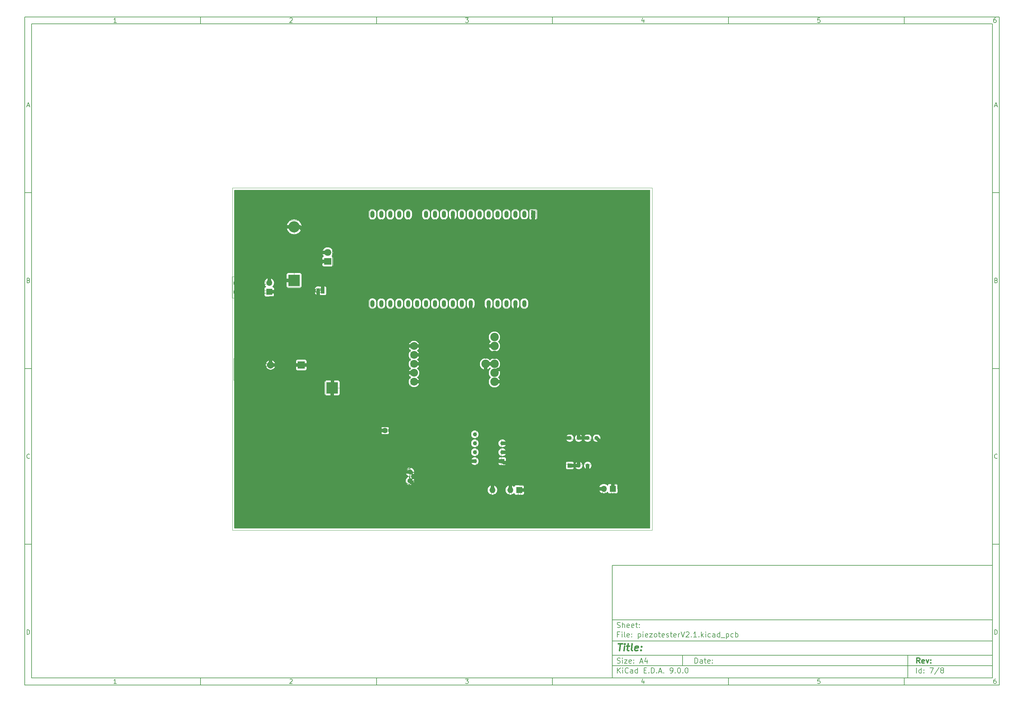
<source format=gbr>
%TF.GenerationSoftware,KiCad,Pcbnew,9.0.0*%
%TF.CreationDate,2025-11-10T15:06:58+01:00*%
%TF.ProjectId,piezotesterV2.1,7069657a-6f74-4657-9374-657256322e31,rev?*%
%TF.SameCoordinates,Original*%
%TF.FileFunction,Profile,NP*%
%FSLAX46Y46*%
G04 Gerber Fmt 4.6, Leading zero omitted, Abs format (unit mm)*
G04 Created by KiCad (PCBNEW 9.0.0) date 2025-11-10 15:06:58*
%MOMM*%
%LPD*%
G01*
G04 APERTURE LIST*
G04 Aperture macros list*
%AMRoundRect*
0 Rectangle with rounded corners*
0 $1 Rounding radius*
0 $2 $3 $4 $5 $6 $7 $8 $9 X,Y pos of 4 corners*
0 Add a 4 corners polygon primitive as box body*
4,1,4,$2,$3,$4,$5,$6,$7,$8,$9,$2,$3,0*
0 Add four circle primitives for the rounded corners*
1,1,$1+$1,$2,$3*
1,1,$1+$1,$4,$5*
1,1,$1+$1,$6,$7*
1,1,$1+$1,$8,$9*
0 Add four rect primitives between the rounded corners*
20,1,$1+$1,$2,$3,$4,$5,0*
20,1,$1+$1,$4,$5,$6,$7,0*
20,1,$1+$1,$6,$7,$8,$9,0*
20,1,$1+$1,$8,$9,$2,$3,0*%
G04 Aperture macros list end*
%ADD10C,0.100000*%
%ADD11C,0.150000*%
%ADD12C,0.300000*%
%ADD13C,0.400000*%
%TA.AperFunction,Profile*%
%ADD14C,0.050000*%
%TD*%
%TA.AperFunction,ComponentPad*%
%ADD15C,2.200000*%
%TD*%
%TA.AperFunction,ComponentPad*%
%ADD16C,2.000000*%
%TD*%
%TA.AperFunction,ComponentPad*%
%ADD17O,3.200000X3.200000*%
%TD*%
%TA.AperFunction,ComponentPad*%
%ADD18R,3.200000X3.200000*%
%TD*%
%TA.AperFunction,ComponentPad*%
%ADD19O,1.050000X1.500000*%
%TD*%
%TA.AperFunction,ComponentPad*%
%ADD20R,1.050000X1.500000*%
%TD*%
%TA.AperFunction,ComponentPad*%
%ADD21O,2.000000X1.905000*%
%TD*%
%TA.AperFunction,ComponentPad*%
%ADD22R,2.000000X1.905000*%
%TD*%
%TA.AperFunction,ComponentPad*%
%ADD23O,1.700000X1.700000*%
%TD*%
%TA.AperFunction,ComponentPad*%
%ADD24R,1.700000X1.700000*%
%TD*%
%TA.AperFunction,ComponentPad*%
%ADD25O,1.200000X2.000000*%
%TD*%
%TA.AperFunction,ComponentPad*%
%ADD26R,1.200000X2.000000*%
%TD*%
%TA.AperFunction,ComponentPad*%
%ADD27C,1.159000*%
%TD*%
%TA.AperFunction,ComponentPad*%
%ADD28R,1.159000X1.159000*%
%TD*%
%TA.AperFunction,ComponentPad*%
%ADD29C,1.600000*%
%TD*%
%TA.AperFunction,ComponentPad*%
%ADD30R,1.600000X1.600000*%
%TD*%
%TA.AperFunction,ComponentPad*%
%ADD31C,1.400000*%
%TD*%
%TA.AperFunction,ComponentPad*%
%ADD32R,2.000000X2.000000*%
%TD*%
%TA.AperFunction,ViaPad*%
%ADD33C,0.600000*%
%TD*%
%TA.AperFunction,ViaPad*%
%ADD34C,4.100000*%
%TD*%
%ADD35C,2.200000*%
%ADD36C,2.000000*%
%ADD37O,3.200000X3.200000*%
%ADD38R,3.200000X3.200000*%
%ADD39O,1.050000X1.500000*%
%ADD40R,1.050000X1.500000*%
%ADD41O,2.000000X1.905000*%
%ADD42R,2.000000X1.905000*%
%ADD43O,1.700000X1.700000*%
%ADD44R,1.700000X1.700000*%
%ADD45O,1.200000X2.000000*%
%ADD46R,1.200000X2.000000*%
%ADD47C,1.159000*%
%ADD48R,1.159000X1.159000*%
%ADD49C,1.600000*%
%ADD50R,1.600000X1.600000*%
%ADD51C,1.400000*%
%ADD52R,2.000000X2.000000*%
%TA.AperFunction,SMDPad,CuDef*%
%ADD53RoundRect,0.250000X0.625000X-0.312500X0.625000X0.312500X-0.625000X0.312500X-0.625000X-0.312500X0*%
%TD*%
%TA.AperFunction,SMDPad,CuDef*%
%ADD54RoundRect,0.250000X-0.325000X-0.650000X0.325000X-0.650000X0.325000X0.650000X-0.325000X0.650000X0*%
%TD*%
%TA.AperFunction,SMDPad,CuDef*%
%ADD55RoundRect,0.250000X0.312500X0.625000X-0.312500X0.625000X-0.312500X-0.625000X0.312500X-0.625000X0*%
%TD*%
%TA.AperFunction,SMDPad,CuDef*%
%ADD56RoundRect,0.250000X-0.312500X-0.625000X0.312500X-0.625000X0.312500X0.625000X-0.312500X0.625000X0*%
%TD*%
%TA.AperFunction,SMDPad,CuDef*%
%ADD57RoundRect,0.250000X0.325000X0.650000X-0.325000X0.650000X-0.325000X-0.650000X0.325000X-0.650000X0*%
%TD*%
%TA.AperFunction,SMDPad,CuDef*%
%ADD58RoundRect,0.250000X-0.625000X0.312500X-0.625000X-0.312500X0.625000X-0.312500X0.625000X0.312500X0*%
%TD*%
%TA.AperFunction,SMDPad,CuDef*%
%ADD59RoundRect,0.250000X-0.650000X0.325000X-0.650000X-0.325000X0.650000X-0.325000X0.650000X0.325000X0*%
%TD*%
%TA.AperFunction,SMDPad,CuDef*%
%ADD60R,2.900000X5.400000*%
%TD*%
%TA.AperFunction,SMDPad,CuDef*%
%ADD61R,1.020000X2.160000*%
%TD*%
%TA.AperFunction,SMDPad,CuDef*%
%ADD62R,8.330000X6.990000*%
%TD*%
%TA.AperFunction,SMDPad,CuDef*%
%ADD63R,1.235000X1.910000*%
%TD*%
%TA.AperFunction,SMDPad,CuDef*%
%ADD64RoundRect,0.250000X0.650000X-0.325000X0.650000X0.325000X-0.650000X0.325000X-0.650000X-0.325000X0*%
%TD*%
%TA.AperFunction,Conductor*%
%ADD65C,1.000000*%
%TD*%
%TA.AperFunction,Conductor*%
%ADD66C,2.000000*%
%TD*%
%ADD67RoundRect,0.250000X0.625000X-0.312500X0.625000X0.312500X-0.625000X0.312500X-0.625000X-0.312500X0*%
%ADD68RoundRect,0.250000X-0.325000X-0.650000X0.325000X-0.650000X0.325000X0.650000X-0.325000X0.650000X0*%
%ADD69C,2.403200*%
%ADD70C,2.203200*%
%ADD71RoundRect,0.250000X0.312500X0.625000X-0.312500X0.625000X-0.312500X-0.625000X0.312500X-0.625000X0*%
%ADD72RoundRect,0.250000X-0.312500X-0.625000X0.312500X-0.625000X0.312500X0.625000X-0.312500X0.625000X0*%
%ADD73RoundRect,0.250000X0.325000X0.650000X-0.325000X0.650000X-0.325000X-0.650000X0.325000X-0.650000X0*%
%ADD74RoundRect,0.250000X-0.625000X0.312500X-0.625000X-0.312500X0.625000X-0.312500X0.625000X0.312500X0*%
%ADD75RoundRect,0.250000X-0.650000X0.325000X-0.650000X-0.325000X0.650000X-0.325000X0.650000X0.325000X0*%
%ADD76R,2.900000X5.400000*%
%ADD77R,1.020000X2.160000*%
%ADD78R,8.330000X6.990000*%
%ADD79R,1.235000X1.910000*%
%ADD80RoundRect,0.250000X0.650000X-0.325000X0.650000X0.325000X-0.650000X0.325000X-0.650000X-0.325000X0*%
%ADD81C,0.750000*%
%ADD82C,0.254000*%
%ADD83C,0.120000*%
%ADD84C,0.200000*%
%ADD85C,0.380000*%
%ADD86C,0.050000*%
G04 APERTURE END LIST*
D10*
D11*
X177002200Y-166007200D02*
X285002200Y-166007200D01*
X285002200Y-198007200D01*
X177002200Y-198007200D01*
X177002200Y-166007200D01*
D10*
D11*
X10000000Y-10000000D02*
X287002200Y-10000000D01*
X287002200Y-200007200D01*
X10000000Y-200007200D01*
X10000000Y-10000000D01*
D10*
D11*
X12000000Y-12000000D02*
X285002200Y-12000000D01*
X285002200Y-198007200D01*
X12000000Y-198007200D01*
X12000000Y-12000000D01*
D10*
D11*
X60000000Y-12000000D02*
X60000000Y-10000000D01*
D10*
D11*
X110000000Y-12000000D02*
X110000000Y-10000000D01*
D10*
D11*
X160000000Y-12000000D02*
X160000000Y-10000000D01*
D10*
D11*
X210000000Y-12000000D02*
X210000000Y-10000000D01*
D10*
D11*
X260000000Y-12000000D02*
X260000000Y-10000000D01*
D10*
D11*
X36089160Y-11593604D02*
X35346303Y-11593604D01*
X35717731Y-11593604D02*
X35717731Y-10293604D01*
X35717731Y-10293604D02*
X35593922Y-10479319D01*
X35593922Y-10479319D02*
X35470112Y-10603128D01*
X35470112Y-10603128D02*
X35346303Y-10665033D01*
D10*
D11*
X85346303Y-10417414D02*
X85408207Y-10355509D01*
X85408207Y-10355509D02*
X85532017Y-10293604D01*
X85532017Y-10293604D02*
X85841541Y-10293604D01*
X85841541Y-10293604D02*
X85965350Y-10355509D01*
X85965350Y-10355509D02*
X86027255Y-10417414D01*
X86027255Y-10417414D02*
X86089160Y-10541223D01*
X86089160Y-10541223D02*
X86089160Y-10665033D01*
X86089160Y-10665033D02*
X86027255Y-10850747D01*
X86027255Y-10850747D02*
X85284398Y-11593604D01*
X85284398Y-11593604D02*
X86089160Y-11593604D01*
D10*
D11*
X135284398Y-10293604D02*
X136089160Y-10293604D01*
X136089160Y-10293604D02*
X135655826Y-10788842D01*
X135655826Y-10788842D02*
X135841541Y-10788842D01*
X135841541Y-10788842D02*
X135965350Y-10850747D01*
X135965350Y-10850747D02*
X136027255Y-10912652D01*
X136027255Y-10912652D02*
X136089160Y-11036461D01*
X136089160Y-11036461D02*
X136089160Y-11345985D01*
X136089160Y-11345985D02*
X136027255Y-11469795D01*
X136027255Y-11469795D02*
X135965350Y-11531700D01*
X135965350Y-11531700D02*
X135841541Y-11593604D01*
X135841541Y-11593604D02*
X135470112Y-11593604D01*
X135470112Y-11593604D02*
X135346303Y-11531700D01*
X135346303Y-11531700D02*
X135284398Y-11469795D01*
D10*
D11*
X185965350Y-10726938D02*
X185965350Y-11593604D01*
X185655826Y-10231700D02*
X185346303Y-11160271D01*
X185346303Y-11160271D02*
X186151064Y-11160271D01*
D10*
D11*
X236027255Y-10293604D02*
X235408207Y-10293604D01*
X235408207Y-10293604D02*
X235346303Y-10912652D01*
X235346303Y-10912652D02*
X235408207Y-10850747D01*
X235408207Y-10850747D02*
X235532017Y-10788842D01*
X235532017Y-10788842D02*
X235841541Y-10788842D01*
X235841541Y-10788842D02*
X235965350Y-10850747D01*
X235965350Y-10850747D02*
X236027255Y-10912652D01*
X236027255Y-10912652D02*
X236089160Y-11036461D01*
X236089160Y-11036461D02*
X236089160Y-11345985D01*
X236089160Y-11345985D02*
X236027255Y-11469795D01*
X236027255Y-11469795D02*
X235965350Y-11531700D01*
X235965350Y-11531700D02*
X235841541Y-11593604D01*
X235841541Y-11593604D02*
X235532017Y-11593604D01*
X235532017Y-11593604D02*
X235408207Y-11531700D01*
X235408207Y-11531700D02*
X235346303Y-11469795D01*
D10*
D11*
X285965350Y-10293604D02*
X285717731Y-10293604D01*
X285717731Y-10293604D02*
X285593922Y-10355509D01*
X285593922Y-10355509D02*
X285532017Y-10417414D01*
X285532017Y-10417414D02*
X285408207Y-10603128D01*
X285408207Y-10603128D02*
X285346303Y-10850747D01*
X285346303Y-10850747D02*
X285346303Y-11345985D01*
X285346303Y-11345985D02*
X285408207Y-11469795D01*
X285408207Y-11469795D02*
X285470112Y-11531700D01*
X285470112Y-11531700D02*
X285593922Y-11593604D01*
X285593922Y-11593604D02*
X285841541Y-11593604D01*
X285841541Y-11593604D02*
X285965350Y-11531700D01*
X285965350Y-11531700D02*
X286027255Y-11469795D01*
X286027255Y-11469795D02*
X286089160Y-11345985D01*
X286089160Y-11345985D02*
X286089160Y-11036461D01*
X286089160Y-11036461D02*
X286027255Y-10912652D01*
X286027255Y-10912652D02*
X285965350Y-10850747D01*
X285965350Y-10850747D02*
X285841541Y-10788842D01*
X285841541Y-10788842D02*
X285593922Y-10788842D01*
X285593922Y-10788842D02*
X285470112Y-10850747D01*
X285470112Y-10850747D02*
X285408207Y-10912652D01*
X285408207Y-10912652D02*
X285346303Y-11036461D01*
D10*
D11*
X60000000Y-198007200D02*
X60000000Y-200007200D01*
D10*
D11*
X110000000Y-198007200D02*
X110000000Y-200007200D01*
D10*
D11*
X160000000Y-198007200D02*
X160000000Y-200007200D01*
D10*
D11*
X210000000Y-198007200D02*
X210000000Y-200007200D01*
D10*
D11*
X260000000Y-198007200D02*
X260000000Y-200007200D01*
D10*
D11*
X36089160Y-199600804D02*
X35346303Y-199600804D01*
X35717731Y-199600804D02*
X35717731Y-198300804D01*
X35717731Y-198300804D02*
X35593922Y-198486519D01*
X35593922Y-198486519D02*
X35470112Y-198610328D01*
X35470112Y-198610328D02*
X35346303Y-198672233D01*
D10*
D11*
X85346303Y-198424614D02*
X85408207Y-198362709D01*
X85408207Y-198362709D02*
X85532017Y-198300804D01*
X85532017Y-198300804D02*
X85841541Y-198300804D01*
X85841541Y-198300804D02*
X85965350Y-198362709D01*
X85965350Y-198362709D02*
X86027255Y-198424614D01*
X86027255Y-198424614D02*
X86089160Y-198548423D01*
X86089160Y-198548423D02*
X86089160Y-198672233D01*
X86089160Y-198672233D02*
X86027255Y-198857947D01*
X86027255Y-198857947D02*
X85284398Y-199600804D01*
X85284398Y-199600804D02*
X86089160Y-199600804D01*
D10*
D11*
X135284398Y-198300804D02*
X136089160Y-198300804D01*
X136089160Y-198300804D02*
X135655826Y-198796042D01*
X135655826Y-198796042D02*
X135841541Y-198796042D01*
X135841541Y-198796042D02*
X135965350Y-198857947D01*
X135965350Y-198857947D02*
X136027255Y-198919852D01*
X136027255Y-198919852D02*
X136089160Y-199043661D01*
X136089160Y-199043661D02*
X136089160Y-199353185D01*
X136089160Y-199353185D02*
X136027255Y-199476995D01*
X136027255Y-199476995D02*
X135965350Y-199538900D01*
X135965350Y-199538900D02*
X135841541Y-199600804D01*
X135841541Y-199600804D02*
X135470112Y-199600804D01*
X135470112Y-199600804D02*
X135346303Y-199538900D01*
X135346303Y-199538900D02*
X135284398Y-199476995D01*
D10*
D11*
X185965350Y-198734138D02*
X185965350Y-199600804D01*
X185655826Y-198238900D02*
X185346303Y-199167471D01*
X185346303Y-199167471D02*
X186151064Y-199167471D01*
D10*
D11*
X236027255Y-198300804D02*
X235408207Y-198300804D01*
X235408207Y-198300804D02*
X235346303Y-198919852D01*
X235346303Y-198919852D02*
X235408207Y-198857947D01*
X235408207Y-198857947D02*
X235532017Y-198796042D01*
X235532017Y-198796042D02*
X235841541Y-198796042D01*
X235841541Y-198796042D02*
X235965350Y-198857947D01*
X235965350Y-198857947D02*
X236027255Y-198919852D01*
X236027255Y-198919852D02*
X236089160Y-199043661D01*
X236089160Y-199043661D02*
X236089160Y-199353185D01*
X236089160Y-199353185D02*
X236027255Y-199476995D01*
X236027255Y-199476995D02*
X235965350Y-199538900D01*
X235965350Y-199538900D02*
X235841541Y-199600804D01*
X235841541Y-199600804D02*
X235532017Y-199600804D01*
X235532017Y-199600804D02*
X235408207Y-199538900D01*
X235408207Y-199538900D02*
X235346303Y-199476995D01*
D10*
D11*
X285965350Y-198300804D02*
X285717731Y-198300804D01*
X285717731Y-198300804D02*
X285593922Y-198362709D01*
X285593922Y-198362709D02*
X285532017Y-198424614D01*
X285532017Y-198424614D02*
X285408207Y-198610328D01*
X285408207Y-198610328D02*
X285346303Y-198857947D01*
X285346303Y-198857947D02*
X285346303Y-199353185D01*
X285346303Y-199353185D02*
X285408207Y-199476995D01*
X285408207Y-199476995D02*
X285470112Y-199538900D01*
X285470112Y-199538900D02*
X285593922Y-199600804D01*
X285593922Y-199600804D02*
X285841541Y-199600804D01*
X285841541Y-199600804D02*
X285965350Y-199538900D01*
X285965350Y-199538900D02*
X286027255Y-199476995D01*
X286027255Y-199476995D02*
X286089160Y-199353185D01*
X286089160Y-199353185D02*
X286089160Y-199043661D01*
X286089160Y-199043661D02*
X286027255Y-198919852D01*
X286027255Y-198919852D02*
X285965350Y-198857947D01*
X285965350Y-198857947D02*
X285841541Y-198796042D01*
X285841541Y-198796042D02*
X285593922Y-198796042D01*
X285593922Y-198796042D02*
X285470112Y-198857947D01*
X285470112Y-198857947D02*
X285408207Y-198919852D01*
X285408207Y-198919852D02*
X285346303Y-199043661D01*
D10*
D11*
X10000000Y-60000000D02*
X12000000Y-60000000D01*
D10*
D11*
X10000000Y-110000000D02*
X12000000Y-110000000D01*
D10*
D11*
X10000000Y-160000000D02*
X12000000Y-160000000D01*
D10*
D11*
X10690476Y-35222176D02*
X11309523Y-35222176D01*
X10566666Y-35593604D02*
X10999999Y-34293604D01*
X10999999Y-34293604D02*
X11433333Y-35593604D01*
D10*
D11*
X11092857Y-84912652D02*
X11278571Y-84974557D01*
X11278571Y-84974557D02*
X11340476Y-85036461D01*
X11340476Y-85036461D02*
X11402380Y-85160271D01*
X11402380Y-85160271D02*
X11402380Y-85345985D01*
X11402380Y-85345985D02*
X11340476Y-85469795D01*
X11340476Y-85469795D02*
X11278571Y-85531700D01*
X11278571Y-85531700D02*
X11154761Y-85593604D01*
X11154761Y-85593604D02*
X10659523Y-85593604D01*
X10659523Y-85593604D02*
X10659523Y-84293604D01*
X10659523Y-84293604D02*
X11092857Y-84293604D01*
X11092857Y-84293604D02*
X11216666Y-84355509D01*
X11216666Y-84355509D02*
X11278571Y-84417414D01*
X11278571Y-84417414D02*
X11340476Y-84541223D01*
X11340476Y-84541223D02*
X11340476Y-84665033D01*
X11340476Y-84665033D02*
X11278571Y-84788842D01*
X11278571Y-84788842D02*
X11216666Y-84850747D01*
X11216666Y-84850747D02*
X11092857Y-84912652D01*
X11092857Y-84912652D02*
X10659523Y-84912652D01*
D10*
D11*
X11402380Y-135469795D02*
X11340476Y-135531700D01*
X11340476Y-135531700D02*
X11154761Y-135593604D01*
X11154761Y-135593604D02*
X11030952Y-135593604D01*
X11030952Y-135593604D02*
X10845238Y-135531700D01*
X10845238Y-135531700D02*
X10721428Y-135407890D01*
X10721428Y-135407890D02*
X10659523Y-135284080D01*
X10659523Y-135284080D02*
X10597619Y-135036461D01*
X10597619Y-135036461D02*
X10597619Y-134850747D01*
X10597619Y-134850747D02*
X10659523Y-134603128D01*
X10659523Y-134603128D02*
X10721428Y-134479319D01*
X10721428Y-134479319D02*
X10845238Y-134355509D01*
X10845238Y-134355509D02*
X11030952Y-134293604D01*
X11030952Y-134293604D02*
X11154761Y-134293604D01*
X11154761Y-134293604D02*
X11340476Y-134355509D01*
X11340476Y-134355509D02*
X11402380Y-134417414D01*
D10*
D11*
X10659523Y-185593604D02*
X10659523Y-184293604D01*
X10659523Y-184293604D02*
X10969047Y-184293604D01*
X10969047Y-184293604D02*
X11154761Y-184355509D01*
X11154761Y-184355509D02*
X11278571Y-184479319D01*
X11278571Y-184479319D02*
X11340476Y-184603128D01*
X11340476Y-184603128D02*
X11402380Y-184850747D01*
X11402380Y-184850747D02*
X11402380Y-185036461D01*
X11402380Y-185036461D02*
X11340476Y-185284080D01*
X11340476Y-185284080D02*
X11278571Y-185407890D01*
X11278571Y-185407890D02*
X11154761Y-185531700D01*
X11154761Y-185531700D02*
X10969047Y-185593604D01*
X10969047Y-185593604D02*
X10659523Y-185593604D01*
D10*
D11*
X287002200Y-60000000D02*
X285002200Y-60000000D01*
D10*
D11*
X287002200Y-110000000D02*
X285002200Y-110000000D01*
D10*
D11*
X287002200Y-160000000D02*
X285002200Y-160000000D01*
D10*
D11*
X285692676Y-35222176D02*
X286311723Y-35222176D01*
X285568866Y-35593604D02*
X286002199Y-34293604D01*
X286002199Y-34293604D02*
X286435533Y-35593604D01*
D10*
D11*
X286095057Y-84912652D02*
X286280771Y-84974557D01*
X286280771Y-84974557D02*
X286342676Y-85036461D01*
X286342676Y-85036461D02*
X286404580Y-85160271D01*
X286404580Y-85160271D02*
X286404580Y-85345985D01*
X286404580Y-85345985D02*
X286342676Y-85469795D01*
X286342676Y-85469795D02*
X286280771Y-85531700D01*
X286280771Y-85531700D02*
X286156961Y-85593604D01*
X286156961Y-85593604D02*
X285661723Y-85593604D01*
X285661723Y-85593604D02*
X285661723Y-84293604D01*
X285661723Y-84293604D02*
X286095057Y-84293604D01*
X286095057Y-84293604D02*
X286218866Y-84355509D01*
X286218866Y-84355509D02*
X286280771Y-84417414D01*
X286280771Y-84417414D02*
X286342676Y-84541223D01*
X286342676Y-84541223D02*
X286342676Y-84665033D01*
X286342676Y-84665033D02*
X286280771Y-84788842D01*
X286280771Y-84788842D02*
X286218866Y-84850747D01*
X286218866Y-84850747D02*
X286095057Y-84912652D01*
X286095057Y-84912652D02*
X285661723Y-84912652D01*
D10*
D11*
X286404580Y-135469795D02*
X286342676Y-135531700D01*
X286342676Y-135531700D02*
X286156961Y-135593604D01*
X286156961Y-135593604D02*
X286033152Y-135593604D01*
X286033152Y-135593604D02*
X285847438Y-135531700D01*
X285847438Y-135531700D02*
X285723628Y-135407890D01*
X285723628Y-135407890D02*
X285661723Y-135284080D01*
X285661723Y-135284080D02*
X285599819Y-135036461D01*
X285599819Y-135036461D02*
X285599819Y-134850747D01*
X285599819Y-134850747D02*
X285661723Y-134603128D01*
X285661723Y-134603128D02*
X285723628Y-134479319D01*
X285723628Y-134479319D02*
X285847438Y-134355509D01*
X285847438Y-134355509D02*
X286033152Y-134293604D01*
X286033152Y-134293604D02*
X286156961Y-134293604D01*
X286156961Y-134293604D02*
X286342676Y-134355509D01*
X286342676Y-134355509D02*
X286404580Y-134417414D01*
D10*
D11*
X285661723Y-185593604D02*
X285661723Y-184293604D01*
X285661723Y-184293604D02*
X285971247Y-184293604D01*
X285971247Y-184293604D02*
X286156961Y-184355509D01*
X286156961Y-184355509D02*
X286280771Y-184479319D01*
X286280771Y-184479319D02*
X286342676Y-184603128D01*
X286342676Y-184603128D02*
X286404580Y-184850747D01*
X286404580Y-184850747D02*
X286404580Y-185036461D01*
X286404580Y-185036461D02*
X286342676Y-185284080D01*
X286342676Y-185284080D02*
X286280771Y-185407890D01*
X286280771Y-185407890D02*
X286156961Y-185531700D01*
X286156961Y-185531700D02*
X285971247Y-185593604D01*
X285971247Y-185593604D02*
X285661723Y-185593604D01*
D10*
D11*
X200458026Y-193793328D02*
X200458026Y-192293328D01*
X200458026Y-192293328D02*
X200815169Y-192293328D01*
X200815169Y-192293328D02*
X201029455Y-192364757D01*
X201029455Y-192364757D02*
X201172312Y-192507614D01*
X201172312Y-192507614D02*
X201243741Y-192650471D01*
X201243741Y-192650471D02*
X201315169Y-192936185D01*
X201315169Y-192936185D02*
X201315169Y-193150471D01*
X201315169Y-193150471D02*
X201243741Y-193436185D01*
X201243741Y-193436185D02*
X201172312Y-193579042D01*
X201172312Y-193579042D02*
X201029455Y-193721900D01*
X201029455Y-193721900D02*
X200815169Y-193793328D01*
X200815169Y-193793328D02*
X200458026Y-193793328D01*
X202600884Y-193793328D02*
X202600884Y-193007614D01*
X202600884Y-193007614D02*
X202529455Y-192864757D01*
X202529455Y-192864757D02*
X202386598Y-192793328D01*
X202386598Y-192793328D02*
X202100884Y-192793328D01*
X202100884Y-192793328D02*
X201958026Y-192864757D01*
X202600884Y-193721900D02*
X202458026Y-193793328D01*
X202458026Y-193793328D02*
X202100884Y-193793328D01*
X202100884Y-193793328D02*
X201958026Y-193721900D01*
X201958026Y-193721900D02*
X201886598Y-193579042D01*
X201886598Y-193579042D02*
X201886598Y-193436185D01*
X201886598Y-193436185D02*
X201958026Y-193293328D01*
X201958026Y-193293328D02*
X202100884Y-193221900D01*
X202100884Y-193221900D02*
X202458026Y-193221900D01*
X202458026Y-193221900D02*
X202600884Y-193150471D01*
X203100884Y-192793328D02*
X203672312Y-192793328D01*
X203315169Y-192293328D02*
X203315169Y-193579042D01*
X203315169Y-193579042D02*
X203386598Y-193721900D01*
X203386598Y-193721900D02*
X203529455Y-193793328D01*
X203529455Y-193793328D02*
X203672312Y-193793328D01*
X204743741Y-193721900D02*
X204600884Y-193793328D01*
X204600884Y-193793328D02*
X204315170Y-193793328D01*
X204315170Y-193793328D02*
X204172312Y-193721900D01*
X204172312Y-193721900D02*
X204100884Y-193579042D01*
X204100884Y-193579042D02*
X204100884Y-193007614D01*
X204100884Y-193007614D02*
X204172312Y-192864757D01*
X204172312Y-192864757D02*
X204315170Y-192793328D01*
X204315170Y-192793328D02*
X204600884Y-192793328D01*
X204600884Y-192793328D02*
X204743741Y-192864757D01*
X204743741Y-192864757D02*
X204815170Y-193007614D01*
X204815170Y-193007614D02*
X204815170Y-193150471D01*
X204815170Y-193150471D02*
X204100884Y-193293328D01*
X205458026Y-193650471D02*
X205529455Y-193721900D01*
X205529455Y-193721900D02*
X205458026Y-193793328D01*
X205458026Y-193793328D02*
X205386598Y-193721900D01*
X205386598Y-193721900D02*
X205458026Y-193650471D01*
X205458026Y-193650471D02*
X205458026Y-193793328D01*
X205458026Y-192864757D02*
X205529455Y-192936185D01*
X205529455Y-192936185D02*
X205458026Y-193007614D01*
X205458026Y-193007614D02*
X205386598Y-192936185D01*
X205386598Y-192936185D02*
X205458026Y-192864757D01*
X205458026Y-192864757D02*
X205458026Y-193007614D01*
D10*
D11*
X177002200Y-194507200D02*
X285002200Y-194507200D01*
D10*
D11*
X178458026Y-196593328D02*
X178458026Y-195093328D01*
X179315169Y-196593328D02*
X178672312Y-195736185D01*
X179315169Y-195093328D02*
X178458026Y-195950471D01*
X179958026Y-196593328D02*
X179958026Y-195593328D01*
X179958026Y-195093328D02*
X179886598Y-195164757D01*
X179886598Y-195164757D02*
X179958026Y-195236185D01*
X179958026Y-195236185D02*
X180029455Y-195164757D01*
X180029455Y-195164757D02*
X179958026Y-195093328D01*
X179958026Y-195093328D02*
X179958026Y-195236185D01*
X181529455Y-196450471D02*
X181458027Y-196521900D01*
X181458027Y-196521900D02*
X181243741Y-196593328D01*
X181243741Y-196593328D02*
X181100884Y-196593328D01*
X181100884Y-196593328D02*
X180886598Y-196521900D01*
X180886598Y-196521900D02*
X180743741Y-196379042D01*
X180743741Y-196379042D02*
X180672312Y-196236185D01*
X180672312Y-196236185D02*
X180600884Y-195950471D01*
X180600884Y-195950471D02*
X180600884Y-195736185D01*
X180600884Y-195736185D02*
X180672312Y-195450471D01*
X180672312Y-195450471D02*
X180743741Y-195307614D01*
X180743741Y-195307614D02*
X180886598Y-195164757D01*
X180886598Y-195164757D02*
X181100884Y-195093328D01*
X181100884Y-195093328D02*
X181243741Y-195093328D01*
X181243741Y-195093328D02*
X181458027Y-195164757D01*
X181458027Y-195164757D02*
X181529455Y-195236185D01*
X182815170Y-196593328D02*
X182815170Y-195807614D01*
X182815170Y-195807614D02*
X182743741Y-195664757D01*
X182743741Y-195664757D02*
X182600884Y-195593328D01*
X182600884Y-195593328D02*
X182315170Y-195593328D01*
X182315170Y-195593328D02*
X182172312Y-195664757D01*
X182815170Y-196521900D02*
X182672312Y-196593328D01*
X182672312Y-196593328D02*
X182315170Y-196593328D01*
X182315170Y-196593328D02*
X182172312Y-196521900D01*
X182172312Y-196521900D02*
X182100884Y-196379042D01*
X182100884Y-196379042D02*
X182100884Y-196236185D01*
X182100884Y-196236185D02*
X182172312Y-196093328D01*
X182172312Y-196093328D02*
X182315170Y-196021900D01*
X182315170Y-196021900D02*
X182672312Y-196021900D01*
X182672312Y-196021900D02*
X182815170Y-195950471D01*
X184172313Y-196593328D02*
X184172313Y-195093328D01*
X184172313Y-196521900D02*
X184029455Y-196593328D01*
X184029455Y-196593328D02*
X183743741Y-196593328D01*
X183743741Y-196593328D02*
X183600884Y-196521900D01*
X183600884Y-196521900D02*
X183529455Y-196450471D01*
X183529455Y-196450471D02*
X183458027Y-196307614D01*
X183458027Y-196307614D02*
X183458027Y-195879042D01*
X183458027Y-195879042D02*
X183529455Y-195736185D01*
X183529455Y-195736185D02*
X183600884Y-195664757D01*
X183600884Y-195664757D02*
X183743741Y-195593328D01*
X183743741Y-195593328D02*
X184029455Y-195593328D01*
X184029455Y-195593328D02*
X184172313Y-195664757D01*
X186029455Y-195807614D02*
X186529455Y-195807614D01*
X186743741Y-196593328D02*
X186029455Y-196593328D01*
X186029455Y-196593328D02*
X186029455Y-195093328D01*
X186029455Y-195093328D02*
X186743741Y-195093328D01*
X187386598Y-196450471D02*
X187458027Y-196521900D01*
X187458027Y-196521900D02*
X187386598Y-196593328D01*
X187386598Y-196593328D02*
X187315170Y-196521900D01*
X187315170Y-196521900D02*
X187386598Y-196450471D01*
X187386598Y-196450471D02*
X187386598Y-196593328D01*
X188100884Y-196593328D02*
X188100884Y-195093328D01*
X188100884Y-195093328D02*
X188458027Y-195093328D01*
X188458027Y-195093328D02*
X188672313Y-195164757D01*
X188672313Y-195164757D02*
X188815170Y-195307614D01*
X188815170Y-195307614D02*
X188886599Y-195450471D01*
X188886599Y-195450471D02*
X188958027Y-195736185D01*
X188958027Y-195736185D02*
X188958027Y-195950471D01*
X188958027Y-195950471D02*
X188886599Y-196236185D01*
X188886599Y-196236185D02*
X188815170Y-196379042D01*
X188815170Y-196379042D02*
X188672313Y-196521900D01*
X188672313Y-196521900D02*
X188458027Y-196593328D01*
X188458027Y-196593328D02*
X188100884Y-196593328D01*
X189600884Y-196450471D02*
X189672313Y-196521900D01*
X189672313Y-196521900D02*
X189600884Y-196593328D01*
X189600884Y-196593328D02*
X189529456Y-196521900D01*
X189529456Y-196521900D02*
X189600884Y-196450471D01*
X189600884Y-196450471D02*
X189600884Y-196593328D01*
X190243742Y-196164757D02*
X190958028Y-196164757D01*
X190100885Y-196593328D02*
X190600885Y-195093328D01*
X190600885Y-195093328D02*
X191100885Y-196593328D01*
X191600884Y-196450471D02*
X191672313Y-196521900D01*
X191672313Y-196521900D02*
X191600884Y-196593328D01*
X191600884Y-196593328D02*
X191529456Y-196521900D01*
X191529456Y-196521900D02*
X191600884Y-196450471D01*
X191600884Y-196450471D02*
X191600884Y-196593328D01*
X193529456Y-196593328D02*
X193815170Y-196593328D01*
X193815170Y-196593328D02*
X193958027Y-196521900D01*
X193958027Y-196521900D02*
X194029456Y-196450471D01*
X194029456Y-196450471D02*
X194172313Y-196236185D01*
X194172313Y-196236185D02*
X194243742Y-195950471D01*
X194243742Y-195950471D02*
X194243742Y-195379042D01*
X194243742Y-195379042D02*
X194172313Y-195236185D01*
X194172313Y-195236185D02*
X194100885Y-195164757D01*
X194100885Y-195164757D02*
X193958027Y-195093328D01*
X193958027Y-195093328D02*
X193672313Y-195093328D01*
X193672313Y-195093328D02*
X193529456Y-195164757D01*
X193529456Y-195164757D02*
X193458027Y-195236185D01*
X193458027Y-195236185D02*
X193386599Y-195379042D01*
X193386599Y-195379042D02*
X193386599Y-195736185D01*
X193386599Y-195736185D02*
X193458027Y-195879042D01*
X193458027Y-195879042D02*
X193529456Y-195950471D01*
X193529456Y-195950471D02*
X193672313Y-196021900D01*
X193672313Y-196021900D02*
X193958027Y-196021900D01*
X193958027Y-196021900D02*
X194100885Y-195950471D01*
X194100885Y-195950471D02*
X194172313Y-195879042D01*
X194172313Y-195879042D02*
X194243742Y-195736185D01*
X194886598Y-196450471D02*
X194958027Y-196521900D01*
X194958027Y-196521900D02*
X194886598Y-196593328D01*
X194886598Y-196593328D02*
X194815170Y-196521900D01*
X194815170Y-196521900D02*
X194886598Y-196450471D01*
X194886598Y-196450471D02*
X194886598Y-196593328D01*
X195886599Y-195093328D02*
X196029456Y-195093328D01*
X196029456Y-195093328D02*
X196172313Y-195164757D01*
X196172313Y-195164757D02*
X196243742Y-195236185D01*
X196243742Y-195236185D02*
X196315170Y-195379042D01*
X196315170Y-195379042D02*
X196386599Y-195664757D01*
X196386599Y-195664757D02*
X196386599Y-196021900D01*
X196386599Y-196021900D02*
X196315170Y-196307614D01*
X196315170Y-196307614D02*
X196243742Y-196450471D01*
X196243742Y-196450471D02*
X196172313Y-196521900D01*
X196172313Y-196521900D02*
X196029456Y-196593328D01*
X196029456Y-196593328D02*
X195886599Y-196593328D01*
X195886599Y-196593328D02*
X195743742Y-196521900D01*
X195743742Y-196521900D02*
X195672313Y-196450471D01*
X195672313Y-196450471D02*
X195600884Y-196307614D01*
X195600884Y-196307614D02*
X195529456Y-196021900D01*
X195529456Y-196021900D02*
X195529456Y-195664757D01*
X195529456Y-195664757D02*
X195600884Y-195379042D01*
X195600884Y-195379042D02*
X195672313Y-195236185D01*
X195672313Y-195236185D02*
X195743742Y-195164757D01*
X195743742Y-195164757D02*
X195886599Y-195093328D01*
X197029455Y-196450471D02*
X197100884Y-196521900D01*
X197100884Y-196521900D02*
X197029455Y-196593328D01*
X197029455Y-196593328D02*
X196958027Y-196521900D01*
X196958027Y-196521900D02*
X197029455Y-196450471D01*
X197029455Y-196450471D02*
X197029455Y-196593328D01*
X198029456Y-195093328D02*
X198172313Y-195093328D01*
X198172313Y-195093328D02*
X198315170Y-195164757D01*
X198315170Y-195164757D02*
X198386599Y-195236185D01*
X198386599Y-195236185D02*
X198458027Y-195379042D01*
X198458027Y-195379042D02*
X198529456Y-195664757D01*
X198529456Y-195664757D02*
X198529456Y-196021900D01*
X198529456Y-196021900D02*
X198458027Y-196307614D01*
X198458027Y-196307614D02*
X198386599Y-196450471D01*
X198386599Y-196450471D02*
X198315170Y-196521900D01*
X198315170Y-196521900D02*
X198172313Y-196593328D01*
X198172313Y-196593328D02*
X198029456Y-196593328D01*
X198029456Y-196593328D02*
X197886599Y-196521900D01*
X197886599Y-196521900D02*
X197815170Y-196450471D01*
X197815170Y-196450471D02*
X197743741Y-196307614D01*
X197743741Y-196307614D02*
X197672313Y-196021900D01*
X197672313Y-196021900D02*
X197672313Y-195664757D01*
X197672313Y-195664757D02*
X197743741Y-195379042D01*
X197743741Y-195379042D02*
X197815170Y-195236185D01*
X197815170Y-195236185D02*
X197886599Y-195164757D01*
X197886599Y-195164757D02*
X198029456Y-195093328D01*
D10*
D11*
X177002200Y-191507200D02*
X285002200Y-191507200D01*
D10*
D12*
X264413853Y-193785528D02*
X263913853Y-193071242D01*
X263556710Y-193785528D02*
X263556710Y-192285528D01*
X263556710Y-192285528D02*
X264128139Y-192285528D01*
X264128139Y-192285528D02*
X264270996Y-192356957D01*
X264270996Y-192356957D02*
X264342425Y-192428385D01*
X264342425Y-192428385D02*
X264413853Y-192571242D01*
X264413853Y-192571242D02*
X264413853Y-192785528D01*
X264413853Y-192785528D02*
X264342425Y-192928385D01*
X264342425Y-192928385D02*
X264270996Y-192999814D01*
X264270996Y-192999814D02*
X264128139Y-193071242D01*
X264128139Y-193071242D02*
X263556710Y-193071242D01*
X265628139Y-193714100D02*
X265485282Y-193785528D01*
X265485282Y-193785528D02*
X265199568Y-193785528D01*
X265199568Y-193785528D02*
X265056710Y-193714100D01*
X265056710Y-193714100D02*
X264985282Y-193571242D01*
X264985282Y-193571242D02*
X264985282Y-192999814D01*
X264985282Y-192999814D02*
X265056710Y-192856957D01*
X265056710Y-192856957D02*
X265199568Y-192785528D01*
X265199568Y-192785528D02*
X265485282Y-192785528D01*
X265485282Y-192785528D02*
X265628139Y-192856957D01*
X265628139Y-192856957D02*
X265699568Y-192999814D01*
X265699568Y-192999814D02*
X265699568Y-193142671D01*
X265699568Y-193142671D02*
X264985282Y-193285528D01*
X266199567Y-192785528D02*
X266556710Y-193785528D01*
X266556710Y-193785528D02*
X266913853Y-192785528D01*
X267485281Y-193642671D02*
X267556710Y-193714100D01*
X267556710Y-193714100D02*
X267485281Y-193785528D01*
X267485281Y-193785528D02*
X267413853Y-193714100D01*
X267413853Y-193714100D02*
X267485281Y-193642671D01*
X267485281Y-193642671D02*
X267485281Y-193785528D01*
X267485281Y-192856957D02*
X267556710Y-192928385D01*
X267556710Y-192928385D02*
X267485281Y-192999814D01*
X267485281Y-192999814D02*
X267413853Y-192928385D01*
X267413853Y-192928385D02*
X267485281Y-192856957D01*
X267485281Y-192856957D02*
X267485281Y-192999814D01*
D10*
D11*
X178386598Y-193721900D02*
X178600884Y-193793328D01*
X178600884Y-193793328D02*
X178958026Y-193793328D01*
X178958026Y-193793328D02*
X179100884Y-193721900D01*
X179100884Y-193721900D02*
X179172312Y-193650471D01*
X179172312Y-193650471D02*
X179243741Y-193507614D01*
X179243741Y-193507614D02*
X179243741Y-193364757D01*
X179243741Y-193364757D02*
X179172312Y-193221900D01*
X179172312Y-193221900D02*
X179100884Y-193150471D01*
X179100884Y-193150471D02*
X178958026Y-193079042D01*
X178958026Y-193079042D02*
X178672312Y-193007614D01*
X178672312Y-193007614D02*
X178529455Y-192936185D01*
X178529455Y-192936185D02*
X178458026Y-192864757D01*
X178458026Y-192864757D02*
X178386598Y-192721900D01*
X178386598Y-192721900D02*
X178386598Y-192579042D01*
X178386598Y-192579042D02*
X178458026Y-192436185D01*
X178458026Y-192436185D02*
X178529455Y-192364757D01*
X178529455Y-192364757D02*
X178672312Y-192293328D01*
X178672312Y-192293328D02*
X179029455Y-192293328D01*
X179029455Y-192293328D02*
X179243741Y-192364757D01*
X179886597Y-193793328D02*
X179886597Y-192793328D01*
X179886597Y-192293328D02*
X179815169Y-192364757D01*
X179815169Y-192364757D02*
X179886597Y-192436185D01*
X179886597Y-192436185D02*
X179958026Y-192364757D01*
X179958026Y-192364757D02*
X179886597Y-192293328D01*
X179886597Y-192293328D02*
X179886597Y-192436185D01*
X180458026Y-192793328D02*
X181243741Y-192793328D01*
X181243741Y-192793328D02*
X180458026Y-193793328D01*
X180458026Y-193793328D02*
X181243741Y-193793328D01*
X182386598Y-193721900D02*
X182243741Y-193793328D01*
X182243741Y-193793328D02*
X181958027Y-193793328D01*
X181958027Y-193793328D02*
X181815169Y-193721900D01*
X181815169Y-193721900D02*
X181743741Y-193579042D01*
X181743741Y-193579042D02*
X181743741Y-193007614D01*
X181743741Y-193007614D02*
X181815169Y-192864757D01*
X181815169Y-192864757D02*
X181958027Y-192793328D01*
X181958027Y-192793328D02*
X182243741Y-192793328D01*
X182243741Y-192793328D02*
X182386598Y-192864757D01*
X182386598Y-192864757D02*
X182458027Y-193007614D01*
X182458027Y-193007614D02*
X182458027Y-193150471D01*
X182458027Y-193150471D02*
X181743741Y-193293328D01*
X183100883Y-193650471D02*
X183172312Y-193721900D01*
X183172312Y-193721900D02*
X183100883Y-193793328D01*
X183100883Y-193793328D02*
X183029455Y-193721900D01*
X183029455Y-193721900D02*
X183100883Y-193650471D01*
X183100883Y-193650471D02*
X183100883Y-193793328D01*
X183100883Y-192864757D02*
X183172312Y-192936185D01*
X183172312Y-192936185D02*
X183100883Y-193007614D01*
X183100883Y-193007614D02*
X183029455Y-192936185D01*
X183029455Y-192936185D02*
X183100883Y-192864757D01*
X183100883Y-192864757D02*
X183100883Y-193007614D01*
X184886598Y-193364757D02*
X185600884Y-193364757D01*
X184743741Y-193793328D02*
X185243741Y-192293328D01*
X185243741Y-192293328D02*
X185743741Y-193793328D01*
X186886598Y-192793328D02*
X186886598Y-193793328D01*
X186529455Y-192221900D02*
X186172312Y-193293328D01*
X186172312Y-193293328D02*
X187100883Y-193293328D01*
D10*
D11*
X263458026Y-196593328D02*
X263458026Y-195093328D01*
X264815170Y-196593328D02*
X264815170Y-195093328D01*
X264815170Y-196521900D02*
X264672312Y-196593328D01*
X264672312Y-196593328D02*
X264386598Y-196593328D01*
X264386598Y-196593328D02*
X264243741Y-196521900D01*
X264243741Y-196521900D02*
X264172312Y-196450471D01*
X264172312Y-196450471D02*
X264100884Y-196307614D01*
X264100884Y-196307614D02*
X264100884Y-195879042D01*
X264100884Y-195879042D02*
X264172312Y-195736185D01*
X264172312Y-195736185D02*
X264243741Y-195664757D01*
X264243741Y-195664757D02*
X264386598Y-195593328D01*
X264386598Y-195593328D02*
X264672312Y-195593328D01*
X264672312Y-195593328D02*
X264815170Y-195664757D01*
X265529455Y-196450471D02*
X265600884Y-196521900D01*
X265600884Y-196521900D02*
X265529455Y-196593328D01*
X265529455Y-196593328D02*
X265458027Y-196521900D01*
X265458027Y-196521900D02*
X265529455Y-196450471D01*
X265529455Y-196450471D02*
X265529455Y-196593328D01*
X265529455Y-195664757D02*
X265600884Y-195736185D01*
X265600884Y-195736185D02*
X265529455Y-195807614D01*
X265529455Y-195807614D02*
X265458027Y-195736185D01*
X265458027Y-195736185D02*
X265529455Y-195664757D01*
X265529455Y-195664757D02*
X265529455Y-195807614D01*
X267243741Y-195093328D02*
X268243741Y-195093328D01*
X268243741Y-195093328D02*
X267600884Y-196593328D01*
X269886598Y-195021900D02*
X268600884Y-196950471D01*
X270600884Y-195736185D02*
X270458027Y-195664757D01*
X270458027Y-195664757D02*
X270386598Y-195593328D01*
X270386598Y-195593328D02*
X270315170Y-195450471D01*
X270315170Y-195450471D02*
X270315170Y-195379042D01*
X270315170Y-195379042D02*
X270386598Y-195236185D01*
X270386598Y-195236185D02*
X270458027Y-195164757D01*
X270458027Y-195164757D02*
X270600884Y-195093328D01*
X270600884Y-195093328D02*
X270886598Y-195093328D01*
X270886598Y-195093328D02*
X271029456Y-195164757D01*
X271029456Y-195164757D02*
X271100884Y-195236185D01*
X271100884Y-195236185D02*
X271172313Y-195379042D01*
X271172313Y-195379042D02*
X271172313Y-195450471D01*
X271172313Y-195450471D02*
X271100884Y-195593328D01*
X271100884Y-195593328D02*
X271029456Y-195664757D01*
X271029456Y-195664757D02*
X270886598Y-195736185D01*
X270886598Y-195736185D02*
X270600884Y-195736185D01*
X270600884Y-195736185D02*
X270458027Y-195807614D01*
X270458027Y-195807614D02*
X270386598Y-195879042D01*
X270386598Y-195879042D02*
X270315170Y-196021900D01*
X270315170Y-196021900D02*
X270315170Y-196307614D01*
X270315170Y-196307614D02*
X270386598Y-196450471D01*
X270386598Y-196450471D02*
X270458027Y-196521900D01*
X270458027Y-196521900D02*
X270600884Y-196593328D01*
X270600884Y-196593328D02*
X270886598Y-196593328D01*
X270886598Y-196593328D02*
X271029456Y-196521900D01*
X271029456Y-196521900D02*
X271100884Y-196450471D01*
X271100884Y-196450471D02*
X271172313Y-196307614D01*
X271172313Y-196307614D02*
X271172313Y-196021900D01*
X271172313Y-196021900D02*
X271100884Y-195879042D01*
X271100884Y-195879042D02*
X271029456Y-195807614D01*
X271029456Y-195807614D02*
X270886598Y-195736185D01*
D10*
D11*
X177002200Y-187507200D02*
X285002200Y-187507200D01*
D10*
D13*
X178693928Y-188211638D02*
X179836785Y-188211638D01*
X179015357Y-190211638D02*
X179265357Y-188211638D01*
X180253452Y-190211638D02*
X180420119Y-188878304D01*
X180503452Y-188211638D02*
X180396309Y-188306876D01*
X180396309Y-188306876D02*
X180479643Y-188402114D01*
X180479643Y-188402114D02*
X180586786Y-188306876D01*
X180586786Y-188306876D02*
X180503452Y-188211638D01*
X180503452Y-188211638D02*
X180479643Y-188402114D01*
X181086786Y-188878304D02*
X181848690Y-188878304D01*
X181455833Y-188211638D02*
X181241548Y-189925923D01*
X181241548Y-189925923D02*
X181312976Y-190116400D01*
X181312976Y-190116400D02*
X181491548Y-190211638D01*
X181491548Y-190211638D02*
X181682024Y-190211638D01*
X182634405Y-190211638D02*
X182455833Y-190116400D01*
X182455833Y-190116400D02*
X182384405Y-189925923D01*
X182384405Y-189925923D02*
X182598690Y-188211638D01*
X184170119Y-190116400D02*
X183967738Y-190211638D01*
X183967738Y-190211638D02*
X183586785Y-190211638D01*
X183586785Y-190211638D02*
X183408214Y-190116400D01*
X183408214Y-190116400D02*
X183336785Y-189925923D01*
X183336785Y-189925923D02*
X183432024Y-189164019D01*
X183432024Y-189164019D02*
X183551071Y-188973542D01*
X183551071Y-188973542D02*
X183753452Y-188878304D01*
X183753452Y-188878304D02*
X184134404Y-188878304D01*
X184134404Y-188878304D02*
X184312976Y-188973542D01*
X184312976Y-188973542D02*
X184384404Y-189164019D01*
X184384404Y-189164019D02*
X184360595Y-189354495D01*
X184360595Y-189354495D02*
X183384404Y-189544971D01*
X185134405Y-190021161D02*
X185217738Y-190116400D01*
X185217738Y-190116400D02*
X185110595Y-190211638D01*
X185110595Y-190211638D02*
X185027262Y-190116400D01*
X185027262Y-190116400D02*
X185134405Y-190021161D01*
X185134405Y-190021161D02*
X185110595Y-190211638D01*
X185265357Y-188973542D02*
X185348690Y-189068780D01*
X185348690Y-189068780D02*
X185241548Y-189164019D01*
X185241548Y-189164019D02*
X185158214Y-189068780D01*
X185158214Y-189068780D02*
X185265357Y-188973542D01*
X185265357Y-188973542D02*
X185241548Y-189164019D01*
D10*
D11*
X178958026Y-185607614D02*
X178458026Y-185607614D01*
X178458026Y-186393328D02*
X178458026Y-184893328D01*
X178458026Y-184893328D02*
X179172312Y-184893328D01*
X179743740Y-186393328D02*
X179743740Y-185393328D01*
X179743740Y-184893328D02*
X179672312Y-184964757D01*
X179672312Y-184964757D02*
X179743740Y-185036185D01*
X179743740Y-185036185D02*
X179815169Y-184964757D01*
X179815169Y-184964757D02*
X179743740Y-184893328D01*
X179743740Y-184893328D02*
X179743740Y-185036185D01*
X180672312Y-186393328D02*
X180529455Y-186321900D01*
X180529455Y-186321900D02*
X180458026Y-186179042D01*
X180458026Y-186179042D02*
X180458026Y-184893328D01*
X181815169Y-186321900D02*
X181672312Y-186393328D01*
X181672312Y-186393328D02*
X181386598Y-186393328D01*
X181386598Y-186393328D02*
X181243740Y-186321900D01*
X181243740Y-186321900D02*
X181172312Y-186179042D01*
X181172312Y-186179042D02*
X181172312Y-185607614D01*
X181172312Y-185607614D02*
X181243740Y-185464757D01*
X181243740Y-185464757D02*
X181386598Y-185393328D01*
X181386598Y-185393328D02*
X181672312Y-185393328D01*
X181672312Y-185393328D02*
X181815169Y-185464757D01*
X181815169Y-185464757D02*
X181886598Y-185607614D01*
X181886598Y-185607614D02*
X181886598Y-185750471D01*
X181886598Y-185750471D02*
X181172312Y-185893328D01*
X182529454Y-186250471D02*
X182600883Y-186321900D01*
X182600883Y-186321900D02*
X182529454Y-186393328D01*
X182529454Y-186393328D02*
X182458026Y-186321900D01*
X182458026Y-186321900D02*
X182529454Y-186250471D01*
X182529454Y-186250471D02*
X182529454Y-186393328D01*
X182529454Y-185464757D02*
X182600883Y-185536185D01*
X182600883Y-185536185D02*
X182529454Y-185607614D01*
X182529454Y-185607614D02*
X182458026Y-185536185D01*
X182458026Y-185536185D02*
X182529454Y-185464757D01*
X182529454Y-185464757D02*
X182529454Y-185607614D01*
X184386597Y-185393328D02*
X184386597Y-186893328D01*
X184386597Y-185464757D02*
X184529455Y-185393328D01*
X184529455Y-185393328D02*
X184815169Y-185393328D01*
X184815169Y-185393328D02*
X184958026Y-185464757D01*
X184958026Y-185464757D02*
X185029455Y-185536185D01*
X185029455Y-185536185D02*
X185100883Y-185679042D01*
X185100883Y-185679042D02*
X185100883Y-186107614D01*
X185100883Y-186107614D02*
X185029455Y-186250471D01*
X185029455Y-186250471D02*
X184958026Y-186321900D01*
X184958026Y-186321900D02*
X184815169Y-186393328D01*
X184815169Y-186393328D02*
X184529455Y-186393328D01*
X184529455Y-186393328D02*
X184386597Y-186321900D01*
X185743740Y-186393328D02*
X185743740Y-185393328D01*
X185743740Y-184893328D02*
X185672312Y-184964757D01*
X185672312Y-184964757D02*
X185743740Y-185036185D01*
X185743740Y-185036185D02*
X185815169Y-184964757D01*
X185815169Y-184964757D02*
X185743740Y-184893328D01*
X185743740Y-184893328D02*
X185743740Y-185036185D01*
X187029455Y-186321900D02*
X186886598Y-186393328D01*
X186886598Y-186393328D02*
X186600884Y-186393328D01*
X186600884Y-186393328D02*
X186458026Y-186321900D01*
X186458026Y-186321900D02*
X186386598Y-186179042D01*
X186386598Y-186179042D02*
X186386598Y-185607614D01*
X186386598Y-185607614D02*
X186458026Y-185464757D01*
X186458026Y-185464757D02*
X186600884Y-185393328D01*
X186600884Y-185393328D02*
X186886598Y-185393328D01*
X186886598Y-185393328D02*
X187029455Y-185464757D01*
X187029455Y-185464757D02*
X187100884Y-185607614D01*
X187100884Y-185607614D02*
X187100884Y-185750471D01*
X187100884Y-185750471D02*
X186386598Y-185893328D01*
X187600883Y-185393328D02*
X188386598Y-185393328D01*
X188386598Y-185393328D02*
X187600883Y-186393328D01*
X187600883Y-186393328D02*
X188386598Y-186393328D01*
X189172312Y-186393328D02*
X189029455Y-186321900D01*
X189029455Y-186321900D02*
X188958026Y-186250471D01*
X188958026Y-186250471D02*
X188886598Y-186107614D01*
X188886598Y-186107614D02*
X188886598Y-185679042D01*
X188886598Y-185679042D02*
X188958026Y-185536185D01*
X188958026Y-185536185D02*
X189029455Y-185464757D01*
X189029455Y-185464757D02*
X189172312Y-185393328D01*
X189172312Y-185393328D02*
X189386598Y-185393328D01*
X189386598Y-185393328D02*
X189529455Y-185464757D01*
X189529455Y-185464757D02*
X189600884Y-185536185D01*
X189600884Y-185536185D02*
X189672312Y-185679042D01*
X189672312Y-185679042D02*
X189672312Y-186107614D01*
X189672312Y-186107614D02*
X189600884Y-186250471D01*
X189600884Y-186250471D02*
X189529455Y-186321900D01*
X189529455Y-186321900D02*
X189386598Y-186393328D01*
X189386598Y-186393328D02*
X189172312Y-186393328D01*
X190100884Y-185393328D02*
X190672312Y-185393328D01*
X190315169Y-184893328D02*
X190315169Y-186179042D01*
X190315169Y-186179042D02*
X190386598Y-186321900D01*
X190386598Y-186321900D02*
X190529455Y-186393328D01*
X190529455Y-186393328D02*
X190672312Y-186393328D01*
X191743741Y-186321900D02*
X191600884Y-186393328D01*
X191600884Y-186393328D02*
X191315170Y-186393328D01*
X191315170Y-186393328D02*
X191172312Y-186321900D01*
X191172312Y-186321900D02*
X191100884Y-186179042D01*
X191100884Y-186179042D02*
X191100884Y-185607614D01*
X191100884Y-185607614D02*
X191172312Y-185464757D01*
X191172312Y-185464757D02*
X191315170Y-185393328D01*
X191315170Y-185393328D02*
X191600884Y-185393328D01*
X191600884Y-185393328D02*
X191743741Y-185464757D01*
X191743741Y-185464757D02*
X191815170Y-185607614D01*
X191815170Y-185607614D02*
X191815170Y-185750471D01*
X191815170Y-185750471D02*
X191100884Y-185893328D01*
X192386598Y-186321900D02*
X192529455Y-186393328D01*
X192529455Y-186393328D02*
X192815169Y-186393328D01*
X192815169Y-186393328D02*
X192958026Y-186321900D01*
X192958026Y-186321900D02*
X193029455Y-186179042D01*
X193029455Y-186179042D02*
X193029455Y-186107614D01*
X193029455Y-186107614D02*
X192958026Y-185964757D01*
X192958026Y-185964757D02*
X192815169Y-185893328D01*
X192815169Y-185893328D02*
X192600884Y-185893328D01*
X192600884Y-185893328D02*
X192458026Y-185821900D01*
X192458026Y-185821900D02*
X192386598Y-185679042D01*
X192386598Y-185679042D02*
X192386598Y-185607614D01*
X192386598Y-185607614D02*
X192458026Y-185464757D01*
X192458026Y-185464757D02*
X192600884Y-185393328D01*
X192600884Y-185393328D02*
X192815169Y-185393328D01*
X192815169Y-185393328D02*
X192958026Y-185464757D01*
X193458027Y-185393328D02*
X194029455Y-185393328D01*
X193672312Y-184893328D02*
X193672312Y-186179042D01*
X193672312Y-186179042D02*
X193743741Y-186321900D01*
X193743741Y-186321900D02*
X193886598Y-186393328D01*
X193886598Y-186393328D02*
X194029455Y-186393328D01*
X195100884Y-186321900D02*
X194958027Y-186393328D01*
X194958027Y-186393328D02*
X194672313Y-186393328D01*
X194672313Y-186393328D02*
X194529455Y-186321900D01*
X194529455Y-186321900D02*
X194458027Y-186179042D01*
X194458027Y-186179042D02*
X194458027Y-185607614D01*
X194458027Y-185607614D02*
X194529455Y-185464757D01*
X194529455Y-185464757D02*
X194672313Y-185393328D01*
X194672313Y-185393328D02*
X194958027Y-185393328D01*
X194958027Y-185393328D02*
X195100884Y-185464757D01*
X195100884Y-185464757D02*
X195172313Y-185607614D01*
X195172313Y-185607614D02*
X195172313Y-185750471D01*
X195172313Y-185750471D02*
X194458027Y-185893328D01*
X195815169Y-186393328D02*
X195815169Y-185393328D01*
X195815169Y-185679042D02*
X195886598Y-185536185D01*
X195886598Y-185536185D02*
X195958027Y-185464757D01*
X195958027Y-185464757D02*
X196100884Y-185393328D01*
X196100884Y-185393328D02*
X196243741Y-185393328D01*
X196529455Y-184893328D02*
X197029455Y-186393328D01*
X197029455Y-186393328D02*
X197529455Y-184893328D01*
X197958026Y-185036185D02*
X198029454Y-184964757D01*
X198029454Y-184964757D02*
X198172312Y-184893328D01*
X198172312Y-184893328D02*
X198529454Y-184893328D01*
X198529454Y-184893328D02*
X198672312Y-184964757D01*
X198672312Y-184964757D02*
X198743740Y-185036185D01*
X198743740Y-185036185D02*
X198815169Y-185179042D01*
X198815169Y-185179042D02*
X198815169Y-185321900D01*
X198815169Y-185321900D02*
X198743740Y-185536185D01*
X198743740Y-185536185D02*
X197886597Y-186393328D01*
X197886597Y-186393328D02*
X198815169Y-186393328D01*
X199458025Y-186250471D02*
X199529454Y-186321900D01*
X199529454Y-186321900D02*
X199458025Y-186393328D01*
X199458025Y-186393328D02*
X199386597Y-186321900D01*
X199386597Y-186321900D02*
X199458025Y-186250471D01*
X199458025Y-186250471D02*
X199458025Y-186393328D01*
X200958026Y-186393328D02*
X200100883Y-186393328D01*
X200529454Y-186393328D02*
X200529454Y-184893328D01*
X200529454Y-184893328D02*
X200386597Y-185107614D01*
X200386597Y-185107614D02*
X200243740Y-185250471D01*
X200243740Y-185250471D02*
X200100883Y-185321900D01*
X201600882Y-186250471D02*
X201672311Y-186321900D01*
X201672311Y-186321900D02*
X201600882Y-186393328D01*
X201600882Y-186393328D02*
X201529454Y-186321900D01*
X201529454Y-186321900D02*
X201600882Y-186250471D01*
X201600882Y-186250471D02*
X201600882Y-186393328D01*
X202315168Y-186393328D02*
X202315168Y-184893328D01*
X202458026Y-185821900D02*
X202886597Y-186393328D01*
X202886597Y-185393328D02*
X202315168Y-185964757D01*
X203529454Y-186393328D02*
X203529454Y-185393328D01*
X203529454Y-184893328D02*
X203458026Y-184964757D01*
X203458026Y-184964757D02*
X203529454Y-185036185D01*
X203529454Y-185036185D02*
X203600883Y-184964757D01*
X203600883Y-184964757D02*
X203529454Y-184893328D01*
X203529454Y-184893328D02*
X203529454Y-185036185D01*
X204886598Y-186321900D02*
X204743740Y-186393328D01*
X204743740Y-186393328D02*
X204458026Y-186393328D01*
X204458026Y-186393328D02*
X204315169Y-186321900D01*
X204315169Y-186321900D02*
X204243740Y-186250471D01*
X204243740Y-186250471D02*
X204172312Y-186107614D01*
X204172312Y-186107614D02*
X204172312Y-185679042D01*
X204172312Y-185679042D02*
X204243740Y-185536185D01*
X204243740Y-185536185D02*
X204315169Y-185464757D01*
X204315169Y-185464757D02*
X204458026Y-185393328D01*
X204458026Y-185393328D02*
X204743740Y-185393328D01*
X204743740Y-185393328D02*
X204886598Y-185464757D01*
X206172312Y-186393328D02*
X206172312Y-185607614D01*
X206172312Y-185607614D02*
X206100883Y-185464757D01*
X206100883Y-185464757D02*
X205958026Y-185393328D01*
X205958026Y-185393328D02*
X205672312Y-185393328D01*
X205672312Y-185393328D02*
X205529454Y-185464757D01*
X206172312Y-186321900D02*
X206029454Y-186393328D01*
X206029454Y-186393328D02*
X205672312Y-186393328D01*
X205672312Y-186393328D02*
X205529454Y-186321900D01*
X205529454Y-186321900D02*
X205458026Y-186179042D01*
X205458026Y-186179042D02*
X205458026Y-186036185D01*
X205458026Y-186036185D02*
X205529454Y-185893328D01*
X205529454Y-185893328D02*
X205672312Y-185821900D01*
X205672312Y-185821900D02*
X206029454Y-185821900D01*
X206029454Y-185821900D02*
X206172312Y-185750471D01*
X207529455Y-186393328D02*
X207529455Y-184893328D01*
X207529455Y-186321900D02*
X207386597Y-186393328D01*
X207386597Y-186393328D02*
X207100883Y-186393328D01*
X207100883Y-186393328D02*
X206958026Y-186321900D01*
X206958026Y-186321900D02*
X206886597Y-186250471D01*
X206886597Y-186250471D02*
X206815169Y-186107614D01*
X206815169Y-186107614D02*
X206815169Y-185679042D01*
X206815169Y-185679042D02*
X206886597Y-185536185D01*
X206886597Y-185536185D02*
X206958026Y-185464757D01*
X206958026Y-185464757D02*
X207100883Y-185393328D01*
X207100883Y-185393328D02*
X207386597Y-185393328D01*
X207386597Y-185393328D02*
X207529455Y-185464757D01*
X207886598Y-186536185D02*
X209029455Y-186536185D01*
X209386597Y-185393328D02*
X209386597Y-186893328D01*
X209386597Y-185464757D02*
X209529455Y-185393328D01*
X209529455Y-185393328D02*
X209815169Y-185393328D01*
X209815169Y-185393328D02*
X209958026Y-185464757D01*
X209958026Y-185464757D02*
X210029455Y-185536185D01*
X210029455Y-185536185D02*
X210100883Y-185679042D01*
X210100883Y-185679042D02*
X210100883Y-186107614D01*
X210100883Y-186107614D02*
X210029455Y-186250471D01*
X210029455Y-186250471D02*
X209958026Y-186321900D01*
X209958026Y-186321900D02*
X209815169Y-186393328D01*
X209815169Y-186393328D02*
X209529455Y-186393328D01*
X209529455Y-186393328D02*
X209386597Y-186321900D01*
X211386598Y-186321900D02*
X211243740Y-186393328D01*
X211243740Y-186393328D02*
X210958026Y-186393328D01*
X210958026Y-186393328D02*
X210815169Y-186321900D01*
X210815169Y-186321900D02*
X210743740Y-186250471D01*
X210743740Y-186250471D02*
X210672312Y-186107614D01*
X210672312Y-186107614D02*
X210672312Y-185679042D01*
X210672312Y-185679042D02*
X210743740Y-185536185D01*
X210743740Y-185536185D02*
X210815169Y-185464757D01*
X210815169Y-185464757D02*
X210958026Y-185393328D01*
X210958026Y-185393328D02*
X211243740Y-185393328D01*
X211243740Y-185393328D02*
X211386598Y-185464757D01*
X212029454Y-186393328D02*
X212029454Y-184893328D01*
X212029454Y-185464757D02*
X212172312Y-185393328D01*
X212172312Y-185393328D02*
X212458026Y-185393328D01*
X212458026Y-185393328D02*
X212600883Y-185464757D01*
X212600883Y-185464757D02*
X212672312Y-185536185D01*
X212672312Y-185536185D02*
X212743740Y-185679042D01*
X212743740Y-185679042D02*
X212743740Y-186107614D01*
X212743740Y-186107614D02*
X212672312Y-186250471D01*
X212672312Y-186250471D02*
X212600883Y-186321900D01*
X212600883Y-186321900D02*
X212458026Y-186393328D01*
X212458026Y-186393328D02*
X212172312Y-186393328D01*
X212172312Y-186393328D02*
X212029454Y-186321900D01*
D10*
D11*
X177002200Y-181507200D02*
X285002200Y-181507200D01*
D10*
D11*
X178386598Y-183621900D02*
X178600884Y-183693328D01*
X178600884Y-183693328D02*
X178958026Y-183693328D01*
X178958026Y-183693328D02*
X179100884Y-183621900D01*
X179100884Y-183621900D02*
X179172312Y-183550471D01*
X179172312Y-183550471D02*
X179243741Y-183407614D01*
X179243741Y-183407614D02*
X179243741Y-183264757D01*
X179243741Y-183264757D02*
X179172312Y-183121900D01*
X179172312Y-183121900D02*
X179100884Y-183050471D01*
X179100884Y-183050471D02*
X178958026Y-182979042D01*
X178958026Y-182979042D02*
X178672312Y-182907614D01*
X178672312Y-182907614D02*
X178529455Y-182836185D01*
X178529455Y-182836185D02*
X178458026Y-182764757D01*
X178458026Y-182764757D02*
X178386598Y-182621900D01*
X178386598Y-182621900D02*
X178386598Y-182479042D01*
X178386598Y-182479042D02*
X178458026Y-182336185D01*
X178458026Y-182336185D02*
X178529455Y-182264757D01*
X178529455Y-182264757D02*
X178672312Y-182193328D01*
X178672312Y-182193328D02*
X179029455Y-182193328D01*
X179029455Y-182193328D02*
X179243741Y-182264757D01*
X179886597Y-183693328D02*
X179886597Y-182193328D01*
X180529455Y-183693328D02*
X180529455Y-182907614D01*
X180529455Y-182907614D02*
X180458026Y-182764757D01*
X180458026Y-182764757D02*
X180315169Y-182693328D01*
X180315169Y-182693328D02*
X180100883Y-182693328D01*
X180100883Y-182693328D02*
X179958026Y-182764757D01*
X179958026Y-182764757D02*
X179886597Y-182836185D01*
X181815169Y-183621900D02*
X181672312Y-183693328D01*
X181672312Y-183693328D02*
X181386598Y-183693328D01*
X181386598Y-183693328D02*
X181243740Y-183621900D01*
X181243740Y-183621900D02*
X181172312Y-183479042D01*
X181172312Y-183479042D02*
X181172312Y-182907614D01*
X181172312Y-182907614D02*
X181243740Y-182764757D01*
X181243740Y-182764757D02*
X181386598Y-182693328D01*
X181386598Y-182693328D02*
X181672312Y-182693328D01*
X181672312Y-182693328D02*
X181815169Y-182764757D01*
X181815169Y-182764757D02*
X181886598Y-182907614D01*
X181886598Y-182907614D02*
X181886598Y-183050471D01*
X181886598Y-183050471D02*
X181172312Y-183193328D01*
X183100883Y-183621900D02*
X182958026Y-183693328D01*
X182958026Y-183693328D02*
X182672312Y-183693328D01*
X182672312Y-183693328D02*
X182529454Y-183621900D01*
X182529454Y-183621900D02*
X182458026Y-183479042D01*
X182458026Y-183479042D02*
X182458026Y-182907614D01*
X182458026Y-182907614D02*
X182529454Y-182764757D01*
X182529454Y-182764757D02*
X182672312Y-182693328D01*
X182672312Y-182693328D02*
X182958026Y-182693328D01*
X182958026Y-182693328D02*
X183100883Y-182764757D01*
X183100883Y-182764757D02*
X183172312Y-182907614D01*
X183172312Y-182907614D02*
X183172312Y-183050471D01*
X183172312Y-183050471D02*
X182458026Y-183193328D01*
X183600883Y-182693328D02*
X184172311Y-182693328D01*
X183815168Y-182193328D02*
X183815168Y-183479042D01*
X183815168Y-183479042D02*
X183886597Y-183621900D01*
X183886597Y-183621900D02*
X184029454Y-183693328D01*
X184029454Y-183693328D02*
X184172311Y-183693328D01*
X184672311Y-183550471D02*
X184743740Y-183621900D01*
X184743740Y-183621900D02*
X184672311Y-183693328D01*
X184672311Y-183693328D02*
X184600883Y-183621900D01*
X184600883Y-183621900D02*
X184672311Y-183550471D01*
X184672311Y-183550471D02*
X184672311Y-183693328D01*
X184672311Y-182764757D02*
X184743740Y-182836185D01*
X184743740Y-182836185D02*
X184672311Y-182907614D01*
X184672311Y-182907614D02*
X184600883Y-182836185D01*
X184600883Y-182836185D02*
X184672311Y-182764757D01*
X184672311Y-182764757D02*
X184672311Y-182907614D01*
D10*
D11*
X197002200Y-191507200D02*
X197002200Y-194507200D01*
D10*
D11*
X261002200Y-191507200D02*
X261002200Y-198007200D01*
D14*
X69000000Y-58652675D02*
X188307053Y-58652675D01*
X188307053Y-156000000D01*
X69000000Y-156000000D01*
X69000000Y-58652675D01*
D15*
%TO.P,ADS2,13,VDDA*%
%TO.N,3v3A*%
X140960000Y-108690000D03*
%TO.P,ADS2,12,AIN0*%
%TO.N,Net-(ADS2-AIN0)*%
X143500000Y-113770000D03*
%TO.P,ADS2,11,AIN1*%
%TO.N,Net-(ADS2-AIN1)*%
X143500000Y-111230000D03*
%TO.P,ADS2,10,REFP*%
%TO.N,3v3A*%
X143500000Y-108690000D03*
%TO.P,ADS2,9,REFN*%
%TO.N,GND*%
X143500000Y-106150000D03*
%TO.P,ADS2,8,AIN2*%
%TO.N,Net-(ADS2-AIN2)*%
X143500000Y-103610000D03*
%TO.P,ADS2,7,AIN3*%
%TO.N,unconnected-(ADS2-AIN3-Pad7)*%
X143500000Y-101070000D03*
D16*
%TO.P,ADS2,6,RDY*%
%TO.N,RDY*%
X120640000Y-113770000D03*
%TO.P,ADS2,5,RST*%
%TO.N,+3.3V*%
X120640000Y-111230000D03*
%TO.P,ADS2,4,SCL*%
%TO.N,SCL*%
X120640000Y-108690000D03*
%TO.P,ADS2,3,SDA*%
%TO.N,SDA*%
X120640000Y-106150000D03*
%TO.P,ADS2,2,3V3*%
%TO.N,+3.3V*%
X120640000Y-103610000D03*
%TO.P,ADS2,1,GND*%
%TO.N,GND*%
X140960000Y-106150000D03*
X120640000Y-101070000D03*
%TD*%
D17*
%TO.P,D2,2,A*%
%TO.N,Net-(D2-A)*%
X86580000Y-69710000D03*
D18*
%TO.P,D2,1,K*%
%TO.N,Net-(D2-K)*%
X86580000Y-84950000D03*
%TD*%
D19*
%TO.P,Q3,3,E*%
%TO.N,GND*%
X92160000Y-87880000D03*
%TO.P,Q3,2,B*%
%TO.N,Net-(Q3-B)*%
X93430000Y-87880000D03*
D20*
%TO.P,Q3,1,C*%
%TO.N,Net-(D2-K)*%
X94700000Y-87880000D03*
%TD*%
D21*
%TO.P,Q4,3,S*%
%TO.N,GND*%
X96120000Y-74450000D03*
%TO.P,Q4,2,D*%
%TO.N,Net-(D2-A)*%
X96120000Y-76990000D03*
D22*
%TO.P,Q4,1,G*%
%TO.N,Net-(D2-K)*%
X96120000Y-79530000D03*
%TD*%
D23*
%TO.P,J8,2,Pin_2*%
%TO.N,Net-(D2-A)*%
X79515000Y-85645000D03*
D24*
%TO.P,J8,1,Pin_1*%
%TO.N,Net-(D2-K)*%
X79515000Y-88185000D03*
%TD*%
D25*
%TO.P,U1,38,GND*%
%TO.N,GND*%
X154530000Y-91530000D03*
%TO.P,U1,37,GPIO23*%
%TO.N,unconnected-(U1-GPIO23-Pad37)*%
X151990000Y-91530000D03*
%TO.P,U1,36,GPIO22*%
%TO.N,RDY*%
X149450000Y-91530000D03*
%TO.P,U1,35,U0TXD/GPIO1*%
%TO.N,unconnected-(U1-U0TXD{slash}GPIO1-Pad35)*%
X146910000Y-91530000D03*
%TO.P,U1,34,U0RXD/GPIO3*%
%TO.N,unconnected-(U1-U0RXD{slash}GPIO3-Pad34)*%
X144370000Y-91530000D03*
%TO.P,U1,33,GPIO21*%
%TO.N,SCL*%
X141830000Y-91530000D03*
%TO.P,U1,32,GND*%
%TO.N,GND*%
X139290000Y-91530000D03*
%TO.P,U1,31,GPIO19*%
%TO.N,SDA*%
X136750000Y-91530000D03*
%TO.P,U1,30,GPIO18*%
%TO.N,unconnected-(U1-GPIO18-Pad30)*%
X134210000Y-91530000D03*
%TO.P,U1,29,GPIO5*%
%TO.N,unconnected-(U1-GPIO5-Pad29)*%
X131670000Y-91530000D03*
%TO.P,U1,28,GPIO17*%
%TO.N,unconnected-(U1-GPIO17-Pad28)*%
X129130000Y-91530000D03*
%TO.P,U1,27,GPIO16*%
%TO.N,unconnected-(U1-GPIO16-Pad27)*%
X126590000Y-91530000D03*
%TO.P,U1,26,ADC2_CH0/GPIO4*%
%TO.N,unconnected-(U1-ADC2_CH0{slash}GPIO4-Pad26)*%
X124050000Y-91530000D03*
%TO.P,U1,25,GPIO0/BOOT/ADC2_CH1*%
%TO.N,unconnected-(U1-GPIO0{slash}BOOT{slash}ADC2_CH1-Pad25)*%
X121510000Y-91530000D03*
%TO.P,U1,24,ADC2_CH2/GPIO2*%
%TO.N,unconnected-(U1-ADC2_CH2{slash}GPIO2-Pad24)*%
X118970000Y-91530000D03*
%TO.P,U1,23,MTDO/GPIO15/ADC2_CH3*%
%TO.N,unconnected-(U1-MTDO{slash}GPIO15{slash}ADC2_CH3-Pad23)*%
X116430000Y-91530000D03*
%TO.P,U1,22,SD_DATA1/GPIO8*%
%TO.N,unconnected-(U1-SD_DATA1{slash}GPIO8-Pad22)*%
X113890000Y-91530000D03*
%TO.P,U1,21,SD_DATA0/GPIO7*%
%TO.N,unconnected-(U1-SD_DATA0{slash}GPIO7-Pad21)*%
X111352720Y-91526320D03*
%TO.P,U1,20,SD_CLK/GPIO6*%
%TO.N,unconnected-(U1-SD_CLK{slash}GPIO6-Pad20)*%
X108812720Y-91526320D03*
%TO.P,U1,19,5V*%
%TO.N,unconnected-(U1-5V-Pad19)*%
X108810000Y-66130000D03*
%TO.P,U1,18,CMD*%
%TO.N,unconnected-(U1-CMD-Pad18)*%
X111350000Y-66130000D03*
%TO.P,U1,17,SD_DATA3/GPIO10*%
%TO.N,unconnected-(U1-SD_DATA3{slash}GPIO10-Pad17)*%
X113890000Y-66130000D03*
%TO.P,U1,16,SD_DATA2/GPIO9*%
%TO.N,unconnected-(U1-SD_DATA2{slash}GPIO9-Pad16)*%
X116430000Y-66130000D03*
%TO.P,U1,15,MTCK/GPIO13/ADC2_CH4*%
%TO.N,unconnected-(U1-MTCK{slash}GPIO13{slash}ADC2_CH4-Pad15)*%
X118970000Y-66130000D03*
%TO.P,U1,14,GND*%
%TO.N,GND*%
X121510000Y-66130000D03*
%TO.P,U1,13,MTDI/GPIO12/ADC2_CH5*%
%TO.N,unconnected-(U1-MTDI{slash}GPIO12{slash}ADC2_CH5-Pad13)*%
X124050000Y-66130000D03*
%TO.P,U1,12,MTMS/GPIO14/ADC2_CH6*%
%TO.N,unconnected-(U1-MTMS{slash}GPIO14{slash}ADC2_CH6-Pad12)*%
X126590000Y-66130000D03*
%TO.P,U1,11,ADC2_CH7/GPIO27*%
%TO.N,unconnected-(U1-ADC2_CH7{slash}GPIO27-Pad11)*%
X129130000Y-66130000D03*
%TO.P,U1,10,DAC_2/ADC2_CH9/GPIO26*%
%TO.N,GPIO17*%
X131670000Y-66130000D03*
%TO.P,U1,9,DAC_1/ADC2_CH8/GPIO25*%
%TO.N,unconnected-(U1-DAC_1{slash}ADC2_CH8{slash}GPIO25-Pad9)*%
X134210000Y-66130000D03*
%TO.P,U1,8,32K_XN/GPIO33/ADC1_CH5*%
%TO.N,unconnected-(U1-32K_XN{slash}GPIO33{slash}ADC1_CH5-Pad8)*%
X136750000Y-66130000D03*
%TO.P,U1,7,32K_XP/GPIO32/ADC1_CH4*%
%TO.N,unconnected-(U1-32K_XP{slash}GPIO32{slash}ADC1_CH4-Pad7)*%
X139290000Y-66130000D03*
%TO.P,U1,6,VDET_2/GPIO35/ADC1_CH7*%
%TO.N,unconnected-(U1-VDET_2{slash}GPIO35{slash}ADC1_CH7-Pad6)*%
X141830000Y-66130000D03*
%TO.P,U1,5,VDET_1/GPIO34/ADC1_CH6*%
%TO.N,unconnected-(U1-VDET_1{slash}GPIO34{slash}ADC1_CH6-Pad5)*%
X144370000Y-66130000D03*
%TO.P,U1,4,SENSOR_VN/GPIO39/ADC1_CH3*%
%TO.N,unconnected-(U1-SENSOR_VN{slash}GPIO39{slash}ADC1_CH3-Pad4)*%
X146910000Y-66130000D03*
%TO.P,U1,3,SENSOR_VP/GPIO36/ADC1_CH0*%
%TO.N,unconnected-(U1-SENSOR_VP{slash}GPIO36{slash}ADC1_CH0-Pad3)*%
X149450000Y-66130000D03*
%TO.P,U1,2,CHIP_PU*%
%TO.N,unconnected-(U1-CHIP_PU-Pad2)*%
X151990000Y-66130000D03*
D26*
%TO.P,U1,1,3V3*%
%TO.N,+3.3V*%
X154530000Y-66130000D03*
%TD*%
D27*
%TO.P,IC2,8,V+*%
%TO.N,Net-(IC2-V+)*%
X137920000Y-136330000D03*
%TO.P,IC2,7,OUT2*%
%TO.N,unconnected-(IC2-OUT2-Pad7)*%
X137920000Y-133790000D03*
%TO.P,IC2,6,IN2-*%
%TO.N,unconnected-(IC2-IN2--Pad6)*%
X137920000Y-131250000D03*
%TO.P,IC2,5,IN2+*%
%TO.N,unconnected-(IC2-IN2+-Pad5)*%
X137920000Y-128710000D03*
%TO.P,IC2,4,V-*%
%TO.N,GND*%
X145730000Y-128710000D03*
%TO.P,IC2,3,IN1+*%
%TO.N,Net-(IC2-IN1+)*%
X145730000Y-131250000D03*
%TO.P,IC2,2,IN1-*%
%TO.N,Net-(IC2-IN1-)*%
X145730000Y-133790000D03*
D28*
%TO.P,IC2,1,OUT1*%
%TO.N,AIN2*%
X145730000Y-136330000D03*
%TD*%
D24*
%TO.P,J9,1,Pin_1*%
%TO.N,GND*%
X79900000Y-111507323D03*
D23*
%TO.P,J9,2,Pin_2*%
%TO.N,12VDC+*%
X79900000Y-108967323D03*
%TD*%
D24*
%TO.P,J2,1,Pin_1*%
%TO.N,Net-(J2-Pin_1)*%
X150550000Y-144530000D03*
D23*
%TO.P,J2,2,Pin_2*%
%TO.N,Net-(J2-Pin_2)*%
X148010000Y-144530000D03*
%TO.P,J2,3,Pin_3*%
%TO.N,GND*%
X145470000Y-144530000D03*
%TO.P,J2,4,Pin_4*%
%TO.N,Net-(J2-Pin_4)*%
X142930000Y-144530000D03*
%TD*%
D24*
%TO.P,J1,1,Pin_1*%
%TO.N,Net-(IC1-VINB+)*%
X177125000Y-144175000D03*
D23*
%TO.P,J1,2,Pin_2*%
%TO.N,Net-(IC1-VINA+)*%
X174585000Y-144175000D03*
%TD*%
D29*
%TO.P,C2,2*%
%TO.N,Net-(IC3-FB)*%
X112420000Y-127620000D03*
D30*
%TO.P,C2,1*%
%TO.N,GND*%
X115920000Y-127620000D03*
%TD*%
D31*
%TO.P,IC4,1,OUTPUT*%
%TO.N,3v3A*%
X119480000Y-141950000D03*
%TO.P,IC4,2,GND*%
%TO.N,GND*%
X120480000Y-140680000D03*
%TO.P,IC4,3,INPUT*%
%TO.N,Net-(IC3-FB)*%
X119480000Y-139410000D03*
%TD*%
D28*
%TO.P,IC1,1,VOUTA*%
%TO.N,Net-(IC1-VINA-)*%
X164920000Y-137570000D03*
D27*
%TO.P,IC1,2,VINA-*%
X167460000Y-137570000D03*
%TO.P,IC1,3,VINA+*%
%TO.N,Net-(IC1-VINA+)*%
X170000000Y-137570000D03*
%TO.P,IC1,4,VSS*%
%TO.N,GND*%
X172540000Y-137570000D03*
%TO.P,IC1,5,VINB+*%
%TO.N,Net-(IC1-VINB+)*%
X172540000Y-129760000D03*
%TO.P,IC1,6,VINB-*%
%TO.N,Net-(ADS2-AIN1)*%
X170000000Y-129760000D03*
%TO.P,IC1,7,VOUTB*%
X167460000Y-129760000D03*
%TO.P,IC1,8,VDD*%
%TO.N,Net-(IC1-VDD)*%
X164920000Y-129760000D03*
%TD*%
D18*
%TO.P,D1,1,K*%
%TO.N,OUT*%
X97390000Y-115510000D03*
D17*
%TO.P,D1,2,A*%
%TO.N,GND*%
X112630000Y-115510000D03*
%TD*%
D32*
%TO.P,C1,1*%
%TO.N,12VDC+*%
X88620000Y-108990000D03*
D16*
%TO.P,C1,2*%
%TO.N,GND*%
X88620000Y-113990000D03*
%TD*%
D33*
%TO.N,GND*%
X96950000Y-106020000D03*
X96950000Y-106020000D03*
X96910000Y-106870000D03*
X95910000Y-106870000D03*
X96910000Y-106870000D03*
X95950000Y-106020000D03*
X98980000Y-106020000D03*
X98980000Y-106020000D03*
X98940000Y-106870000D03*
X97940000Y-106870000D03*
X98940000Y-106870000D03*
X97980000Y-106020000D03*
X100930000Y-106020000D03*
X100930000Y-106020000D03*
X100890000Y-106870000D03*
X99890000Y-106870000D03*
X100890000Y-106870000D03*
X99930000Y-106020000D03*
X102800000Y-105990000D03*
X102800000Y-105990000D03*
X102760000Y-106840000D03*
X101760000Y-106840000D03*
X102760000Y-106840000D03*
X101800000Y-105990000D03*
X99320000Y-72280000D03*
X99320000Y-72280000D03*
X99280000Y-73130000D03*
X98280000Y-73130000D03*
X99280000Y-73130000D03*
X98320000Y-72280000D03*
X113070000Y-110920000D03*
X113070000Y-110920000D03*
X113030000Y-111770000D03*
X112030000Y-111770000D03*
X113030000Y-111770000D03*
X112070000Y-110920000D03*
X115880000Y-137010000D03*
X115880000Y-137010000D03*
X115840000Y-137860000D03*
X114840000Y-137860000D03*
X115840000Y-137860000D03*
X114880000Y-137010000D03*
X177720000Y-134870000D03*
X177720000Y-134870000D03*
X177680000Y-135720000D03*
X176680000Y-135720000D03*
X177680000Y-135720000D03*
X176720000Y-134870000D03*
X165380000Y-145390000D03*
X165380000Y-145390000D03*
X165340000Y-146240000D03*
X164340000Y-146240000D03*
X165340000Y-146240000D03*
X164380000Y-145390000D03*
X145940000Y-142290000D03*
X145940000Y-142290000D03*
X145900000Y-143140000D03*
X144900000Y-143140000D03*
X145900000Y-143140000D03*
X144940000Y-142290000D03*
X137510000Y-144950000D03*
X137510000Y-144950000D03*
X137470000Y-145800000D03*
X136470000Y-145800000D03*
X137470000Y-145800000D03*
X136510000Y-144950000D03*
X128390000Y-131870000D03*
X128390000Y-131870000D03*
X128350000Y-132720000D03*
X127350000Y-132720000D03*
X128350000Y-132720000D03*
X127390000Y-131870000D03*
X157940000Y-121390000D03*
X157940000Y-121390000D03*
X157900000Y-122240000D03*
X156900000Y-122240000D03*
X157900000Y-122240000D03*
X156940000Y-121390000D03*
X119960000Y-98850000D03*
X121000000Y-98000000D03*
X120000000Y-98000000D03*
X121000000Y-98000000D03*
X120960000Y-98850000D03*
X120960000Y-98850000D03*
X131040000Y-98150000D03*
X131040000Y-98150000D03*
X131000000Y-99000000D03*
X130000000Y-99000000D03*
X131000000Y-99000000D03*
X130040000Y-98150000D03*
X157960000Y-119850000D03*
X158000000Y-119000000D03*
X157000000Y-119000000D03*
X157960000Y-119850000D03*
X158000000Y-119000000D03*
X156960000Y-119850000D03*
X164040000Y-135150000D03*
X163000000Y-136000000D03*
X164000000Y-136000000D03*
X164040000Y-135150000D03*
X164000000Y-136000000D03*
X163040000Y-135150000D03*
X171040000Y-132150000D03*
X171000000Y-133000000D03*
X170000000Y-135000000D03*
X170000000Y-133000000D03*
X171040000Y-134150000D03*
X170040000Y-132150000D03*
X170040000Y-134150000D03*
X171000000Y-135000000D03*
X171040000Y-132150000D03*
X171000000Y-133000000D03*
X171040000Y-134150000D03*
X171000000Y-135000000D03*
X172040000Y-134150000D03*
X172000000Y-135000000D03*
D34*
X72000000Y-153000000D03*
X72000000Y-62000000D03*
X185000000Y-153000000D03*
X185000000Y-62000000D03*
D33*
X172040000Y-132150000D03*
X172000000Y-133000000D03*
%TD*%
%TA.AperFunction,Conductor*%
%TO.N,GND*%
G36*
X187699592Y-59222860D02*
G01*
X187745347Y-59275664D01*
X187756553Y-59327175D01*
X187756553Y-155325500D01*
X187736868Y-155392539D01*
X187684064Y-155438294D01*
X187632553Y-155449500D01*
X69674500Y-155449500D01*
X69607461Y-155429815D01*
X69561706Y-155377011D01*
X69550500Y-155325500D01*
X69550500Y-144423713D01*
X141579500Y-144423713D01*
X141579500Y-144636287D01*
X141612754Y-144846243D01*
X141624637Y-144882816D01*
X141678444Y-145048414D01*
X141774951Y-145237820D01*
X141899890Y-145409786D01*
X142050213Y-145560109D01*
X142222179Y-145685048D01*
X142222181Y-145685049D01*
X142222184Y-145685051D01*
X142411588Y-145781557D01*
X142613757Y-145847246D01*
X142823713Y-145880500D01*
X142823714Y-145880500D01*
X143036286Y-145880500D01*
X143036287Y-145880500D01*
X143246243Y-145847246D01*
X143448412Y-145781557D01*
X143637816Y-145685051D01*
X143724138Y-145622335D01*
X143809786Y-145560109D01*
X143809788Y-145560106D01*
X143809792Y-145560104D01*
X143960104Y-145409792D01*
X143960106Y-145409788D01*
X143960109Y-145409786D01*
X144085048Y-145237820D01*
X144085047Y-145237820D01*
X144085051Y-145237816D01*
X144181557Y-145048412D01*
X144247246Y-144846243D01*
X144280500Y-144636287D01*
X144280500Y-144423713D01*
X146659500Y-144423713D01*
X146659500Y-144636287D01*
X146692754Y-144846243D01*
X146704637Y-144882816D01*
X146758444Y-145048414D01*
X146854951Y-145237820D01*
X146979890Y-145409786D01*
X147130213Y-145560109D01*
X147302179Y-145685048D01*
X147302181Y-145685049D01*
X147302184Y-145685051D01*
X147491588Y-145781557D01*
X147693757Y-145847246D01*
X147903713Y-145880500D01*
X147903714Y-145880500D01*
X148116286Y-145880500D01*
X148116287Y-145880500D01*
X148326243Y-145847246D01*
X148528412Y-145781557D01*
X148717816Y-145685051D01*
X148889792Y-145560104D01*
X149003329Y-145446566D01*
X149064648Y-145413084D01*
X149134340Y-145418068D01*
X149190274Y-145459939D01*
X149207189Y-145490917D01*
X149256202Y-145622328D01*
X149256206Y-145622335D01*
X149342452Y-145737544D01*
X149342455Y-145737547D01*
X149457664Y-145823793D01*
X149457671Y-145823797D01*
X149592517Y-145874091D01*
X149592516Y-145874091D01*
X149599444Y-145874835D01*
X149652127Y-145880500D01*
X151447872Y-145880499D01*
X151507483Y-145874091D01*
X151642331Y-145823796D01*
X151757546Y-145737546D01*
X151843796Y-145622331D01*
X151894091Y-145487483D01*
X151900500Y-145427873D01*
X151900499Y-144068713D01*
X173234500Y-144068713D01*
X173234500Y-144281286D01*
X173267753Y-144491239D01*
X173333444Y-144693414D01*
X173429951Y-144882820D01*
X173554890Y-145054786D01*
X173705213Y-145205109D01*
X173877179Y-145330048D01*
X173877181Y-145330049D01*
X173877184Y-145330051D01*
X174066588Y-145426557D01*
X174268757Y-145492246D01*
X174478713Y-145525500D01*
X174478714Y-145525500D01*
X174691286Y-145525500D01*
X174691287Y-145525500D01*
X174901243Y-145492246D01*
X175103412Y-145426557D01*
X175292816Y-145330051D01*
X175419762Y-145237820D01*
X175464784Y-145205110D01*
X175464784Y-145205109D01*
X175464792Y-145205104D01*
X175578329Y-145091566D01*
X175639648Y-145058084D01*
X175709340Y-145063068D01*
X175765274Y-145104939D01*
X175782189Y-145135917D01*
X175831202Y-145267328D01*
X175831206Y-145267335D01*
X175917452Y-145382544D01*
X175917455Y-145382547D01*
X176032664Y-145468793D01*
X176032671Y-145468797D01*
X176167517Y-145519091D01*
X176167516Y-145519091D01*
X176174444Y-145519835D01*
X176227127Y-145525500D01*
X178022872Y-145525499D01*
X178082483Y-145519091D01*
X178217331Y-145468796D01*
X178332546Y-145382546D01*
X178418796Y-145267331D01*
X178469091Y-145132483D01*
X178475500Y-145072873D01*
X178475499Y-143277128D01*
X178469091Y-143217517D01*
X178467810Y-143214083D01*
X178418797Y-143082671D01*
X178418793Y-143082664D01*
X178332547Y-142967455D01*
X178332544Y-142967452D01*
X178217335Y-142881206D01*
X178217328Y-142881202D01*
X178082482Y-142830908D01*
X178082483Y-142830908D01*
X178022883Y-142824501D01*
X178022881Y-142824500D01*
X178022873Y-142824500D01*
X178022864Y-142824500D01*
X176227129Y-142824500D01*
X176227123Y-142824501D01*
X176167516Y-142830908D01*
X176032671Y-142881202D01*
X176032664Y-142881206D01*
X175917455Y-142967452D01*
X175917452Y-142967455D01*
X175831206Y-143082664D01*
X175831203Y-143082669D01*
X175782189Y-143214083D01*
X175740317Y-143270016D01*
X175674853Y-143294433D01*
X175606580Y-143279581D01*
X175578326Y-143258430D01*
X175464786Y-143144890D01*
X175292820Y-143019951D01*
X175103414Y-142923444D01*
X175103413Y-142923443D01*
X175103412Y-142923443D01*
X174901243Y-142857754D01*
X174901241Y-142857753D01*
X174901240Y-142857753D01*
X174739957Y-142832208D01*
X174691287Y-142824500D01*
X174478713Y-142824500D01*
X174430042Y-142832208D01*
X174268760Y-142857753D01*
X174066585Y-142923444D01*
X173877179Y-143019951D01*
X173705213Y-143144890D01*
X173554890Y-143295213D01*
X173429951Y-143467179D01*
X173333444Y-143656585D01*
X173267753Y-143858760D01*
X173234500Y-144068713D01*
X151900499Y-144068713D01*
X151900499Y-143632128D01*
X151894091Y-143572517D01*
X151892810Y-143569083D01*
X151843797Y-143437671D01*
X151843793Y-143437664D01*
X151757547Y-143322455D01*
X151757544Y-143322452D01*
X151642335Y-143236206D01*
X151642328Y-143236202D01*
X151507482Y-143185908D01*
X151507483Y-143185908D01*
X151447883Y-143179501D01*
X151447881Y-143179500D01*
X151447873Y-143179500D01*
X151447864Y-143179500D01*
X149652129Y-143179500D01*
X149652123Y-143179501D01*
X149592516Y-143185908D01*
X149457671Y-143236202D01*
X149457664Y-143236206D01*
X149342455Y-143322452D01*
X149342452Y-143322455D01*
X149256206Y-143437664D01*
X149256203Y-143437669D01*
X149207189Y-143569083D01*
X149165317Y-143625016D01*
X149099853Y-143649433D01*
X149031580Y-143634581D01*
X149003326Y-143613430D01*
X148889786Y-143499890D01*
X148717820Y-143374951D01*
X148528414Y-143278444D01*
X148528413Y-143278443D01*
X148528412Y-143278443D01*
X148326243Y-143212754D01*
X148326241Y-143212753D01*
X148326240Y-143212753D01*
X148164957Y-143187208D01*
X148116287Y-143179500D01*
X147903713Y-143179500D01*
X147855042Y-143187208D01*
X147693760Y-143212753D01*
X147491585Y-143278444D01*
X147302179Y-143374951D01*
X147130213Y-143499890D01*
X146979890Y-143650213D01*
X146854951Y-143822179D01*
X146758444Y-144011585D01*
X146692753Y-144213760D01*
X146682058Y-144281286D01*
X146659500Y-144423713D01*
X144280500Y-144423713D01*
X144247246Y-144213757D01*
X144181557Y-144011588D01*
X144085051Y-143822184D01*
X144085049Y-143822181D01*
X144085048Y-143822179D01*
X143960109Y-143650213D01*
X143809786Y-143499890D01*
X143637820Y-143374951D01*
X143448414Y-143278444D01*
X143448413Y-143278443D01*
X143448412Y-143278443D01*
X143246243Y-143212754D01*
X143246241Y-143212753D01*
X143246240Y-143212753D01*
X143084957Y-143187208D01*
X143036287Y-143179500D01*
X142823713Y-143179500D01*
X142775042Y-143187208D01*
X142613760Y-143212753D01*
X142411585Y-143278444D01*
X142222179Y-143374951D01*
X142050213Y-143499890D01*
X141899890Y-143650213D01*
X141774951Y-143822179D01*
X141678444Y-144011585D01*
X141612753Y-144213760D01*
X141602058Y-144281286D01*
X141579500Y-144423713D01*
X69550500Y-144423713D01*
X69550500Y-139315513D01*
X118279500Y-139315513D01*
X118279500Y-139504486D01*
X118309059Y-139691118D01*
X118367454Y-139870836D01*
X118453240Y-140039199D01*
X118564310Y-140192073D01*
X118697927Y-140325690D01*
X118850801Y-140436760D01*
X118930347Y-140477290D01*
X119019163Y-140522545D01*
X119019165Y-140522545D01*
X119019168Y-140522547D01*
X119108734Y-140551649D01*
X119140803Y-140562069D01*
X119198478Y-140601507D01*
X119225676Y-140665866D01*
X119213761Y-140734712D01*
X119166516Y-140786188D01*
X119140803Y-140797931D01*
X119019163Y-140837454D01*
X118850800Y-140923240D01*
X118763579Y-140986610D01*
X118697927Y-141034310D01*
X118697925Y-141034312D01*
X118697924Y-141034312D01*
X118564312Y-141167924D01*
X118564312Y-141167925D01*
X118564310Y-141167927D01*
X118516610Y-141233579D01*
X118453240Y-141320800D01*
X118367454Y-141489163D01*
X118309059Y-141668881D01*
X118279500Y-141855513D01*
X118279500Y-142044486D01*
X118309059Y-142231118D01*
X118367454Y-142410836D01*
X118453240Y-142579199D01*
X118564310Y-142732073D01*
X118697927Y-142865690D01*
X118850801Y-142976760D01*
X118930347Y-143017290D01*
X119019163Y-143062545D01*
X119019165Y-143062545D01*
X119019168Y-143062547D01*
X119081097Y-143082669D01*
X119198881Y-143120940D01*
X119385514Y-143150500D01*
X119385519Y-143150500D01*
X119574486Y-143150500D01*
X119761118Y-143120940D01*
X119940832Y-143062547D01*
X120109199Y-142976760D01*
X120262073Y-142865690D01*
X120395690Y-142732073D01*
X120506760Y-142579199D01*
X120592547Y-142410832D01*
X120650940Y-142231118D01*
X120680500Y-142044486D01*
X120680500Y-141855513D01*
X120650940Y-141668881D01*
X120592545Y-141489163D01*
X120506759Y-141320800D01*
X120395690Y-141167927D01*
X120262073Y-141034310D01*
X120109199Y-140923240D01*
X119940836Y-140837454D01*
X119866472Y-140813291D01*
X119819195Y-140797930D01*
X119761521Y-140758493D01*
X119734323Y-140694134D01*
X119746238Y-140625288D01*
X119793482Y-140573812D01*
X119819194Y-140562069D01*
X119940832Y-140522547D01*
X120109199Y-140436760D01*
X120262073Y-140325690D01*
X120395690Y-140192073D01*
X120506760Y-140039199D01*
X120592547Y-139870832D01*
X120650940Y-139691118D01*
X120680500Y-139504486D01*
X120680500Y-139315513D01*
X120650940Y-139128881D01*
X120592545Y-138949163D01*
X120506759Y-138780800D01*
X120395690Y-138627927D01*
X120262073Y-138494310D01*
X120109199Y-138383240D01*
X119940836Y-138297454D01*
X119761118Y-138239059D01*
X119574486Y-138209500D01*
X119574481Y-138209500D01*
X119385519Y-138209500D01*
X119385514Y-138209500D01*
X119198881Y-138239059D01*
X119019163Y-138297454D01*
X118850800Y-138383240D01*
X118763579Y-138446610D01*
X118697927Y-138494310D01*
X118697925Y-138494312D01*
X118697924Y-138494312D01*
X118564312Y-138627924D01*
X118564312Y-138627925D01*
X118564310Y-138627927D01*
X118548274Y-138649999D01*
X118453240Y-138780800D01*
X118367454Y-138949163D01*
X118309059Y-139128881D01*
X118279500Y-139315513D01*
X69550500Y-139315513D01*
X69550500Y-136244996D01*
X136840000Y-136244996D01*
X136840000Y-136415003D01*
X136866593Y-136582902D01*
X136919122Y-136744573D01*
X136919123Y-136744576D01*
X136981209Y-136866424D01*
X136996301Y-136896044D01*
X137096222Y-137033573D01*
X137216427Y-137153778D01*
X137353956Y-137253699D01*
X137380153Y-137267047D01*
X137505423Y-137330876D01*
X137505426Y-137330877D01*
X137574417Y-137353293D01*
X137667099Y-137383407D01*
X137744861Y-137395723D01*
X137834997Y-137410000D01*
X137835002Y-137410000D01*
X138005003Y-137410000D01*
X138086398Y-137397107D01*
X138172901Y-137383407D01*
X138334576Y-137330876D01*
X138486044Y-137253699D01*
X138623573Y-137153778D01*
X138743778Y-137033573D01*
X138843699Y-136896044D01*
X138920876Y-136744576D01*
X138973407Y-136582901D01*
X138988121Y-136490000D01*
X139000000Y-136415003D01*
X139000000Y-136244996D01*
X138984529Y-136147321D01*
X138973407Y-136077099D01*
X138920876Y-135915424D01*
X138920876Y-135915423D01*
X138843698Y-135763955D01*
X138799146Y-135702635D01*
X144650000Y-135702635D01*
X144650000Y-136957370D01*
X144650001Y-136957376D01*
X144656408Y-137016983D01*
X144706702Y-137151828D01*
X144706706Y-137151835D01*
X144792952Y-137267044D01*
X144792955Y-137267047D01*
X144908164Y-137353293D01*
X144908171Y-137353297D01*
X145043017Y-137403591D01*
X145043016Y-137403591D01*
X145049944Y-137404335D01*
X145102627Y-137410000D01*
X146357372Y-137409999D01*
X146416983Y-137403591D01*
X146551831Y-137353296D01*
X146667046Y-137267046D01*
X146753296Y-137151831D01*
X146803591Y-137016983D01*
X146810000Y-136957373D01*
X146810000Y-136942635D01*
X163840000Y-136942635D01*
X163840000Y-138197370D01*
X163840001Y-138197376D01*
X163846408Y-138256983D01*
X163896702Y-138391828D01*
X163896706Y-138391835D01*
X163982952Y-138507044D01*
X163982955Y-138507047D01*
X164098164Y-138593293D01*
X164098171Y-138593297D01*
X164233017Y-138643591D01*
X164233016Y-138643591D01*
X164239944Y-138644335D01*
X164292627Y-138650000D01*
X165547372Y-138649999D01*
X165606983Y-138643591D01*
X165741831Y-138593296D01*
X165857046Y-138507046D01*
X165943296Y-138391831D01*
X165993591Y-138256983D01*
X166000000Y-138197373D01*
X165999999Y-137484996D01*
X166380000Y-137484996D01*
X166380000Y-137655003D01*
X166406593Y-137822902D01*
X166459122Y-137984573D01*
X166459123Y-137984576D01*
X166536301Y-138136044D01*
X166636222Y-138273573D01*
X166756427Y-138393778D01*
X166893956Y-138493699D01*
X166920153Y-138507047D01*
X167045423Y-138570876D01*
X167045426Y-138570877D01*
X167114417Y-138593293D01*
X167207099Y-138623407D01*
X167284861Y-138635723D01*
X167374997Y-138650000D01*
X167375002Y-138650000D01*
X167545003Y-138650000D01*
X167626398Y-138637107D01*
X167712901Y-138623407D01*
X167874576Y-138570876D01*
X168026044Y-138493699D01*
X168163573Y-138393778D01*
X168283778Y-138273573D01*
X168383699Y-138136044D01*
X168460876Y-137984576D01*
X168513407Y-137822901D01*
X168527107Y-137736398D01*
X168540000Y-137655003D01*
X168540000Y-137484996D01*
X168920000Y-137484996D01*
X168920000Y-137655003D01*
X168946593Y-137822902D01*
X168999122Y-137984573D01*
X168999123Y-137984576D01*
X169076301Y-138136044D01*
X169176222Y-138273573D01*
X169296427Y-138393778D01*
X169433956Y-138493699D01*
X169460153Y-138507047D01*
X169585423Y-138570876D01*
X169585426Y-138570877D01*
X169654417Y-138593293D01*
X169747099Y-138623407D01*
X169824861Y-138635723D01*
X169914997Y-138650000D01*
X169915002Y-138650000D01*
X170085003Y-138650000D01*
X170166398Y-138637107D01*
X170252901Y-138623407D01*
X170414576Y-138570876D01*
X170566044Y-138493699D01*
X170703573Y-138393778D01*
X170823778Y-138273573D01*
X170923699Y-138136044D01*
X171000876Y-137984576D01*
X171053407Y-137822901D01*
X171067107Y-137736398D01*
X171080000Y-137655003D01*
X171080000Y-137484996D01*
X171059140Y-137353296D01*
X171053407Y-137317099D01*
X171000876Y-137155424D01*
X171000876Y-137155423D01*
X170961551Y-137078246D01*
X170923699Y-137003956D01*
X170823778Y-136866427D01*
X170703573Y-136746222D01*
X170566044Y-136646301D01*
X170539849Y-136632954D01*
X170414576Y-136569123D01*
X170414573Y-136569122D01*
X170252902Y-136516593D01*
X170085003Y-136490000D01*
X170084998Y-136490000D01*
X169915002Y-136490000D01*
X169914997Y-136490000D01*
X169747097Y-136516593D01*
X169585426Y-136569122D01*
X169585423Y-136569123D01*
X169433955Y-136646301D01*
X169355489Y-136703310D01*
X169296427Y-136746222D01*
X169296425Y-136746224D01*
X169296424Y-136746224D01*
X169176224Y-136866424D01*
X169176224Y-136866425D01*
X169176222Y-136866427D01*
X169164169Y-136883017D01*
X169076301Y-137003955D01*
X168999123Y-137155423D01*
X168999122Y-137155426D01*
X168946593Y-137317097D01*
X168920000Y-137484996D01*
X168540000Y-137484996D01*
X168519140Y-137353296D01*
X168513407Y-137317099D01*
X168460876Y-137155424D01*
X168460876Y-137155423D01*
X168421551Y-137078246D01*
X168383699Y-137003956D01*
X168283778Y-136866427D01*
X168163573Y-136746222D01*
X168026044Y-136646301D01*
X167999849Y-136632954D01*
X167874576Y-136569123D01*
X167874573Y-136569122D01*
X167712902Y-136516593D01*
X167545003Y-136490000D01*
X167544998Y-136490000D01*
X167375002Y-136490000D01*
X167374997Y-136490000D01*
X167207097Y-136516593D01*
X167045426Y-136569122D01*
X167045423Y-136569123D01*
X166893955Y-136646301D01*
X166815489Y-136703310D01*
X166756427Y-136746222D01*
X166756425Y-136746224D01*
X166756424Y-136746224D01*
X166636224Y-136866424D01*
X166636224Y-136866425D01*
X166636222Y-136866427D01*
X166624169Y-136883017D01*
X166536301Y-137003955D01*
X166459123Y-137155423D01*
X166459122Y-137155426D01*
X166406593Y-137317097D01*
X166380000Y-137484996D01*
X165999999Y-137484996D01*
X165999999Y-136942628D01*
X165993591Y-136883017D01*
X165987403Y-136866427D01*
X165943297Y-136748171D01*
X165943293Y-136748164D01*
X165857047Y-136632955D01*
X165857044Y-136632952D01*
X165741835Y-136546706D01*
X165741828Y-136546702D01*
X165606982Y-136496408D01*
X165606983Y-136496408D01*
X165547383Y-136490001D01*
X165547381Y-136490000D01*
X165547373Y-136490000D01*
X165547364Y-136490000D01*
X164292629Y-136490000D01*
X164292623Y-136490001D01*
X164233016Y-136496408D01*
X164098171Y-136546702D01*
X164098164Y-136546706D01*
X163982955Y-136632952D01*
X163982952Y-136632955D01*
X163896706Y-136748164D01*
X163896702Y-136748171D01*
X163846408Y-136883017D01*
X163845008Y-136896044D01*
X163840001Y-136942623D01*
X163840000Y-136942635D01*
X146810000Y-136942635D01*
X146809999Y-135702628D01*
X146803591Y-135643017D01*
X146797403Y-135626427D01*
X146753297Y-135508171D01*
X146753293Y-135508164D01*
X146667047Y-135392955D01*
X146667044Y-135392952D01*
X146551835Y-135306706D01*
X146551828Y-135306702D01*
X146416982Y-135256408D01*
X146416983Y-135256408D01*
X146357383Y-135250001D01*
X146357381Y-135250000D01*
X146357373Y-135250000D01*
X146357364Y-135250000D01*
X145102629Y-135250000D01*
X145102623Y-135250001D01*
X145043016Y-135256408D01*
X144908171Y-135306702D01*
X144908164Y-135306706D01*
X144792955Y-135392952D01*
X144792952Y-135392955D01*
X144706706Y-135508164D01*
X144706702Y-135508171D01*
X144656408Y-135643017D01*
X144650001Y-135702616D01*
X144650001Y-135702623D01*
X144650000Y-135702635D01*
X138799146Y-135702635D01*
X138743778Y-135626427D01*
X138623573Y-135506222D01*
X138486044Y-135406301D01*
X138459849Y-135392954D01*
X138334576Y-135329123D01*
X138334573Y-135329122D01*
X138172902Y-135276593D01*
X138005003Y-135250000D01*
X138004998Y-135250000D01*
X137835002Y-135250000D01*
X137834997Y-135250000D01*
X137667097Y-135276593D01*
X137505426Y-135329122D01*
X137505423Y-135329123D01*
X137353955Y-135406301D01*
X137275489Y-135463310D01*
X137216427Y-135506222D01*
X137216425Y-135506224D01*
X137216424Y-135506224D01*
X137096224Y-135626424D01*
X137096224Y-135626425D01*
X137096222Y-135626427D01*
X137084169Y-135643017D01*
X136996301Y-135763955D01*
X136919123Y-135915423D01*
X136919122Y-135915426D01*
X136866593Y-136077097D01*
X136840000Y-136244996D01*
X69550500Y-136244996D01*
X69550500Y-133704996D01*
X136840000Y-133704996D01*
X136840000Y-133875003D01*
X136866593Y-134042902D01*
X136919122Y-134204573D01*
X136919123Y-134204576D01*
X136996301Y-134356044D01*
X137096222Y-134493573D01*
X137216427Y-134613778D01*
X137353956Y-134713699D01*
X137428246Y-134751551D01*
X137505423Y-134790876D01*
X137505426Y-134790877D01*
X137586261Y-134817141D01*
X137667099Y-134843407D01*
X137744861Y-134855723D01*
X137834997Y-134870000D01*
X137835002Y-134870000D01*
X138005003Y-134870000D01*
X138086398Y-134857107D01*
X138172901Y-134843407D01*
X138334576Y-134790876D01*
X138486044Y-134713699D01*
X138623573Y-134613778D01*
X138743778Y-134493573D01*
X138843699Y-134356044D01*
X138920876Y-134204576D01*
X138973407Y-134042901D01*
X138987107Y-133956398D01*
X139000000Y-133875003D01*
X139000000Y-133704996D01*
X144650000Y-133704996D01*
X144650000Y-133875003D01*
X144676593Y-134042902D01*
X144729122Y-134204573D01*
X144729123Y-134204576D01*
X144806301Y-134356044D01*
X144906222Y-134493573D01*
X145026427Y-134613778D01*
X145163956Y-134713699D01*
X145238246Y-134751551D01*
X145315423Y-134790876D01*
X145315426Y-134790877D01*
X145396261Y-134817141D01*
X145477099Y-134843407D01*
X145554861Y-134855723D01*
X145644997Y-134870000D01*
X145645002Y-134870000D01*
X145815003Y-134870000D01*
X145896398Y-134857107D01*
X145982901Y-134843407D01*
X146144576Y-134790876D01*
X146296044Y-134713699D01*
X146433573Y-134613778D01*
X146553778Y-134493573D01*
X146653699Y-134356044D01*
X146730876Y-134204576D01*
X146783407Y-134042901D01*
X146797107Y-133956398D01*
X146810000Y-133875003D01*
X146810000Y-133704996D01*
X146794529Y-133607321D01*
X146783407Y-133537099D01*
X146730876Y-133375424D01*
X146730876Y-133375423D01*
X146653698Y-133223955D01*
X146553778Y-133086427D01*
X146433573Y-132966222D01*
X146296044Y-132866301D01*
X146144576Y-132789123D01*
X146144573Y-132789122D01*
X145982902Y-132736593D01*
X145815003Y-132710000D01*
X145814998Y-132710000D01*
X145645002Y-132710000D01*
X145644997Y-132710000D01*
X145477097Y-132736593D01*
X145315426Y-132789122D01*
X145315423Y-132789123D01*
X145163955Y-132866301D01*
X145085489Y-132923310D01*
X145026427Y-132966222D01*
X145026425Y-132966224D01*
X145026424Y-132966224D01*
X144906224Y-133086424D01*
X144906224Y-133086425D01*
X144906222Y-133086427D01*
X144863310Y-133145489D01*
X144806301Y-133223955D01*
X144729123Y-133375423D01*
X144729122Y-133375426D01*
X144676593Y-133537097D01*
X144650000Y-133704996D01*
X139000000Y-133704996D01*
X138984529Y-133607321D01*
X138973407Y-133537099D01*
X138920876Y-133375424D01*
X138920876Y-133375423D01*
X138843698Y-133223955D01*
X138743778Y-133086427D01*
X138623573Y-132966222D01*
X138486044Y-132866301D01*
X138334576Y-132789123D01*
X138334573Y-132789122D01*
X138172902Y-132736593D01*
X138005003Y-132710000D01*
X138004998Y-132710000D01*
X137835002Y-132710000D01*
X137834997Y-132710000D01*
X137667097Y-132736593D01*
X137505426Y-132789122D01*
X137505423Y-132789123D01*
X137353955Y-132866301D01*
X137275489Y-132923310D01*
X137216427Y-132966222D01*
X137216425Y-132966224D01*
X137216424Y-132966224D01*
X137096224Y-133086424D01*
X137096224Y-133086425D01*
X137096222Y-133086427D01*
X137053310Y-133145489D01*
X136996301Y-133223955D01*
X136919123Y-133375423D01*
X136919122Y-133375426D01*
X136866593Y-133537097D01*
X136840000Y-133704996D01*
X69550500Y-133704996D01*
X69550500Y-131164996D01*
X136840000Y-131164996D01*
X136840000Y-131335003D01*
X136866593Y-131502902D01*
X136919122Y-131664573D01*
X136919123Y-131664576D01*
X136996301Y-131816044D01*
X137096222Y-131953573D01*
X137216427Y-132073778D01*
X137353956Y-132173699D01*
X137428246Y-132211551D01*
X137505423Y-132250876D01*
X137505426Y-132250877D01*
X137586261Y-132277141D01*
X137667099Y-132303407D01*
X137744861Y-132315723D01*
X137834997Y-132330000D01*
X137835002Y-132330000D01*
X138005003Y-132330000D01*
X138086398Y-132317107D01*
X138172901Y-132303407D01*
X138334576Y-132250876D01*
X138486044Y-132173699D01*
X138623573Y-132073778D01*
X138743778Y-131953573D01*
X138843699Y-131816044D01*
X138920876Y-131664576D01*
X138973407Y-131502901D01*
X138987107Y-131416398D01*
X139000000Y-131335003D01*
X139000000Y-131164996D01*
X144650000Y-131164996D01*
X144650000Y-131335003D01*
X144676593Y-131502902D01*
X144729122Y-131664573D01*
X144729123Y-131664576D01*
X144806301Y-131816044D01*
X144906222Y-131953573D01*
X145026427Y-132073778D01*
X145163956Y-132173699D01*
X145238246Y-132211551D01*
X145315423Y-132250876D01*
X145315426Y-132250877D01*
X145396261Y-132277141D01*
X145477099Y-132303407D01*
X145554861Y-132315723D01*
X145644997Y-132330000D01*
X145645002Y-132330000D01*
X145815003Y-132330000D01*
X145896398Y-132317107D01*
X145982901Y-132303407D01*
X146144576Y-132250876D01*
X146296044Y-132173699D01*
X146433573Y-132073778D01*
X146553778Y-131953573D01*
X146653699Y-131816044D01*
X146730876Y-131664576D01*
X146783407Y-131502901D01*
X146797107Y-131416398D01*
X146810000Y-131335003D01*
X146810000Y-131164996D01*
X146794529Y-131067321D01*
X146783407Y-130997099D01*
X146730876Y-130835424D01*
X146730876Y-130835423D01*
X146653698Y-130683955D01*
X146653512Y-130683699D01*
X146553778Y-130546427D01*
X146433573Y-130426222D01*
X146296044Y-130326301D01*
X146295540Y-130326044D01*
X146144576Y-130249123D01*
X146144573Y-130249122D01*
X145982902Y-130196593D01*
X145815003Y-130170000D01*
X145814998Y-130170000D01*
X145645002Y-130170000D01*
X145644997Y-130170000D01*
X145477097Y-130196593D01*
X145315426Y-130249122D01*
X145315423Y-130249123D01*
X145163955Y-130326301D01*
X145085489Y-130383310D01*
X145026427Y-130426222D01*
X145026425Y-130426224D01*
X145026424Y-130426224D01*
X144906224Y-130546424D01*
X144906224Y-130546425D01*
X144906222Y-130546427D01*
X144879087Y-130583775D01*
X144806301Y-130683955D01*
X144729123Y-130835423D01*
X144729122Y-130835426D01*
X144676593Y-130997097D01*
X144650000Y-131164996D01*
X139000000Y-131164996D01*
X138984529Y-131067321D01*
X138973407Y-130997099D01*
X138920876Y-130835424D01*
X138920876Y-130835423D01*
X138843698Y-130683955D01*
X138843512Y-130683699D01*
X138743778Y-130546427D01*
X138623573Y-130426222D01*
X138486044Y-130326301D01*
X138485540Y-130326044D01*
X138334576Y-130249123D01*
X138334573Y-130249122D01*
X138172902Y-130196593D01*
X138005003Y-130170000D01*
X138004998Y-130170000D01*
X137835002Y-130170000D01*
X137834997Y-130170000D01*
X137667097Y-130196593D01*
X137505426Y-130249122D01*
X137505423Y-130249123D01*
X137353955Y-130326301D01*
X137275489Y-130383310D01*
X137216427Y-130426222D01*
X137216425Y-130426224D01*
X137216424Y-130426224D01*
X137096224Y-130546424D01*
X137096224Y-130546425D01*
X137096222Y-130546427D01*
X137069087Y-130583775D01*
X136996301Y-130683955D01*
X136919123Y-130835423D01*
X136919122Y-130835426D01*
X136866593Y-130997097D01*
X136840000Y-131164996D01*
X69550500Y-131164996D01*
X69550500Y-127517648D01*
X111119500Y-127517648D01*
X111119500Y-127722351D01*
X111151522Y-127924534D01*
X111214781Y-128119223D01*
X111278691Y-128244653D01*
X111304562Y-128295426D01*
X111307715Y-128301613D01*
X111428028Y-128467213D01*
X111572786Y-128611971D01*
X111703025Y-128706593D01*
X111738390Y-128732287D01*
X111854607Y-128791503D01*
X111920776Y-128825218D01*
X111920778Y-128825218D01*
X111920781Y-128825220D01*
X112025137Y-128859127D01*
X112115465Y-128888477D01*
X112216557Y-128904488D01*
X112317648Y-128920500D01*
X112317649Y-128920500D01*
X112522351Y-128920500D01*
X112522352Y-128920500D01*
X112724534Y-128888477D01*
X112919219Y-128825220D01*
X113101610Y-128732287D01*
X113194590Y-128664732D01*
X113249285Y-128624996D01*
X136840000Y-128624996D01*
X136840000Y-128795003D01*
X136866593Y-128962902D01*
X136919122Y-129124573D01*
X136919123Y-129124576D01*
X136996301Y-129276044D01*
X137096222Y-129413573D01*
X137216427Y-129533778D01*
X137353956Y-129633699D01*
X137428246Y-129671551D01*
X137505423Y-129710876D01*
X137505426Y-129710877D01*
X137586261Y-129737141D01*
X137667099Y-129763407D01*
X137744861Y-129775723D01*
X137834997Y-129790000D01*
X137835002Y-129790000D01*
X138005003Y-129790000D01*
X138086398Y-129777107D01*
X138172901Y-129763407D01*
X138334576Y-129710876D01*
X138404994Y-129674996D01*
X163840000Y-129674996D01*
X163840000Y-129845003D01*
X163866593Y-130012902D01*
X163919122Y-130174573D01*
X163919123Y-130174576D01*
X163957108Y-130249124D01*
X163996301Y-130326044D01*
X164096222Y-130463573D01*
X164216427Y-130583778D01*
X164353956Y-130683699D01*
X164428246Y-130721551D01*
X164505423Y-130760876D01*
X164505426Y-130760877D01*
X164586261Y-130787141D01*
X164667099Y-130813407D01*
X164744861Y-130825723D01*
X164834997Y-130840000D01*
X164835002Y-130840000D01*
X165005003Y-130840000D01*
X165086398Y-130827107D01*
X165172901Y-130813407D01*
X165334576Y-130760876D01*
X165486044Y-130683699D01*
X165623573Y-130583778D01*
X165743778Y-130463573D01*
X165843699Y-130326044D01*
X165920876Y-130174576D01*
X165973407Y-130012901D01*
X165987107Y-129926398D01*
X166000000Y-129845003D01*
X166000000Y-129674996D01*
X166380000Y-129674996D01*
X166380000Y-129845003D01*
X166406593Y-130012902D01*
X166459122Y-130174573D01*
X166459123Y-130174576D01*
X166497108Y-130249124D01*
X166536301Y-130326044D01*
X166636222Y-130463573D01*
X166756427Y-130583778D01*
X166893956Y-130683699D01*
X166968246Y-130721551D01*
X167045423Y-130760876D01*
X167045426Y-130760877D01*
X167126261Y-130787141D01*
X167207099Y-130813407D01*
X167284861Y-130825723D01*
X167374997Y-130840000D01*
X167375002Y-130840000D01*
X167545003Y-130840000D01*
X167626398Y-130827107D01*
X167712901Y-130813407D01*
X167874576Y-130760876D01*
X168026044Y-130683699D01*
X168163573Y-130583778D01*
X168283778Y-130463573D01*
X168383699Y-130326044D01*
X168460876Y-130174576D01*
X168513407Y-130012901D01*
X168527107Y-129926398D01*
X168540000Y-129845003D01*
X168540000Y-129674996D01*
X168920000Y-129674996D01*
X168920000Y-129845003D01*
X168946593Y-130012902D01*
X168999122Y-130174573D01*
X168999123Y-130174576D01*
X169037108Y-130249124D01*
X169076301Y-130326044D01*
X169176222Y-130463573D01*
X169296427Y-130583778D01*
X169433956Y-130683699D01*
X169508246Y-130721551D01*
X169585423Y-130760876D01*
X169585426Y-130760877D01*
X169666261Y-130787141D01*
X169747099Y-130813407D01*
X169824861Y-130825723D01*
X169914997Y-130840000D01*
X169915002Y-130840000D01*
X170085003Y-130840000D01*
X170166398Y-130827107D01*
X170252901Y-130813407D01*
X170414576Y-130760876D01*
X170566044Y-130683699D01*
X170703573Y-130583778D01*
X170823778Y-130463573D01*
X170923699Y-130326044D01*
X171000876Y-130174576D01*
X171053407Y-130012901D01*
X171067107Y-129926398D01*
X171080000Y-129845003D01*
X171080000Y-129674996D01*
X171460000Y-129674996D01*
X171460000Y-129845003D01*
X171486593Y-130012902D01*
X171539122Y-130174573D01*
X171539123Y-130174576D01*
X171577108Y-130249124D01*
X171616301Y-130326044D01*
X171716222Y-130463573D01*
X171836427Y-130583778D01*
X171973956Y-130683699D01*
X172048246Y-130721551D01*
X172125423Y-130760876D01*
X172125426Y-130760877D01*
X172206261Y-130787141D01*
X172287099Y-130813407D01*
X172364861Y-130825723D01*
X172454997Y-130840000D01*
X172455002Y-130840000D01*
X172625003Y-130840000D01*
X172706398Y-130827107D01*
X172792901Y-130813407D01*
X172954576Y-130760876D01*
X173106044Y-130683699D01*
X173243573Y-130583778D01*
X173363778Y-130463573D01*
X173463699Y-130326044D01*
X173540876Y-130174576D01*
X173593407Y-130012901D01*
X173607107Y-129926398D01*
X173620000Y-129845003D01*
X173620000Y-129674996D01*
X173603340Y-129569812D01*
X173593407Y-129507099D01*
X173540876Y-129345424D01*
X173540876Y-129345423D01*
X173463698Y-129193955D01*
X173363778Y-129056427D01*
X173243573Y-128936222D01*
X173106044Y-128836301D01*
X172954576Y-128759123D01*
X172954573Y-128759122D01*
X172792902Y-128706593D01*
X172625003Y-128680000D01*
X172624998Y-128680000D01*
X172455002Y-128680000D01*
X172454997Y-128680000D01*
X172287097Y-128706593D01*
X172125426Y-128759122D01*
X172125423Y-128759123D01*
X171973955Y-128836301D01*
X171902142Y-128888477D01*
X171836427Y-128936222D01*
X171836425Y-128936224D01*
X171836424Y-128936224D01*
X171716224Y-129056424D01*
X171716224Y-129056425D01*
X171716222Y-129056427D01*
X171673310Y-129115489D01*
X171616301Y-129193955D01*
X171539123Y-129345423D01*
X171539122Y-129345426D01*
X171486593Y-129507097D01*
X171460000Y-129674996D01*
X171080000Y-129674996D01*
X171063340Y-129569812D01*
X171053407Y-129507099D01*
X171000876Y-129345424D01*
X171000876Y-129345423D01*
X170923698Y-129193955D01*
X170823778Y-129056427D01*
X170703573Y-128936222D01*
X170566044Y-128836301D01*
X170414576Y-128759123D01*
X170414573Y-128759122D01*
X170252902Y-128706593D01*
X170085003Y-128680000D01*
X170084998Y-128680000D01*
X169915002Y-128680000D01*
X169914997Y-128680000D01*
X169747097Y-128706593D01*
X169585426Y-128759122D01*
X169585423Y-128759123D01*
X169433955Y-128836301D01*
X169362142Y-128888477D01*
X169296427Y-128936222D01*
X169296425Y-128936224D01*
X169296424Y-128936224D01*
X169176224Y-129056424D01*
X169176224Y-129056425D01*
X169176222Y-129056427D01*
X169133310Y-129115489D01*
X169076301Y-129193955D01*
X168999123Y-129345423D01*
X168999122Y-129345426D01*
X168946593Y-129507097D01*
X168920000Y-129674996D01*
X168540000Y-129674996D01*
X168523340Y-129569812D01*
X168513407Y-129507099D01*
X168460876Y-129345424D01*
X168460876Y-129345423D01*
X168383698Y-129193955D01*
X168283778Y-129056427D01*
X168163573Y-128936222D01*
X168026044Y-128836301D01*
X167874576Y-128759123D01*
X167874573Y-128759122D01*
X167712902Y-128706593D01*
X167545003Y-128680000D01*
X167544998Y-128680000D01*
X167375002Y-128680000D01*
X167374997Y-128680000D01*
X167207097Y-128706593D01*
X167045426Y-128759122D01*
X167045423Y-128759123D01*
X166893955Y-128836301D01*
X166822142Y-128888477D01*
X166756427Y-128936222D01*
X166756425Y-128936224D01*
X166756424Y-128936224D01*
X166636224Y-129056424D01*
X166636224Y-129056425D01*
X166636222Y-129056427D01*
X166593310Y-129115489D01*
X166536301Y-129193955D01*
X166459123Y-129345423D01*
X166459122Y-129345426D01*
X166406593Y-129507097D01*
X166380000Y-129674996D01*
X166000000Y-129674996D01*
X165983340Y-129569812D01*
X165973407Y-129507099D01*
X165920876Y-129345424D01*
X165920876Y-129345423D01*
X165843698Y-129193955D01*
X165743778Y-129056427D01*
X165623573Y-128936222D01*
X165486044Y-128836301D01*
X165334576Y-128759123D01*
X165334573Y-128759122D01*
X165172902Y-128706593D01*
X165005003Y-128680000D01*
X165004998Y-128680000D01*
X164835002Y-128680000D01*
X164834997Y-128680000D01*
X164667097Y-128706593D01*
X164505426Y-128759122D01*
X164505423Y-128759123D01*
X164353955Y-128836301D01*
X164282142Y-128888477D01*
X164216427Y-128936222D01*
X164216425Y-128936224D01*
X164216424Y-128936224D01*
X164096224Y-129056424D01*
X164096224Y-129056425D01*
X164096222Y-129056427D01*
X164053310Y-129115489D01*
X163996301Y-129193955D01*
X163919123Y-129345423D01*
X163919122Y-129345426D01*
X163866593Y-129507097D01*
X163840000Y-129674996D01*
X138404994Y-129674996D01*
X138486044Y-129633699D01*
X138623573Y-129533778D01*
X138743778Y-129413573D01*
X138843699Y-129276044D01*
X138920876Y-129124576D01*
X138973407Y-128962901D01*
X138987107Y-128876398D01*
X139000000Y-128795003D01*
X139000000Y-128624996D01*
X138984529Y-128527321D01*
X138973407Y-128457099D01*
X138920876Y-128295424D01*
X138920876Y-128295423D01*
X138843698Y-128143955D01*
X138825726Y-128119219D01*
X138743778Y-128006427D01*
X138623573Y-127886222D01*
X138486044Y-127786301D01*
X138334576Y-127709123D01*
X138334573Y-127709122D01*
X138172902Y-127656593D01*
X138005003Y-127630000D01*
X138004998Y-127630000D01*
X137835002Y-127630000D01*
X137834997Y-127630000D01*
X137667097Y-127656593D01*
X137505426Y-127709122D01*
X137505423Y-127709123D01*
X137353955Y-127786301D01*
X137275489Y-127843310D01*
X137216427Y-127886222D01*
X137216425Y-127886224D01*
X137216424Y-127886224D01*
X137096224Y-128006424D01*
X137096224Y-128006425D01*
X137096222Y-128006427D01*
X137053310Y-128065489D01*
X136996301Y-128143955D01*
X136919123Y-128295423D01*
X136919122Y-128295426D01*
X136866593Y-128457097D01*
X136840000Y-128624996D01*
X113249285Y-128624996D01*
X113267213Y-128611971D01*
X113267215Y-128611968D01*
X113267219Y-128611966D01*
X113411966Y-128467219D01*
X113411968Y-128467215D01*
X113411971Y-128467213D01*
X113464732Y-128394590D01*
X113532287Y-128301610D01*
X113625220Y-128119219D01*
X113688477Y-127924534D01*
X113720500Y-127722352D01*
X113720500Y-127517648D01*
X113688477Y-127315466D01*
X113625220Y-127120781D01*
X113625218Y-127120778D01*
X113625218Y-127120776D01*
X113591503Y-127054607D01*
X113532287Y-126938390D01*
X113524556Y-126927749D01*
X113411971Y-126772786D01*
X113267213Y-126628028D01*
X113101613Y-126507715D01*
X113101612Y-126507714D01*
X113101610Y-126507713D01*
X113044653Y-126478691D01*
X112919223Y-126414781D01*
X112724534Y-126351522D01*
X112549995Y-126323878D01*
X112522352Y-126319500D01*
X112317648Y-126319500D01*
X112293329Y-126323351D01*
X112115465Y-126351522D01*
X111920776Y-126414781D01*
X111738386Y-126507715D01*
X111572786Y-126628028D01*
X111428028Y-126772786D01*
X111307715Y-126938386D01*
X111214781Y-127120776D01*
X111151522Y-127315465D01*
X111119500Y-127517648D01*
X69550500Y-127517648D01*
X69550500Y-113862135D01*
X95289500Y-113862135D01*
X95289500Y-117157870D01*
X95289501Y-117157876D01*
X95295908Y-117217483D01*
X95346202Y-117352328D01*
X95346206Y-117352335D01*
X95432452Y-117467544D01*
X95432455Y-117467547D01*
X95547664Y-117553793D01*
X95547671Y-117553797D01*
X95682517Y-117604091D01*
X95682516Y-117604091D01*
X95689444Y-117604835D01*
X95742127Y-117610500D01*
X99037872Y-117610499D01*
X99097483Y-117604091D01*
X99232331Y-117553796D01*
X99347546Y-117467546D01*
X99433796Y-117352331D01*
X99484091Y-117217483D01*
X99490500Y-117157873D01*
X99490499Y-113862128D01*
X99484091Y-113802517D01*
X99433796Y-113667669D01*
X99433795Y-113667668D01*
X99433793Y-113667664D01*
X99347547Y-113552455D01*
X99347544Y-113552452D01*
X99232335Y-113466206D01*
X99232328Y-113466202D01*
X99097482Y-113415908D01*
X99097483Y-113415908D01*
X99037883Y-113409501D01*
X99037881Y-113409500D01*
X99037873Y-113409500D01*
X99037864Y-113409500D01*
X95742129Y-113409500D01*
X95742123Y-113409501D01*
X95682516Y-113415908D01*
X95547671Y-113466202D01*
X95547664Y-113466206D01*
X95432455Y-113552452D01*
X95432452Y-113552455D01*
X95346206Y-113667664D01*
X95346202Y-113667671D01*
X95295908Y-113802517D01*
X95289501Y-113862116D01*
X95289501Y-113862123D01*
X95289500Y-113862135D01*
X69550500Y-113862135D01*
X69550500Y-108861036D01*
X78549500Y-108861036D01*
X78549500Y-109073609D01*
X78582753Y-109283562D01*
X78648444Y-109485737D01*
X78744951Y-109675143D01*
X78869890Y-109847109D01*
X79020213Y-109997432D01*
X79192179Y-110122371D01*
X79192181Y-110122372D01*
X79192184Y-110122374D01*
X79381588Y-110218880D01*
X79583757Y-110284569D01*
X79793713Y-110317823D01*
X79793714Y-110317823D01*
X80006286Y-110317823D01*
X80006287Y-110317823D01*
X80216243Y-110284569D01*
X80418412Y-110218880D01*
X80607816Y-110122374D01*
X80658591Y-110085484D01*
X80779786Y-109997432D01*
X80779788Y-109997429D01*
X80779792Y-109997427D01*
X80930104Y-109847115D01*
X80930106Y-109847111D01*
X80930109Y-109847109D01*
X81055048Y-109675143D01*
X81055047Y-109675143D01*
X81055051Y-109675139D01*
X81151557Y-109485735D01*
X81217246Y-109283566D01*
X81250500Y-109073610D01*
X81250500Y-108861036D01*
X81217246Y-108651080D01*
X81151557Y-108448911D01*
X81055051Y-108259507D01*
X81055049Y-108259504D01*
X81055048Y-108259502D01*
X80930109Y-108087536D01*
X80784708Y-107942135D01*
X87119500Y-107942135D01*
X87119500Y-110037870D01*
X87119501Y-110037876D01*
X87125908Y-110097483D01*
X87176202Y-110232328D01*
X87176206Y-110232335D01*
X87262452Y-110347544D01*
X87262455Y-110347547D01*
X87377664Y-110433793D01*
X87377671Y-110433797D01*
X87512517Y-110484091D01*
X87512516Y-110484091D01*
X87519444Y-110484835D01*
X87572127Y-110490500D01*
X89667872Y-110490499D01*
X89727483Y-110484091D01*
X89862331Y-110433796D01*
X89977546Y-110347546D01*
X90063796Y-110232331D01*
X90114091Y-110097483D01*
X90120500Y-110037873D01*
X90120499Y-107942128D01*
X90114091Y-107882517D01*
X90102392Y-107851151D01*
X90063797Y-107747671D01*
X90063793Y-107747664D01*
X89977547Y-107632455D01*
X89977544Y-107632452D01*
X89862335Y-107546206D01*
X89862328Y-107546202D01*
X89727482Y-107495908D01*
X89727483Y-107495908D01*
X89667883Y-107489501D01*
X89667881Y-107489500D01*
X89667873Y-107489500D01*
X89667864Y-107489500D01*
X87572129Y-107489500D01*
X87572123Y-107489501D01*
X87512516Y-107495908D01*
X87377671Y-107546202D01*
X87377664Y-107546206D01*
X87262455Y-107632452D01*
X87262452Y-107632455D01*
X87176206Y-107747664D01*
X87176202Y-107747671D01*
X87125908Y-107882517D01*
X87119501Y-107942116D01*
X87119501Y-107942123D01*
X87119500Y-107942135D01*
X80784708Y-107942135D01*
X80779786Y-107937213D01*
X80607820Y-107812274D01*
X80418414Y-107715767D01*
X80418413Y-107715766D01*
X80418412Y-107715766D01*
X80216243Y-107650077D01*
X80216241Y-107650076D01*
X80216240Y-107650076D01*
X80054957Y-107624531D01*
X80006287Y-107616823D01*
X79793713Y-107616823D01*
X79745042Y-107624531D01*
X79583760Y-107650076D01*
X79583757Y-107650077D01*
X79391671Y-107712490D01*
X79381585Y-107715767D01*
X79192179Y-107812274D01*
X79020213Y-107937213D01*
X78869890Y-108087536D01*
X78744951Y-108259502D01*
X78648444Y-108448908D01*
X78582753Y-108651083D01*
X78549500Y-108861036D01*
X69550500Y-108861036D01*
X69550500Y-103491902D01*
X119139500Y-103491902D01*
X119139500Y-103728097D01*
X119176446Y-103961368D01*
X119249433Y-104185996D01*
X119356657Y-104396433D01*
X119495483Y-104587510D01*
X119662490Y-104754517D01*
X119697127Y-104779683D01*
X119739792Y-104835013D01*
X119745771Y-104904626D01*
X119713165Y-104966421D01*
X119697130Y-104980315D01*
X119679365Y-104993222D01*
X119662488Y-105005484D01*
X119495485Y-105172487D01*
X119495485Y-105172488D01*
X119495483Y-105172490D01*
X119467867Y-105210500D01*
X119356657Y-105363566D01*
X119249433Y-105574003D01*
X119176446Y-105798631D01*
X119139500Y-106031902D01*
X119139500Y-106268097D01*
X119176446Y-106501368D01*
X119249433Y-106725996D01*
X119356657Y-106936433D01*
X119495483Y-107127510D01*
X119662490Y-107294517D01*
X119697127Y-107319683D01*
X119739792Y-107375013D01*
X119745771Y-107444626D01*
X119713165Y-107506421D01*
X119697130Y-107520315D01*
X119679365Y-107533222D01*
X119662488Y-107545484D01*
X119495485Y-107712487D01*
X119495485Y-107712488D01*
X119495483Y-107712490D01*
X119435862Y-107794550D01*
X119356657Y-107903566D01*
X119249433Y-108114003D01*
X119176446Y-108338631D01*
X119139500Y-108571902D01*
X119139500Y-108808097D01*
X119176446Y-109041368D01*
X119249433Y-109265996D01*
X119356657Y-109476433D01*
X119495483Y-109667510D01*
X119662490Y-109834517D01*
X119697127Y-109859683D01*
X119739792Y-109915013D01*
X119745771Y-109984626D01*
X119713165Y-110046421D01*
X119697130Y-110060315D01*
X119679365Y-110073222D01*
X119662488Y-110085484D01*
X119495485Y-110252487D01*
X119495485Y-110252488D01*
X119495483Y-110252490D01*
X119467867Y-110290500D01*
X119356657Y-110443566D01*
X119249433Y-110654003D01*
X119176446Y-110878631D01*
X119139500Y-111111902D01*
X119139500Y-111348097D01*
X119176446Y-111581368D01*
X119249433Y-111805996D01*
X119356657Y-112016433D01*
X119495483Y-112207510D01*
X119662490Y-112374517D01*
X119697127Y-112399683D01*
X119739792Y-112455013D01*
X119745771Y-112524626D01*
X119713165Y-112586421D01*
X119697130Y-112600315D01*
X119679365Y-112613222D01*
X119662488Y-112625484D01*
X119495485Y-112792487D01*
X119495485Y-112792488D01*
X119495483Y-112792490D01*
X119435862Y-112874550D01*
X119356657Y-112983566D01*
X119249433Y-113194003D01*
X119176446Y-113418631D01*
X119139500Y-113651902D01*
X119139500Y-113888097D01*
X119176446Y-114121368D01*
X119249433Y-114345996D01*
X119356657Y-114556433D01*
X119495483Y-114747510D01*
X119662490Y-114914517D01*
X119853567Y-115053343D01*
X119952991Y-115104002D01*
X120064003Y-115160566D01*
X120064005Y-115160566D01*
X120064008Y-115160568D01*
X120184412Y-115199689D01*
X120288631Y-115233553D01*
X120521903Y-115270500D01*
X120521908Y-115270500D01*
X120758097Y-115270500D01*
X120991368Y-115233553D01*
X121215992Y-115160568D01*
X121426433Y-115053343D01*
X121617510Y-114914517D01*
X121784517Y-114747510D01*
X121923343Y-114556433D01*
X122030568Y-114345992D01*
X122103553Y-114121368D01*
X122139254Y-113895961D01*
X122140500Y-113888097D01*
X122140500Y-113651902D01*
X122103553Y-113418631D01*
X122030566Y-113194003D01*
X121923342Y-112983566D01*
X121885260Y-112931151D01*
X121784517Y-112792490D01*
X121617510Y-112625483D01*
X121582872Y-112600317D01*
X121540207Y-112544989D01*
X121534228Y-112475375D01*
X121566833Y-112413580D01*
X121582873Y-112399682D01*
X121617510Y-112374517D01*
X121784517Y-112207510D01*
X121923343Y-112016433D01*
X122030568Y-111805992D01*
X122103553Y-111581368D01*
X122139254Y-111355961D01*
X122140500Y-111348097D01*
X122140500Y-111111902D01*
X122103553Y-110878631D01*
X122030566Y-110654003D01*
X121974002Y-110542991D01*
X121923343Y-110443567D01*
X121784517Y-110252490D01*
X121617510Y-110085483D01*
X121582872Y-110060317D01*
X121540207Y-110004989D01*
X121534228Y-109935375D01*
X121566833Y-109873580D01*
X121582873Y-109859682D01*
X121600170Y-109847115D01*
X121617510Y-109834517D01*
X121784517Y-109667510D01*
X121923343Y-109476433D01*
X122030568Y-109265992D01*
X122103553Y-109041368D01*
X122139254Y-108815961D01*
X122140500Y-108808097D01*
X122140500Y-108571902D01*
X122139254Y-108564038D01*
X139359500Y-108564038D01*
X139359500Y-108815961D01*
X139398910Y-109064785D01*
X139476760Y-109304383D01*
X139555413Y-109458747D01*
X139569165Y-109485737D01*
X139591132Y-109528848D01*
X139739201Y-109732649D01*
X139739205Y-109732654D01*
X139917345Y-109910794D01*
X139917350Y-109910798D01*
X140092243Y-110037864D01*
X140121155Y-110058870D01*
X140245783Y-110122371D01*
X140345616Y-110173239D01*
X140345618Y-110173239D01*
X140345621Y-110173241D01*
X140585215Y-110251090D01*
X140834038Y-110290500D01*
X140834039Y-110290500D01*
X141085961Y-110290500D01*
X141085962Y-110290500D01*
X141334785Y-110251090D01*
X141574379Y-110173241D01*
X141798845Y-110058870D01*
X142002656Y-109910793D01*
X142142319Y-109771130D01*
X142150264Y-109766791D01*
X142155690Y-109759544D01*
X142180449Y-109750309D01*
X142203642Y-109737645D01*
X142212671Y-109738290D01*
X142221154Y-109735127D01*
X142246974Y-109740743D01*
X142273334Y-109742629D01*
X142282387Y-109748447D01*
X142289427Y-109749979D01*
X142317681Y-109771130D01*
X142418870Y-109872319D01*
X142452355Y-109933642D01*
X142447371Y-110003334D01*
X142418870Y-110047681D01*
X142279205Y-110187345D01*
X142279201Y-110187350D01*
X142131132Y-110391151D01*
X142016760Y-110615616D01*
X141938910Y-110855214D01*
X141899500Y-111104038D01*
X141899500Y-111355961D01*
X141938910Y-111604785D01*
X142016760Y-111844383D01*
X142131132Y-112068848D01*
X142279201Y-112272649D01*
X142279205Y-112272654D01*
X142418870Y-112412319D01*
X142452355Y-112473642D01*
X142447371Y-112543334D01*
X142418870Y-112587681D01*
X142279205Y-112727345D01*
X142279201Y-112727350D01*
X142131132Y-112931151D01*
X142016760Y-113155616D01*
X141938910Y-113395214D01*
X141899500Y-113644038D01*
X141899500Y-113895961D01*
X141938910Y-114144785D01*
X142016760Y-114384383D01*
X142131132Y-114608848D01*
X142279201Y-114812649D01*
X142279205Y-114812654D01*
X142457345Y-114990794D01*
X142457350Y-114990798D01*
X142635117Y-115119952D01*
X142661155Y-115138870D01*
X142804184Y-115211747D01*
X142885616Y-115253239D01*
X142885618Y-115253239D01*
X142885621Y-115253241D01*
X143125215Y-115331090D01*
X143374038Y-115370500D01*
X143374039Y-115370500D01*
X143625961Y-115370500D01*
X143625962Y-115370500D01*
X143874785Y-115331090D01*
X144114379Y-115253241D01*
X144338845Y-115138870D01*
X144542656Y-114990793D01*
X144720793Y-114812656D01*
X144868870Y-114608845D01*
X144983241Y-114384379D01*
X145061090Y-114144785D01*
X145100500Y-113895962D01*
X145100500Y-113644038D01*
X145061090Y-113395215D01*
X144983241Y-113155621D01*
X144983239Y-113155618D01*
X144983239Y-113155616D01*
X144895575Y-112983567D01*
X144868870Y-112931155D01*
X144849952Y-112905117D01*
X144720798Y-112727350D01*
X144720794Y-112727345D01*
X144581130Y-112587681D01*
X144547645Y-112526358D01*
X144552629Y-112456666D01*
X144581130Y-112412319D01*
X144618935Y-112374514D01*
X144720793Y-112272656D01*
X144868870Y-112068845D01*
X144983241Y-111844379D01*
X145061090Y-111604785D01*
X145100500Y-111355962D01*
X145100500Y-111104038D01*
X145061090Y-110855215D01*
X144983241Y-110615621D01*
X144983239Y-110615618D01*
X144983239Y-110615616D01*
X144941747Y-110534184D01*
X144868870Y-110391155D01*
X144791431Y-110284569D01*
X144720798Y-110187350D01*
X144720794Y-110187345D01*
X144581130Y-110047681D01*
X144547645Y-109986358D01*
X144552629Y-109916666D01*
X144581130Y-109872319D01*
X144618935Y-109834514D01*
X144720793Y-109732656D01*
X144868870Y-109528845D01*
X144983241Y-109304379D01*
X145061090Y-109064785D01*
X145100500Y-108815962D01*
X145100500Y-108564038D01*
X145061090Y-108315215D01*
X144983241Y-108075621D01*
X144983239Y-108075618D01*
X144983239Y-108075616D01*
X144941747Y-107994184D01*
X144868870Y-107851155D01*
X144770505Y-107715767D01*
X144720798Y-107647350D01*
X144720794Y-107647345D01*
X144542654Y-107469205D01*
X144542649Y-107469201D01*
X144338848Y-107321132D01*
X144338847Y-107321131D01*
X144338845Y-107321130D01*
X144268747Y-107285413D01*
X144114383Y-107206760D01*
X143874785Y-107128910D01*
X143865946Y-107127510D01*
X143625962Y-107089500D01*
X143374038Y-107089500D01*
X143249626Y-107109205D01*
X143125214Y-107128910D01*
X142885616Y-107206760D01*
X142661151Y-107321132D01*
X142457350Y-107469201D01*
X142457345Y-107469205D01*
X142317681Y-107608870D01*
X142256358Y-107642355D01*
X142186666Y-107637371D01*
X142142319Y-107608870D01*
X142002654Y-107469205D01*
X142002649Y-107469201D01*
X141798848Y-107321132D01*
X141798847Y-107321131D01*
X141798845Y-107321130D01*
X141728747Y-107285413D01*
X141574383Y-107206760D01*
X141334785Y-107128910D01*
X141325946Y-107127510D01*
X141085962Y-107089500D01*
X140834038Y-107089500D01*
X140709626Y-107109205D01*
X140585214Y-107128910D01*
X140345616Y-107206760D01*
X140121151Y-107321132D01*
X139917350Y-107469201D01*
X139917345Y-107469205D01*
X139739205Y-107647345D01*
X139739201Y-107647350D01*
X139591132Y-107851151D01*
X139476760Y-108075616D01*
X139398910Y-108315214D01*
X139359500Y-108564038D01*
X122139254Y-108564038D01*
X122103553Y-108338631D01*
X122030566Y-108114003D01*
X121942988Y-107942123D01*
X121923343Y-107903567D01*
X121784517Y-107712490D01*
X121617510Y-107545483D01*
X121582872Y-107520317D01*
X121540207Y-107464989D01*
X121534228Y-107395375D01*
X121566833Y-107333580D01*
X121582873Y-107319682D01*
X121617510Y-107294517D01*
X121784517Y-107127510D01*
X121923343Y-106936433D01*
X122030568Y-106725992D01*
X122103553Y-106501368D01*
X122140500Y-106268097D01*
X122140500Y-106031902D01*
X122103553Y-105798631D01*
X122030566Y-105574003D01*
X121923342Y-105363566D01*
X121784517Y-105172490D01*
X121617510Y-105005483D01*
X121582872Y-104980317D01*
X121540207Y-104924989D01*
X121534228Y-104855375D01*
X121566833Y-104793580D01*
X121582873Y-104779682D01*
X121617510Y-104754517D01*
X121784517Y-104587510D01*
X121923343Y-104396433D01*
X122030568Y-104185992D01*
X122103553Y-103961368D01*
X122139254Y-103735961D01*
X122140500Y-103728097D01*
X122140500Y-103491902D01*
X122103553Y-103258631D01*
X122030566Y-103034003D01*
X121923342Y-102823566D01*
X121885260Y-102771151D01*
X121784517Y-102632490D01*
X121617510Y-102465483D01*
X121426433Y-102326657D01*
X121400890Y-102313642D01*
X121215996Y-102219433D01*
X120991368Y-102146446D01*
X120758097Y-102109500D01*
X120758092Y-102109500D01*
X120521908Y-102109500D01*
X120521903Y-102109500D01*
X120288631Y-102146446D01*
X120064003Y-102219433D01*
X119853566Y-102326657D01*
X119744550Y-102405862D01*
X119662490Y-102465483D01*
X119662488Y-102465485D01*
X119662487Y-102465485D01*
X119495485Y-102632487D01*
X119495485Y-102632488D01*
X119495483Y-102632490D01*
X119435862Y-102714550D01*
X119356657Y-102823566D01*
X119249433Y-103034003D01*
X119176446Y-103258631D01*
X119139500Y-103491902D01*
X69550500Y-103491902D01*
X69550500Y-100944038D01*
X141899500Y-100944038D01*
X141899500Y-101195961D01*
X141938910Y-101444785D01*
X142016760Y-101684383D01*
X142131132Y-101908848D01*
X142279201Y-102112649D01*
X142279205Y-102112654D01*
X142418870Y-102252319D01*
X142452355Y-102313642D01*
X142447371Y-102383334D01*
X142418870Y-102427681D01*
X142279205Y-102567345D01*
X142279201Y-102567350D01*
X142131132Y-102771151D01*
X142016760Y-102995616D01*
X141938910Y-103235214D01*
X141899500Y-103484038D01*
X141899500Y-103735961D01*
X141938910Y-103984785D01*
X142016760Y-104224383D01*
X142131132Y-104448848D01*
X142279201Y-104652649D01*
X142279205Y-104652654D01*
X142457345Y-104830794D01*
X142457350Y-104830798D01*
X142586994Y-104924989D01*
X142661155Y-104978870D01*
X142804184Y-105051747D01*
X142885616Y-105093239D01*
X142885618Y-105093239D01*
X142885621Y-105093241D01*
X143125215Y-105171090D01*
X143374038Y-105210500D01*
X143374039Y-105210500D01*
X143625961Y-105210500D01*
X143625962Y-105210500D01*
X143874785Y-105171090D01*
X144114379Y-105093241D01*
X144338845Y-104978870D01*
X144542656Y-104830793D01*
X144720793Y-104652656D01*
X144868870Y-104448845D01*
X144983241Y-104224379D01*
X145061090Y-103984785D01*
X145100500Y-103735962D01*
X145100500Y-103484038D01*
X145061090Y-103235215D01*
X144983241Y-102995621D01*
X144983239Y-102995618D01*
X144983239Y-102995616D01*
X144895575Y-102823567D01*
X144868870Y-102771155D01*
X144849952Y-102745117D01*
X144720798Y-102567350D01*
X144720794Y-102567345D01*
X144581130Y-102427681D01*
X144547645Y-102366358D01*
X144552629Y-102296666D01*
X144581130Y-102252319D01*
X144614017Y-102219432D01*
X144720793Y-102112656D01*
X144868870Y-101908845D01*
X144983241Y-101684379D01*
X145061090Y-101444785D01*
X145100500Y-101195962D01*
X145100500Y-100944038D01*
X145061090Y-100695215D01*
X144983241Y-100455621D01*
X144983239Y-100455618D01*
X144983239Y-100455616D01*
X144941747Y-100374184D01*
X144868870Y-100231155D01*
X144849952Y-100205117D01*
X144720798Y-100027350D01*
X144720794Y-100027345D01*
X144542654Y-99849205D01*
X144542649Y-99849201D01*
X144338848Y-99701132D01*
X144338847Y-99701131D01*
X144338845Y-99701130D01*
X144268747Y-99665413D01*
X144114383Y-99586760D01*
X143874785Y-99508910D01*
X143625962Y-99469500D01*
X143374038Y-99469500D01*
X143249626Y-99489205D01*
X143125214Y-99508910D01*
X142885616Y-99586760D01*
X142661151Y-99701132D01*
X142457350Y-99849201D01*
X142457345Y-99849205D01*
X142279205Y-100027345D01*
X142279201Y-100027350D01*
X142131132Y-100231151D01*
X142016760Y-100455616D01*
X141938910Y-100695214D01*
X141899500Y-100944038D01*
X69550500Y-100944038D01*
X69550500Y-91039709D01*
X107712220Y-91039709D01*
X107712220Y-92012931D01*
X107739318Y-92184021D01*
X107792847Y-92348765D01*
X107871488Y-92503108D01*
X107973306Y-92643248D01*
X108095792Y-92765734D01*
X108235932Y-92867552D01*
X108390275Y-92946193D01*
X108555019Y-92999722D01*
X108726109Y-93026820D01*
X108726110Y-93026820D01*
X108899330Y-93026820D01*
X108899331Y-93026820D01*
X109070421Y-92999722D01*
X109235165Y-92946193D01*
X109389508Y-92867552D01*
X109529648Y-92765734D01*
X109652134Y-92643248D01*
X109753952Y-92503108D01*
X109832593Y-92348765D01*
X109886122Y-92184021D01*
X109913220Y-92012931D01*
X109913220Y-91039709D01*
X110252220Y-91039709D01*
X110252220Y-92012931D01*
X110279318Y-92184021D01*
X110332847Y-92348765D01*
X110411488Y-92503108D01*
X110513306Y-92643248D01*
X110635792Y-92765734D01*
X110775932Y-92867552D01*
X110930275Y-92946193D01*
X111095019Y-92999722D01*
X111266109Y-93026820D01*
X111266110Y-93026820D01*
X111439330Y-93026820D01*
X111439331Y-93026820D01*
X111610421Y-92999722D01*
X111775165Y-92946193D01*
X111929508Y-92867552D01*
X112069648Y-92765734D01*
X112192134Y-92643248D01*
X112293952Y-92503108D01*
X112372593Y-92348765D01*
X112426122Y-92184021D01*
X112453220Y-92012931D01*
X112453220Y-91043389D01*
X112789500Y-91043389D01*
X112789500Y-92016610D01*
X112816014Y-92184017D01*
X112816598Y-92187701D01*
X112870127Y-92352445D01*
X112948768Y-92506788D01*
X113050586Y-92646928D01*
X113173072Y-92769414D01*
X113313212Y-92871232D01*
X113467555Y-92949873D01*
X113632299Y-93003402D01*
X113803389Y-93030500D01*
X113803390Y-93030500D01*
X113976610Y-93030500D01*
X113976611Y-93030500D01*
X114147701Y-93003402D01*
X114312445Y-92949873D01*
X114466788Y-92871232D01*
X114606928Y-92769414D01*
X114729414Y-92646928D01*
X114831232Y-92506788D01*
X114909873Y-92352445D01*
X114963402Y-92187701D01*
X114990500Y-92016611D01*
X114990500Y-91043389D01*
X115329500Y-91043389D01*
X115329500Y-92016610D01*
X115356014Y-92184017D01*
X115356598Y-92187701D01*
X115410127Y-92352445D01*
X115488768Y-92506788D01*
X115590586Y-92646928D01*
X115713072Y-92769414D01*
X115853212Y-92871232D01*
X116007555Y-92949873D01*
X116172299Y-93003402D01*
X116343389Y-93030500D01*
X116343390Y-93030500D01*
X116516610Y-93030500D01*
X116516611Y-93030500D01*
X116687701Y-93003402D01*
X116852445Y-92949873D01*
X117006788Y-92871232D01*
X117146928Y-92769414D01*
X117269414Y-92646928D01*
X117371232Y-92506788D01*
X117449873Y-92352445D01*
X117503402Y-92187701D01*
X117530500Y-92016611D01*
X117530500Y-91043389D01*
X117869500Y-91043389D01*
X117869500Y-92016610D01*
X117896014Y-92184017D01*
X117896598Y-92187701D01*
X117950127Y-92352445D01*
X118028768Y-92506788D01*
X118130586Y-92646928D01*
X118253072Y-92769414D01*
X118393212Y-92871232D01*
X118547555Y-92949873D01*
X118712299Y-93003402D01*
X118883389Y-93030500D01*
X118883390Y-93030500D01*
X119056610Y-93030500D01*
X119056611Y-93030500D01*
X119227701Y-93003402D01*
X119392445Y-92949873D01*
X119546788Y-92871232D01*
X119686928Y-92769414D01*
X119809414Y-92646928D01*
X119911232Y-92506788D01*
X119989873Y-92352445D01*
X120043402Y-92187701D01*
X120070500Y-92016611D01*
X120070500Y-91043389D01*
X120409500Y-91043389D01*
X120409500Y-92016610D01*
X120436014Y-92184017D01*
X120436598Y-92187701D01*
X120490127Y-92352445D01*
X120568768Y-92506788D01*
X120670586Y-92646928D01*
X120793072Y-92769414D01*
X120933212Y-92871232D01*
X121087555Y-92949873D01*
X121252299Y-93003402D01*
X121423389Y-93030500D01*
X121423390Y-93030500D01*
X121596610Y-93030500D01*
X121596611Y-93030500D01*
X121767701Y-93003402D01*
X121932445Y-92949873D01*
X122086788Y-92871232D01*
X122226928Y-92769414D01*
X122349414Y-92646928D01*
X122451232Y-92506788D01*
X122529873Y-92352445D01*
X122583402Y-92187701D01*
X122610500Y-92016611D01*
X122610500Y-91043389D01*
X122949500Y-91043389D01*
X122949500Y-92016610D01*
X122976014Y-92184017D01*
X122976598Y-92187701D01*
X123030127Y-92352445D01*
X123108768Y-92506788D01*
X123210586Y-92646928D01*
X123333072Y-92769414D01*
X123473212Y-92871232D01*
X123627555Y-92949873D01*
X123792299Y-93003402D01*
X123963389Y-93030500D01*
X123963390Y-93030500D01*
X124136610Y-93030500D01*
X124136611Y-93030500D01*
X124307701Y-93003402D01*
X124472445Y-92949873D01*
X124626788Y-92871232D01*
X124766928Y-92769414D01*
X124889414Y-92646928D01*
X124991232Y-92506788D01*
X125069873Y-92352445D01*
X125123402Y-92187701D01*
X125150500Y-92016611D01*
X125150500Y-91043389D01*
X125489500Y-91043389D01*
X125489500Y-92016610D01*
X125516014Y-92184017D01*
X125516598Y-92187701D01*
X125570127Y-92352445D01*
X125648768Y-92506788D01*
X125750586Y-92646928D01*
X125873072Y-92769414D01*
X126013212Y-92871232D01*
X126167555Y-92949873D01*
X126332299Y-93003402D01*
X126503389Y-93030500D01*
X126503390Y-93030500D01*
X126676610Y-93030500D01*
X126676611Y-93030500D01*
X126847701Y-93003402D01*
X127012445Y-92949873D01*
X127166788Y-92871232D01*
X127306928Y-92769414D01*
X127429414Y-92646928D01*
X127531232Y-92506788D01*
X127609873Y-92352445D01*
X127663402Y-92187701D01*
X127690500Y-92016611D01*
X127690500Y-91043389D01*
X128029500Y-91043389D01*
X128029500Y-92016610D01*
X128056014Y-92184017D01*
X128056598Y-92187701D01*
X128110127Y-92352445D01*
X128188768Y-92506788D01*
X128290586Y-92646928D01*
X128413072Y-92769414D01*
X128553212Y-92871232D01*
X128707555Y-92949873D01*
X128872299Y-93003402D01*
X129043389Y-93030500D01*
X129043390Y-93030500D01*
X129216610Y-93030500D01*
X129216611Y-93030500D01*
X129387701Y-93003402D01*
X129552445Y-92949873D01*
X129706788Y-92871232D01*
X129846928Y-92769414D01*
X129969414Y-92646928D01*
X130071232Y-92506788D01*
X130149873Y-92352445D01*
X130203402Y-92187701D01*
X130230500Y-92016611D01*
X130230500Y-91043389D01*
X130569500Y-91043389D01*
X130569500Y-92016610D01*
X130596014Y-92184017D01*
X130596598Y-92187701D01*
X130650127Y-92352445D01*
X130728768Y-92506788D01*
X130830586Y-92646928D01*
X130953072Y-92769414D01*
X131093212Y-92871232D01*
X131247555Y-92949873D01*
X131412299Y-93003402D01*
X131583389Y-93030500D01*
X131583390Y-93030500D01*
X131756610Y-93030500D01*
X131756611Y-93030500D01*
X131927701Y-93003402D01*
X132092445Y-92949873D01*
X132246788Y-92871232D01*
X132386928Y-92769414D01*
X132509414Y-92646928D01*
X132611232Y-92506788D01*
X132689873Y-92352445D01*
X132743402Y-92187701D01*
X132770500Y-92016611D01*
X132770500Y-91043389D01*
X133109500Y-91043389D01*
X133109500Y-92016610D01*
X133136014Y-92184017D01*
X133136598Y-92187701D01*
X133190127Y-92352445D01*
X133268768Y-92506788D01*
X133370586Y-92646928D01*
X133493072Y-92769414D01*
X133633212Y-92871232D01*
X133787555Y-92949873D01*
X133952299Y-93003402D01*
X134123389Y-93030500D01*
X134123390Y-93030500D01*
X134296610Y-93030500D01*
X134296611Y-93030500D01*
X134467701Y-93003402D01*
X134632445Y-92949873D01*
X134786788Y-92871232D01*
X134926928Y-92769414D01*
X135049414Y-92646928D01*
X135151232Y-92506788D01*
X135229873Y-92352445D01*
X135283402Y-92187701D01*
X135310500Y-92016611D01*
X135310500Y-91043389D01*
X135649500Y-91043389D01*
X135649500Y-92016610D01*
X135676014Y-92184017D01*
X135676598Y-92187701D01*
X135730127Y-92352445D01*
X135808768Y-92506788D01*
X135910586Y-92646928D01*
X136033072Y-92769414D01*
X136173212Y-92871232D01*
X136327555Y-92949873D01*
X136492299Y-93003402D01*
X136663389Y-93030500D01*
X136663390Y-93030500D01*
X136836610Y-93030500D01*
X136836611Y-93030500D01*
X137007701Y-93003402D01*
X137172445Y-92949873D01*
X137326788Y-92871232D01*
X137466928Y-92769414D01*
X137589414Y-92646928D01*
X137691232Y-92506788D01*
X137769873Y-92352445D01*
X137823402Y-92187701D01*
X137850500Y-92016611D01*
X137850500Y-91043389D01*
X140729500Y-91043389D01*
X140729500Y-92016610D01*
X140756014Y-92184017D01*
X140756598Y-92187701D01*
X140810127Y-92352445D01*
X140888768Y-92506788D01*
X140990586Y-92646928D01*
X141113072Y-92769414D01*
X141253212Y-92871232D01*
X141407555Y-92949873D01*
X141572299Y-93003402D01*
X141743389Y-93030500D01*
X141743390Y-93030500D01*
X141916610Y-93030500D01*
X141916611Y-93030500D01*
X142087701Y-93003402D01*
X142252445Y-92949873D01*
X142406788Y-92871232D01*
X142546928Y-92769414D01*
X142669414Y-92646928D01*
X142771232Y-92506788D01*
X142849873Y-92352445D01*
X142903402Y-92187701D01*
X142930500Y-92016611D01*
X142930500Y-91043389D01*
X143269500Y-91043389D01*
X143269500Y-92016610D01*
X143296014Y-92184017D01*
X143296598Y-92187701D01*
X143350127Y-92352445D01*
X143428768Y-92506788D01*
X143530586Y-92646928D01*
X143653072Y-92769414D01*
X143793212Y-92871232D01*
X143947555Y-92949873D01*
X144112299Y-93003402D01*
X144283389Y-93030500D01*
X144283390Y-93030500D01*
X144456610Y-93030500D01*
X144456611Y-93030500D01*
X144627701Y-93003402D01*
X144792445Y-92949873D01*
X144946788Y-92871232D01*
X145086928Y-92769414D01*
X145209414Y-92646928D01*
X145311232Y-92506788D01*
X145389873Y-92352445D01*
X145443402Y-92187701D01*
X145470500Y-92016611D01*
X145470500Y-91043389D01*
X145809500Y-91043389D01*
X145809500Y-92016610D01*
X145836014Y-92184017D01*
X145836598Y-92187701D01*
X145890127Y-92352445D01*
X145968768Y-92506788D01*
X146070586Y-92646928D01*
X146193072Y-92769414D01*
X146333212Y-92871232D01*
X146487555Y-92949873D01*
X146652299Y-93003402D01*
X146823389Y-93030500D01*
X146823390Y-93030500D01*
X146996610Y-93030500D01*
X146996611Y-93030500D01*
X147167701Y-93003402D01*
X147332445Y-92949873D01*
X147486788Y-92871232D01*
X147626928Y-92769414D01*
X147749414Y-92646928D01*
X147851232Y-92506788D01*
X147929873Y-92352445D01*
X147983402Y-92187701D01*
X148010500Y-92016611D01*
X148010500Y-91043389D01*
X148349500Y-91043389D01*
X148349500Y-92016610D01*
X148376014Y-92184017D01*
X148376598Y-92187701D01*
X148430127Y-92352445D01*
X148508768Y-92506788D01*
X148610586Y-92646928D01*
X148733072Y-92769414D01*
X148873212Y-92871232D01*
X149027555Y-92949873D01*
X149192299Y-93003402D01*
X149363389Y-93030500D01*
X149363390Y-93030500D01*
X149536610Y-93030500D01*
X149536611Y-93030500D01*
X149707701Y-93003402D01*
X149872445Y-92949873D01*
X150026788Y-92871232D01*
X150166928Y-92769414D01*
X150289414Y-92646928D01*
X150391232Y-92506788D01*
X150469873Y-92352445D01*
X150523402Y-92187701D01*
X150550500Y-92016611D01*
X150550500Y-91043389D01*
X150889500Y-91043389D01*
X150889500Y-92016610D01*
X150916014Y-92184017D01*
X150916598Y-92187701D01*
X150970127Y-92352445D01*
X151048768Y-92506788D01*
X151150586Y-92646928D01*
X151273072Y-92769414D01*
X151413212Y-92871232D01*
X151567555Y-92949873D01*
X151732299Y-93003402D01*
X151903389Y-93030500D01*
X151903390Y-93030500D01*
X152076610Y-93030500D01*
X152076611Y-93030500D01*
X152247701Y-93003402D01*
X152412445Y-92949873D01*
X152566788Y-92871232D01*
X152706928Y-92769414D01*
X152829414Y-92646928D01*
X152931232Y-92506788D01*
X153009873Y-92352445D01*
X153063402Y-92187701D01*
X153090500Y-92016611D01*
X153090500Y-91043389D01*
X153063402Y-90872299D01*
X153009873Y-90707555D01*
X152931232Y-90553212D01*
X152829414Y-90413072D01*
X152706928Y-90290586D01*
X152566788Y-90188768D01*
X152412445Y-90110127D01*
X152247701Y-90056598D01*
X152247699Y-90056597D01*
X152247698Y-90056597D01*
X152116271Y-90035781D01*
X152076611Y-90029500D01*
X151903389Y-90029500D01*
X151863728Y-90035781D01*
X151732302Y-90056597D01*
X151567552Y-90110128D01*
X151413211Y-90188768D01*
X151333256Y-90246859D01*
X151273072Y-90290586D01*
X151273070Y-90290588D01*
X151273069Y-90290588D01*
X151150588Y-90413069D01*
X151150588Y-90413070D01*
X151150586Y-90413072D01*
X151106859Y-90473256D01*
X151048768Y-90553211D01*
X150970128Y-90707552D01*
X150916597Y-90872302D01*
X150889500Y-91043389D01*
X150550500Y-91043389D01*
X150523402Y-90872299D01*
X150469873Y-90707555D01*
X150391232Y-90553212D01*
X150289414Y-90413072D01*
X150166928Y-90290586D01*
X150026788Y-90188768D01*
X149872445Y-90110127D01*
X149707701Y-90056598D01*
X149707699Y-90056597D01*
X149707698Y-90056597D01*
X149576271Y-90035781D01*
X149536611Y-90029500D01*
X149363389Y-90029500D01*
X149323728Y-90035781D01*
X149192302Y-90056597D01*
X149027552Y-90110128D01*
X148873211Y-90188768D01*
X148793256Y-90246859D01*
X148733072Y-90290586D01*
X148733070Y-90290588D01*
X148733069Y-90290588D01*
X148610588Y-90413069D01*
X148610588Y-90413070D01*
X148610586Y-90413072D01*
X148566859Y-90473256D01*
X148508768Y-90553211D01*
X148430128Y-90707552D01*
X148376597Y-90872302D01*
X148349500Y-91043389D01*
X148010500Y-91043389D01*
X147983402Y-90872299D01*
X147929873Y-90707555D01*
X147851232Y-90553212D01*
X147749414Y-90413072D01*
X147626928Y-90290586D01*
X147486788Y-90188768D01*
X147332445Y-90110127D01*
X147167701Y-90056598D01*
X147167699Y-90056597D01*
X147167698Y-90056597D01*
X147036271Y-90035781D01*
X146996611Y-90029500D01*
X146823389Y-90029500D01*
X146783728Y-90035781D01*
X146652302Y-90056597D01*
X146487552Y-90110128D01*
X146333211Y-90188768D01*
X146253256Y-90246859D01*
X146193072Y-90290586D01*
X146193070Y-90290588D01*
X146193069Y-90290588D01*
X146070588Y-90413069D01*
X146070588Y-90413070D01*
X146070586Y-90413072D01*
X146026859Y-90473256D01*
X145968768Y-90553211D01*
X145890128Y-90707552D01*
X145836597Y-90872302D01*
X145809500Y-91043389D01*
X145470500Y-91043389D01*
X145443402Y-90872299D01*
X145389873Y-90707555D01*
X145311232Y-90553212D01*
X145209414Y-90413072D01*
X145086928Y-90290586D01*
X144946788Y-90188768D01*
X144792445Y-90110127D01*
X144627701Y-90056598D01*
X144627699Y-90056597D01*
X144627698Y-90056597D01*
X144496271Y-90035781D01*
X144456611Y-90029500D01*
X144283389Y-90029500D01*
X144243728Y-90035781D01*
X144112302Y-90056597D01*
X143947552Y-90110128D01*
X143793211Y-90188768D01*
X143713256Y-90246859D01*
X143653072Y-90290586D01*
X143653070Y-90290588D01*
X143653069Y-90290588D01*
X143530588Y-90413069D01*
X143530588Y-90413070D01*
X143530586Y-90413072D01*
X143486859Y-90473256D01*
X143428768Y-90553211D01*
X143350128Y-90707552D01*
X143296597Y-90872302D01*
X143269500Y-91043389D01*
X142930500Y-91043389D01*
X142903402Y-90872299D01*
X142849873Y-90707555D01*
X142771232Y-90553212D01*
X142669414Y-90413072D01*
X142546928Y-90290586D01*
X142406788Y-90188768D01*
X142252445Y-90110127D01*
X142087701Y-90056598D01*
X142087699Y-90056597D01*
X142087698Y-90056597D01*
X141956271Y-90035781D01*
X141916611Y-90029500D01*
X141743389Y-90029500D01*
X141703728Y-90035781D01*
X141572302Y-90056597D01*
X141407552Y-90110128D01*
X141253211Y-90188768D01*
X141173256Y-90246859D01*
X141113072Y-90290586D01*
X141113070Y-90290588D01*
X141113069Y-90290588D01*
X140990588Y-90413069D01*
X140990588Y-90413070D01*
X140990586Y-90413072D01*
X140946859Y-90473256D01*
X140888768Y-90553211D01*
X140810128Y-90707552D01*
X140756597Y-90872302D01*
X140729500Y-91043389D01*
X137850500Y-91043389D01*
X137823402Y-90872299D01*
X137769873Y-90707555D01*
X137691232Y-90553212D01*
X137589414Y-90413072D01*
X137466928Y-90290586D01*
X137326788Y-90188768D01*
X137172445Y-90110127D01*
X137007701Y-90056598D01*
X137007699Y-90056597D01*
X137007698Y-90056597D01*
X136876271Y-90035781D01*
X136836611Y-90029500D01*
X136663389Y-90029500D01*
X136623728Y-90035781D01*
X136492302Y-90056597D01*
X136327552Y-90110128D01*
X136173211Y-90188768D01*
X136093256Y-90246859D01*
X136033072Y-90290586D01*
X136033070Y-90290588D01*
X136033069Y-90290588D01*
X135910588Y-90413069D01*
X135910588Y-90413070D01*
X135910586Y-90413072D01*
X135866859Y-90473256D01*
X135808768Y-90553211D01*
X135730128Y-90707552D01*
X135676597Y-90872302D01*
X135649500Y-91043389D01*
X135310500Y-91043389D01*
X135283402Y-90872299D01*
X135229873Y-90707555D01*
X135151232Y-90553212D01*
X135049414Y-90413072D01*
X134926928Y-90290586D01*
X134786788Y-90188768D01*
X134632445Y-90110127D01*
X134467701Y-90056598D01*
X134467699Y-90056597D01*
X134467698Y-90056597D01*
X134336271Y-90035781D01*
X134296611Y-90029500D01*
X134123389Y-90029500D01*
X134083728Y-90035781D01*
X133952302Y-90056597D01*
X133787552Y-90110128D01*
X133633211Y-90188768D01*
X133553256Y-90246859D01*
X133493072Y-90290586D01*
X133493070Y-90290588D01*
X133493069Y-90290588D01*
X133370588Y-90413069D01*
X133370588Y-90413070D01*
X133370586Y-90413072D01*
X133326859Y-90473256D01*
X133268768Y-90553211D01*
X133190128Y-90707552D01*
X133136597Y-90872302D01*
X133109500Y-91043389D01*
X132770500Y-91043389D01*
X132743402Y-90872299D01*
X132689873Y-90707555D01*
X132611232Y-90553212D01*
X132509414Y-90413072D01*
X132386928Y-90290586D01*
X132246788Y-90188768D01*
X132092445Y-90110127D01*
X131927701Y-90056598D01*
X131927699Y-90056597D01*
X131927698Y-90056597D01*
X131796271Y-90035781D01*
X131756611Y-90029500D01*
X131583389Y-90029500D01*
X131543728Y-90035781D01*
X131412302Y-90056597D01*
X131247552Y-90110128D01*
X131093211Y-90188768D01*
X131013256Y-90246859D01*
X130953072Y-90290586D01*
X130953070Y-90290588D01*
X130953069Y-90290588D01*
X130830588Y-90413069D01*
X130830588Y-90413070D01*
X130830586Y-90413072D01*
X130786859Y-90473256D01*
X130728768Y-90553211D01*
X130650128Y-90707552D01*
X130596597Y-90872302D01*
X130569500Y-91043389D01*
X130230500Y-91043389D01*
X130203402Y-90872299D01*
X130149873Y-90707555D01*
X130071232Y-90553212D01*
X129969414Y-90413072D01*
X129846928Y-90290586D01*
X129706788Y-90188768D01*
X129552445Y-90110127D01*
X129387701Y-90056598D01*
X129387699Y-90056597D01*
X129387698Y-90056597D01*
X129256271Y-90035781D01*
X129216611Y-90029500D01*
X129043389Y-90029500D01*
X129003728Y-90035781D01*
X128872302Y-90056597D01*
X128707552Y-90110128D01*
X128553211Y-90188768D01*
X128473256Y-90246859D01*
X128413072Y-90290586D01*
X128413070Y-90290588D01*
X128413069Y-90290588D01*
X128290588Y-90413069D01*
X128290588Y-90413070D01*
X128290586Y-90413072D01*
X128246859Y-90473256D01*
X128188768Y-90553211D01*
X128110128Y-90707552D01*
X128056597Y-90872302D01*
X128029500Y-91043389D01*
X127690500Y-91043389D01*
X127663402Y-90872299D01*
X127609873Y-90707555D01*
X127531232Y-90553212D01*
X127429414Y-90413072D01*
X127306928Y-90290586D01*
X127166788Y-90188768D01*
X127012445Y-90110127D01*
X126847701Y-90056598D01*
X126847699Y-90056597D01*
X126847698Y-90056597D01*
X126716271Y-90035781D01*
X126676611Y-90029500D01*
X126503389Y-90029500D01*
X126463728Y-90035781D01*
X126332302Y-90056597D01*
X126167552Y-90110128D01*
X126013211Y-90188768D01*
X125933256Y-90246859D01*
X125873072Y-90290586D01*
X125873070Y-90290588D01*
X125873069Y-90290588D01*
X125750588Y-90413069D01*
X125750588Y-90413070D01*
X125750586Y-90413072D01*
X125706859Y-90473256D01*
X125648768Y-90553211D01*
X125570128Y-90707552D01*
X125516597Y-90872302D01*
X125489500Y-91043389D01*
X125150500Y-91043389D01*
X125123402Y-90872299D01*
X125069873Y-90707555D01*
X124991232Y-90553212D01*
X124889414Y-90413072D01*
X124766928Y-90290586D01*
X124626788Y-90188768D01*
X124472445Y-90110127D01*
X124307701Y-90056598D01*
X124307699Y-90056597D01*
X124307698Y-90056597D01*
X124176271Y-90035781D01*
X124136611Y-90029500D01*
X123963389Y-90029500D01*
X123923728Y-90035781D01*
X123792302Y-90056597D01*
X123627552Y-90110128D01*
X123473211Y-90188768D01*
X123393256Y-90246859D01*
X123333072Y-90290586D01*
X123333070Y-90290588D01*
X123333069Y-90290588D01*
X123210588Y-90413069D01*
X123210588Y-90413070D01*
X123210586Y-90413072D01*
X123166859Y-90473256D01*
X123108768Y-90553211D01*
X123030128Y-90707552D01*
X122976597Y-90872302D01*
X122949500Y-91043389D01*
X122610500Y-91043389D01*
X122583402Y-90872299D01*
X122529873Y-90707555D01*
X122451232Y-90553212D01*
X122349414Y-90413072D01*
X122226928Y-90290586D01*
X122086788Y-90188768D01*
X121932445Y-90110127D01*
X121767701Y-90056598D01*
X121767699Y-90056597D01*
X121767698Y-90056597D01*
X121636271Y-90035781D01*
X121596611Y-90029500D01*
X121423389Y-90029500D01*
X121383728Y-90035781D01*
X121252302Y-90056597D01*
X121087552Y-90110128D01*
X120933211Y-90188768D01*
X120853256Y-90246859D01*
X120793072Y-90290586D01*
X120793070Y-90290588D01*
X120793069Y-90290588D01*
X120670588Y-90413069D01*
X120670588Y-90413070D01*
X120670586Y-90413072D01*
X120626859Y-90473256D01*
X120568768Y-90553211D01*
X120490128Y-90707552D01*
X120436597Y-90872302D01*
X120409500Y-91043389D01*
X120070500Y-91043389D01*
X120043402Y-90872299D01*
X119989873Y-90707555D01*
X119911232Y-90553212D01*
X119809414Y-90413072D01*
X119686928Y-90290586D01*
X119546788Y-90188768D01*
X119392445Y-90110127D01*
X119227701Y-90056598D01*
X119227699Y-90056597D01*
X119227698Y-90056597D01*
X119096271Y-90035781D01*
X119056611Y-90029500D01*
X118883389Y-90029500D01*
X118843728Y-90035781D01*
X118712302Y-90056597D01*
X118547552Y-90110128D01*
X118393211Y-90188768D01*
X118313256Y-90246859D01*
X118253072Y-90290586D01*
X118253070Y-90290588D01*
X118253069Y-90290588D01*
X118130588Y-90413069D01*
X118130588Y-90413070D01*
X118130586Y-90413072D01*
X118086859Y-90473256D01*
X118028768Y-90553211D01*
X117950128Y-90707552D01*
X117896597Y-90872302D01*
X117869500Y-91043389D01*
X117530500Y-91043389D01*
X117503402Y-90872299D01*
X117449873Y-90707555D01*
X117371232Y-90553212D01*
X117269414Y-90413072D01*
X117146928Y-90290586D01*
X117006788Y-90188768D01*
X116852445Y-90110127D01*
X116687701Y-90056598D01*
X116687699Y-90056597D01*
X116687698Y-90056597D01*
X116556271Y-90035781D01*
X116516611Y-90029500D01*
X116343389Y-90029500D01*
X116303728Y-90035781D01*
X116172302Y-90056597D01*
X116007552Y-90110128D01*
X115853211Y-90188768D01*
X115773256Y-90246859D01*
X115713072Y-90290586D01*
X115713070Y-90290588D01*
X115713069Y-90290588D01*
X115590588Y-90413069D01*
X115590588Y-90413070D01*
X115590586Y-90413072D01*
X115546859Y-90473256D01*
X115488768Y-90553211D01*
X115410128Y-90707552D01*
X115356597Y-90872302D01*
X115329500Y-91043389D01*
X114990500Y-91043389D01*
X114963402Y-90872299D01*
X114909873Y-90707555D01*
X114831232Y-90553212D01*
X114729414Y-90413072D01*
X114606928Y-90290586D01*
X114466788Y-90188768D01*
X114312445Y-90110127D01*
X114147701Y-90056598D01*
X114147699Y-90056597D01*
X114147698Y-90056597D01*
X114016271Y-90035781D01*
X113976611Y-90029500D01*
X113803389Y-90029500D01*
X113763728Y-90035781D01*
X113632302Y-90056597D01*
X113467552Y-90110128D01*
X113313211Y-90188768D01*
X113233256Y-90246859D01*
X113173072Y-90290586D01*
X113173070Y-90290588D01*
X113173069Y-90290588D01*
X113050588Y-90413069D01*
X113050588Y-90413070D01*
X113050586Y-90413072D01*
X113006859Y-90473256D01*
X112948768Y-90553211D01*
X112870128Y-90707552D01*
X112816597Y-90872302D01*
X112789500Y-91043389D01*
X112453220Y-91043389D01*
X112453220Y-91039709D01*
X112426122Y-90868619D01*
X112372593Y-90703875D01*
X112293952Y-90549532D01*
X112192134Y-90409392D01*
X112069648Y-90286906D01*
X111929508Y-90185088D01*
X111782389Y-90110128D01*
X111775167Y-90106448D01*
X111775166Y-90106447D01*
X111775165Y-90106447D01*
X111610421Y-90052918D01*
X111610419Y-90052917D01*
X111610418Y-90052917D01*
X111478991Y-90032101D01*
X111439331Y-90025820D01*
X111266109Y-90025820D01*
X111226448Y-90032101D01*
X111095022Y-90052917D01*
X110930272Y-90106448D01*
X110775931Y-90185088D01*
X110695976Y-90243179D01*
X110635792Y-90286906D01*
X110635790Y-90286908D01*
X110635789Y-90286908D01*
X110513308Y-90409389D01*
X110513308Y-90409390D01*
X110513306Y-90409392D01*
X110469579Y-90469576D01*
X110411488Y-90549531D01*
X110332848Y-90703872D01*
X110279317Y-90868622D01*
X110252220Y-91039709D01*
X109913220Y-91039709D01*
X109886122Y-90868619D01*
X109832593Y-90703875D01*
X109753952Y-90549532D01*
X109652134Y-90409392D01*
X109529648Y-90286906D01*
X109389508Y-90185088D01*
X109242389Y-90110128D01*
X109235167Y-90106448D01*
X109235166Y-90106447D01*
X109235165Y-90106447D01*
X109070421Y-90052918D01*
X109070419Y-90052917D01*
X109070418Y-90052917D01*
X108938991Y-90032101D01*
X108899331Y-90025820D01*
X108726109Y-90025820D01*
X108686448Y-90032101D01*
X108555022Y-90052917D01*
X108390272Y-90106448D01*
X108235931Y-90185088D01*
X108155976Y-90243179D01*
X108095792Y-90286906D01*
X108095790Y-90286908D01*
X108095789Y-90286908D01*
X107973308Y-90409389D01*
X107973308Y-90409390D01*
X107973306Y-90409392D01*
X107929579Y-90469576D01*
X107871488Y-90549531D01*
X107792848Y-90703872D01*
X107739317Y-90868622D01*
X107712220Y-91039709D01*
X69550500Y-91039709D01*
X69550500Y-85538713D01*
X78164500Y-85538713D01*
X78164500Y-85751286D01*
X78197753Y-85961239D01*
X78263444Y-86163414D01*
X78359951Y-86352820D01*
X78484890Y-86524786D01*
X78598430Y-86638326D01*
X78631915Y-86699649D01*
X78626931Y-86769341D01*
X78585059Y-86825274D01*
X78554083Y-86842189D01*
X78422669Y-86891203D01*
X78422664Y-86891206D01*
X78307455Y-86977452D01*
X78307452Y-86977455D01*
X78221206Y-87092664D01*
X78221202Y-87092671D01*
X78170908Y-87227517D01*
X78164501Y-87287116D01*
X78164501Y-87287123D01*
X78164500Y-87287135D01*
X78164500Y-89082870D01*
X78164501Y-89082876D01*
X78170908Y-89142483D01*
X78221202Y-89277328D01*
X78221206Y-89277335D01*
X78307452Y-89392544D01*
X78307455Y-89392547D01*
X78422664Y-89478793D01*
X78422671Y-89478797D01*
X78557517Y-89529091D01*
X78557516Y-89529091D01*
X78564444Y-89529835D01*
X78617127Y-89535500D01*
X80412872Y-89535499D01*
X80472483Y-89529091D01*
X80607331Y-89478796D01*
X80722546Y-89392546D01*
X80808796Y-89277331D01*
X80859091Y-89142483D01*
X80865500Y-89082873D01*
X80865499Y-87553992D01*
X92404500Y-87553992D01*
X92404500Y-88206007D01*
X92443907Y-88404119D01*
X92443909Y-88404127D01*
X92521212Y-88590752D01*
X92521217Y-88590762D01*
X92633441Y-88758718D01*
X92776281Y-88901558D01*
X92944237Y-89013782D01*
X92944241Y-89013784D01*
X92944244Y-89013786D01*
X93130873Y-89091091D01*
X93296777Y-89124091D01*
X93328992Y-89130499D01*
X93328996Y-89130500D01*
X93328997Y-89130500D01*
X93531004Y-89130500D01*
X93531005Y-89130499D01*
X93729127Y-89091091D01*
X93809798Y-89057674D01*
X93879267Y-89050205D01*
X93924658Y-89069962D01*
X93924886Y-89069546D01*
X93929540Y-89072087D01*
X93931562Y-89072967D01*
X93932669Y-89073796D01*
X93932670Y-89073796D01*
X93932671Y-89073797D01*
X94067517Y-89124091D01*
X94067516Y-89124091D01*
X94074444Y-89124835D01*
X94127127Y-89130500D01*
X95272872Y-89130499D01*
X95332483Y-89124091D01*
X95467331Y-89073796D01*
X95582546Y-88987546D01*
X95668796Y-88872331D01*
X95719091Y-88737483D01*
X95725500Y-88677873D01*
X95725499Y-87082128D01*
X95719091Y-87022517D01*
X95711170Y-87001281D01*
X95668797Y-86887671D01*
X95668793Y-86887664D01*
X95582547Y-86772455D01*
X95582544Y-86772452D01*
X95467335Y-86686206D01*
X95467328Y-86686202D01*
X95332482Y-86635908D01*
X95332483Y-86635908D01*
X95272883Y-86629501D01*
X95272881Y-86629500D01*
X95272873Y-86629500D01*
X95272864Y-86629500D01*
X94127129Y-86629500D01*
X94127123Y-86629501D01*
X94067516Y-86635908D01*
X93932672Y-86686202D01*
X93932665Y-86686206D01*
X93931556Y-86687037D01*
X93930258Y-86687520D01*
X93924887Y-86690454D01*
X93924465Y-86689681D01*
X93866090Y-86711449D01*
X93809800Y-86702325D01*
X93729127Y-86668909D01*
X93729119Y-86668907D01*
X93531007Y-86629500D01*
X93531003Y-86629500D01*
X93328997Y-86629500D01*
X93328992Y-86629500D01*
X93130880Y-86668907D01*
X93130872Y-86668909D01*
X92944247Y-86746212D01*
X92944237Y-86746217D01*
X92776281Y-86858441D01*
X92633441Y-87001281D01*
X92521217Y-87169237D01*
X92521212Y-87169247D01*
X92443909Y-87355872D01*
X92443907Y-87355880D01*
X92404500Y-87553992D01*
X80865499Y-87553992D01*
X80865499Y-87287128D01*
X80859091Y-87227517D01*
X80808796Y-87092669D01*
X80808795Y-87092668D01*
X80808793Y-87092664D01*
X80722547Y-86977455D01*
X80722544Y-86977452D01*
X80607335Y-86891206D01*
X80607328Y-86891202D01*
X80475917Y-86842189D01*
X80419983Y-86800318D01*
X80395566Y-86734853D01*
X80410418Y-86666580D01*
X80431563Y-86638332D01*
X80545104Y-86524792D01*
X80670051Y-86352816D01*
X80766557Y-86163412D01*
X80832246Y-85961243D01*
X80865500Y-85751287D01*
X80865500Y-85538713D01*
X80832246Y-85328757D01*
X80766557Y-85126588D01*
X80670051Y-84937184D01*
X80670049Y-84937181D01*
X80670048Y-84937179D01*
X80545109Y-84765213D01*
X80394786Y-84614890D01*
X80222820Y-84489951D01*
X80033414Y-84393444D01*
X80033413Y-84393443D01*
X80033412Y-84393443D01*
X79831243Y-84327754D01*
X79831241Y-84327753D01*
X79831240Y-84327753D01*
X79669957Y-84302208D01*
X79621287Y-84294500D01*
X79408713Y-84294500D01*
X79360042Y-84302208D01*
X79198760Y-84327753D01*
X78996585Y-84393444D01*
X78807179Y-84489951D01*
X78635213Y-84614890D01*
X78484890Y-84765213D01*
X78359951Y-84937179D01*
X78263444Y-85126585D01*
X78197753Y-85328760D01*
X78164500Y-85538713D01*
X69550500Y-85538713D01*
X69550500Y-83302135D01*
X84479500Y-83302135D01*
X84479500Y-86597870D01*
X84479501Y-86597876D01*
X84485908Y-86657483D01*
X84536202Y-86792328D01*
X84536206Y-86792335D01*
X84622452Y-86907544D01*
X84622455Y-86907547D01*
X84737664Y-86993793D01*
X84737671Y-86993797D01*
X84872517Y-87044091D01*
X84872516Y-87044091D01*
X84879444Y-87044835D01*
X84932127Y-87050500D01*
X88227872Y-87050499D01*
X88287483Y-87044091D01*
X88422331Y-86993796D01*
X88537546Y-86907546D01*
X88623796Y-86792331D01*
X88674091Y-86657483D01*
X88680500Y-86597873D01*
X88680499Y-83302128D01*
X88674091Y-83242517D01*
X88623796Y-83107669D01*
X88623795Y-83107668D01*
X88623793Y-83107664D01*
X88537547Y-82992455D01*
X88537544Y-82992452D01*
X88422335Y-82906206D01*
X88422328Y-82906202D01*
X88287482Y-82855908D01*
X88287483Y-82855908D01*
X88227883Y-82849501D01*
X88227881Y-82849500D01*
X88227873Y-82849500D01*
X88227864Y-82849500D01*
X84932129Y-82849500D01*
X84932123Y-82849501D01*
X84872516Y-82855908D01*
X84737671Y-82906202D01*
X84737664Y-82906206D01*
X84622455Y-82992452D01*
X84622452Y-82992455D01*
X84536206Y-83107664D01*
X84536202Y-83107671D01*
X84485908Y-83242517D01*
X84479501Y-83302116D01*
X84479501Y-83302123D01*
X84479500Y-83302135D01*
X69550500Y-83302135D01*
X69550500Y-76875646D01*
X94619500Y-76875646D01*
X94619500Y-77104353D01*
X94655278Y-77330246D01*
X94655278Y-77330249D01*
X94725950Y-77547755D01*
X94725952Y-77547758D01*
X94829783Y-77751538D01*
X94962525Y-77934242D01*
X94986005Y-78000046D01*
X94970180Y-78068100D01*
X94920074Y-78116795D01*
X94905541Y-78123308D01*
X94877670Y-78133703D01*
X94877664Y-78133706D01*
X94762455Y-78219952D01*
X94762452Y-78219955D01*
X94676206Y-78335164D01*
X94676202Y-78335171D01*
X94625908Y-78470017D01*
X94619501Y-78529616D01*
X94619501Y-78529623D01*
X94619500Y-78529635D01*
X94619500Y-80530370D01*
X94619501Y-80530376D01*
X94625908Y-80589983D01*
X94676202Y-80724828D01*
X94676206Y-80724835D01*
X94762452Y-80840044D01*
X94762455Y-80840047D01*
X94877664Y-80926293D01*
X94877671Y-80926297D01*
X95012517Y-80976591D01*
X95012516Y-80976591D01*
X95019444Y-80977335D01*
X95072127Y-80983000D01*
X97167872Y-80982999D01*
X97227483Y-80976591D01*
X97362331Y-80926296D01*
X97477546Y-80840046D01*
X97563796Y-80724831D01*
X97614091Y-80589983D01*
X97620500Y-80530373D01*
X97620499Y-78529628D01*
X97614091Y-78470017D01*
X97563796Y-78335169D01*
X97563795Y-78335168D01*
X97563793Y-78335164D01*
X97477547Y-78219955D01*
X97477544Y-78219952D01*
X97362335Y-78133706D01*
X97362328Y-78133702D01*
X97334459Y-78123308D01*
X97278525Y-78081437D01*
X97254108Y-78015973D01*
X97268960Y-77947700D01*
X97277460Y-77934260D01*
X97410217Y-77751538D01*
X97514048Y-77547758D01*
X97584722Y-77330245D01*
X97620500Y-77104354D01*
X97620500Y-76875646D01*
X97584722Y-76649755D01*
X97584721Y-76649751D01*
X97584721Y-76649750D01*
X97514049Y-76432244D01*
X97410216Y-76228461D01*
X97275786Y-76043434D01*
X97114066Y-75881714D01*
X96929038Y-75747283D01*
X96725255Y-75643450D01*
X96507748Y-75572778D01*
X96338326Y-75545944D01*
X96281854Y-75537000D01*
X95958146Y-75537000D01*
X95882849Y-75548926D01*
X95732253Y-75572778D01*
X95732250Y-75572778D01*
X95514744Y-75643450D01*
X95310961Y-75747283D01*
X95205396Y-75823980D01*
X95125934Y-75881714D01*
X95125932Y-75881716D01*
X95125931Y-75881716D01*
X94964216Y-76043431D01*
X94964216Y-76043432D01*
X94964214Y-76043434D01*
X94906480Y-76122896D01*
X94829783Y-76228461D01*
X94725950Y-76432244D01*
X94655278Y-76649750D01*
X94655278Y-76649753D01*
X94619500Y-76875646D01*
X69550500Y-76875646D01*
X69550500Y-69572332D01*
X84479500Y-69572332D01*
X84479500Y-69847667D01*
X84479501Y-69847684D01*
X84515438Y-70120655D01*
X84515439Y-70120660D01*
X84515440Y-70120666D01*
X84515441Y-70120668D01*
X84586704Y-70386630D01*
X84692075Y-70641017D01*
X84692080Y-70641028D01*
X84774861Y-70784407D01*
X84829751Y-70879479D01*
X84829753Y-70879482D01*
X84829754Y-70879483D01*
X84997370Y-71097926D01*
X84997376Y-71097933D01*
X85192066Y-71292623D01*
X85192072Y-71292628D01*
X85410521Y-71460249D01*
X85563778Y-71548732D01*
X85648971Y-71597919D01*
X85648976Y-71597921D01*
X85648979Y-71597923D01*
X85903368Y-71703295D01*
X86169334Y-71774560D01*
X86442326Y-71810500D01*
X86442333Y-71810500D01*
X86717667Y-71810500D01*
X86717674Y-71810500D01*
X86990666Y-71774560D01*
X87256632Y-71703295D01*
X87511021Y-71597923D01*
X87749479Y-71460249D01*
X87967928Y-71292628D01*
X88162628Y-71097928D01*
X88330249Y-70879479D01*
X88467923Y-70641021D01*
X88573295Y-70386632D01*
X88644560Y-70120666D01*
X88680500Y-69847674D01*
X88680500Y-69572326D01*
X88644560Y-69299334D01*
X88573295Y-69033368D01*
X88467923Y-68778979D01*
X88467921Y-68778976D01*
X88467919Y-68778971D01*
X88418732Y-68693778D01*
X88330249Y-68540521D01*
X88162628Y-68322072D01*
X88162623Y-68322066D01*
X87967933Y-68127376D01*
X87967926Y-68127370D01*
X87749483Y-67959754D01*
X87749482Y-67959753D01*
X87749479Y-67959751D01*
X87654407Y-67904861D01*
X87511028Y-67822080D01*
X87511017Y-67822075D01*
X87256630Y-67716704D01*
X87123649Y-67681072D01*
X86990666Y-67645440D01*
X86990660Y-67645439D01*
X86990655Y-67645438D01*
X86717684Y-67609501D01*
X86717679Y-67609500D01*
X86717674Y-67609500D01*
X86442326Y-67609500D01*
X86442320Y-67609500D01*
X86442315Y-67609501D01*
X86169344Y-67645438D01*
X86169337Y-67645439D01*
X86169334Y-67645440D01*
X86113125Y-67660500D01*
X85903369Y-67716704D01*
X85648982Y-67822075D01*
X85648971Y-67822080D01*
X85410516Y-67959754D01*
X85192073Y-68127370D01*
X85192066Y-68127376D01*
X84997376Y-68322066D01*
X84997370Y-68322073D01*
X84829754Y-68540516D01*
X84692080Y-68778971D01*
X84692075Y-68778982D01*
X84586704Y-69033369D01*
X84515441Y-69299331D01*
X84515438Y-69299344D01*
X84479501Y-69572315D01*
X84479500Y-69572332D01*
X69550500Y-69572332D01*
X69550500Y-65643389D01*
X107709500Y-65643389D01*
X107709500Y-66616611D01*
X107736598Y-66787701D01*
X107790127Y-66952445D01*
X107868768Y-67106788D01*
X107970586Y-67246928D01*
X108093072Y-67369414D01*
X108233212Y-67471232D01*
X108387555Y-67549873D01*
X108552299Y-67603402D01*
X108723389Y-67630500D01*
X108723390Y-67630500D01*
X108896610Y-67630500D01*
X108896611Y-67630500D01*
X109067701Y-67603402D01*
X109232445Y-67549873D01*
X109386788Y-67471232D01*
X109526928Y-67369414D01*
X109649414Y-67246928D01*
X109751232Y-67106788D01*
X109829873Y-66952445D01*
X109883402Y-66787701D01*
X109910500Y-66616611D01*
X109910500Y-65643389D01*
X110249500Y-65643389D01*
X110249500Y-66616611D01*
X110276598Y-66787701D01*
X110330127Y-66952445D01*
X110408768Y-67106788D01*
X110510586Y-67246928D01*
X110633072Y-67369414D01*
X110773212Y-67471232D01*
X110927555Y-67549873D01*
X111092299Y-67603402D01*
X111263389Y-67630500D01*
X111263390Y-67630500D01*
X111436610Y-67630500D01*
X111436611Y-67630500D01*
X111607701Y-67603402D01*
X111772445Y-67549873D01*
X111926788Y-67471232D01*
X112066928Y-67369414D01*
X112189414Y-67246928D01*
X112291232Y-67106788D01*
X112369873Y-66952445D01*
X112423402Y-66787701D01*
X112450500Y-66616611D01*
X112450500Y-65643389D01*
X112789500Y-65643389D01*
X112789500Y-66616611D01*
X112816598Y-66787701D01*
X112870127Y-66952445D01*
X112948768Y-67106788D01*
X113050586Y-67246928D01*
X113173072Y-67369414D01*
X113313212Y-67471232D01*
X113467555Y-67549873D01*
X113632299Y-67603402D01*
X113803389Y-67630500D01*
X113803390Y-67630500D01*
X113976610Y-67630500D01*
X113976611Y-67630500D01*
X114147701Y-67603402D01*
X114312445Y-67549873D01*
X114466788Y-67471232D01*
X114606928Y-67369414D01*
X114729414Y-67246928D01*
X114831232Y-67106788D01*
X114909873Y-66952445D01*
X114963402Y-66787701D01*
X114990500Y-66616611D01*
X114990500Y-65643389D01*
X115329500Y-65643389D01*
X115329500Y-66616611D01*
X115356598Y-66787701D01*
X115410127Y-66952445D01*
X115488768Y-67106788D01*
X115590586Y-67246928D01*
X115713072Y-67369414D01*
X115853212Y-67471232D01*
X116007555Y-67549873D01*
X116172299Y-67603402D01*
X116343389Y-67630500D01*
X116343390Y-67630500D01*
X116516610Y-67630500D01*
X116516611Y-67630500D01*
X116687701Y-67603402D01*
X116852445Y-67549873D01*
X117006788Y-67471232D01*
X117146928Y-67369414D01*
X117269414Y-67246928D01*
X117371232Y-67106788D01*
X117449873Y-66952445D01*
X117503402Y-66787701D01*
X117530500Y-66616611D01*
X117530500Y-65643389D01*
X117869500Y-65643389D01*
X117869500Y-66616611D01*
X117896598Y-66787701D01*
X117950127Y-66952445D01*
X118028768Y-67106788D01*
X118130586Y-67246928D01*
X118253072Y-67369414D01*
X118393212Y-67471232D01*
X118547555Y-67549873D01*
X118712299Y-67603402D01*
X118883389Y-67630500D01*
X118883390Y-67630500D01*
X119056610Y-67630500D01*
X119056611Y-67630500D01*
X119227701Y-67603402D01*
X119392445Y-67549873D01*
X119546788Y-67471232D01*
X119686928Y-67369414D01*
X119809414Y-67246928D01*
X119911232Y-67106788D01*
X119989873Y-66952445D01*
X120043402Y-66787701D01*
X120070500Y-66616611D01*
X120070500Y-65643389D01*
X122949500Y-65643389D01*
X122949500Y-66616611D01*
X122976598Y-66787701D01*
X123030127Y-66952445D01*
X123108768Y-67106788D01*
X123210586Y-67246928D01*
X123333072Y-67369414D01*
X123473212Y-67471232D01*
X123627555Y-67549873D01*
X123792299Y-67603402D01*
X123963389Y-67630500D01*
X123963390Y-67630500D01*
X124136610Y-67630500D01*
X124136611Y-67630500D01*
X124307701Y-67603402D01*
X124472445Y-67549873D01*
X124626788Y-67471232D01*
X124766928Y-67369414D01*
X124889414Y-67246928D01*
X124991232Y-67106788D01*
X125069873Y-66952445D01*
X125123402Y-66787701D01*
X125150500Y-66616611D01*
X125150500Y-65643389D01*
X125489500Y-65643389D01*
X125489500Y-66616611D01*
X125516598Y-66787701D01*
X125570127Y-66952445D01*
X125648768Y-67106788D01*
X125750586Y-67246928D01*
X125873072Y-67369414D01*
X126013212Y-67471232D01*
X126167555Y-67549873D01*
X126332299Y-67603402D01*
X126503389Y-67630500D01*
X126503390Y-67630500D01*
X126676610Y-67630500D01*
X126676611Y-67630500D01*
X126847701Y-67603402D01*
X127012445Y-67549873D01*
X127166788Y-67471232D01*
X127306928Y-67369414D01*
X127429414Y-67246928D01*
X127531232Y-67106788D01*
X127609873Y-66952445D01*
X127663402Y-66787701D01*
X127690500Y-66616611D01*
X127690500Y-65643389D01*
X128029500Y-65643389D01*
X128029500Y-66616611D01*
X128056598Y-66787701D01*
X128110127Y-66952445D01*
X128188768Y-67106788D01*
X128290586Y-67246928D01*
X128413072Y-67369414D01*
X128553212Y-67471232D01*
X128707555Y-67549873D01*
X128872299Y-67603402D01*
X129043389Y-67630500D01*
X129043390Y-67630500D01*
X129216610Y-67630500D01*
X129216611Y-67630500D01*
X129387701Y-67603402D01*
X129552445Y-67549873D01*
X129706788Y-67471232D01*
X129846928Y-67369414D01*
X129969414Y-67246928D01*
X130071232Y-67106788D01*
X130149873Y-66952445D01*
X130203402Y-66787701D01*
X130230500Y-66616611D01*
X130230500Y-65643389D01*
X130569500Y-65643389D01*
X130569500Y-66616611D01*
X130596598Y-66787701D01*
X130650127Y-66952445D01*
X130728768Y-67106788D01*
X130830586Y-67246928D01*
X130953072Y-67369414D01*
X131093212Y-67471232D01*
X131247555Y-67549873D01*
X131412299Y-67603402D01*
X131583389Y-67630500D01*
X131583390Y-67630500D01*
X131756610Y-67630500D01*
X131756611Y-67630500D01*
X131927701Y-67603402D01*
X132092445Y-67549873D01*
X132246788Y-67471232D01*
X132386928Y-67369414D01*
X132509414Y-67246928D01*
X132611232Y-67106788D01*
X132689873Y-66952445D01*
X132743402Y-66787701D01*
X132770500Y-66616611D01*
X132770500Y-65643389D01*
X133109500Y-65643389D01*
X133109500Y-66616611D01*
X133136598Y-66787701D01*
X133190127Y-66952445D01*
X133268768Y-67106788D01*
X133370586Y-67246928D01*
X133493072Y-67369414D01*
X133633212Y-67471232D01*
X133787555Y-67549873D01*
X133952299Y-67603402D01*
X134123389Y-67630500D01*
X134123390Y-67630500D01*
X134296610Y-67630500D01*
X134296611Y-67630500D01*
X134467701Y-67603402D01*
X134632445Y-67549873D01*
X134786788Y-67471232D01*
X134926928Y-67369414D01*
X135049414Y-67246928D01*
X135151232Y-67106788D01*
X135229873Y-66952445D01*
X135283402Y-66787701D01*
X135310500Y-66616611D01*
X135310500Y-65643389D01*
X135649500Y-65643389D01*
X135649500Y-66616611D01*
X135676598Y-66787701D01*
X135730127Y-66952445D01*
X135808768Y-67106788D01*
X135910586Y-67246928D01*
X136033072Y-67369414D01*
X136173212Y-67471232D01*
X136327555Y-67549873D01*
X136492299Y-67603402D01*
X136663389Y-67630500D01*
X136663390Y-67630500D01*
X136836610Y-67630500D01*
X136836611Y-67630500D01*
X137007701Y-67603402D01*
X137172445Y-67549873D01*
X137326788Y-67471232D01*
X137466928Y-67369414D01*
X137589414Y-67246928D01*
X137691232Y-67106788D01*
X137769873Y-66952445D01*
X137823402Y-66787701D01*
X137850500Y-66616611D01*
X137850500Y-65643389D01*
X138189500Y-65643389D01*
X138189500Y-66616611D01*
X138216598Y-66787701D01*
X138270127Y-66952445D01*
X138348768Y-67106788D01*
X138450586Y-67246928D01*
X138573072Y-67369414D01*
X138713212Y-67471232D01*
X138867555Y-67549873D01*
X139032299Y-67603402D01*
X139203389Y-67630500D01*
X139203390Y-67630500D01*
X139376610Y-67630500D01*
X139376611Y-67630500D01*
X139547701Y-67603402D01*
X139712445Y-67549873D01*
X139866788Y-67471232D01*
X140006928Y-67369414D01*
X140129414Y-67246928D01*
X140231232Y-67106788D01*
X140309873Y-66952445D01*
X140363402Y-66787701D01*
X140390500Y-66616611D01*
X140390500Y-65643389D01*
X140729500Y-65643389D01*
X140729500Y-66616611D01*
X140756598Y-66787701D01*
X140810127Y-66952445D01*
X140888768Y-67106788D01*
X140990586Y-67246928D01*
X141113072Y-67369414D01*
X141253212Y-67471232D01*
X141407555Y-67549873D01*
X141572299Y-67603402D01*
X141743389Y-67630500D01*
X141743390Y-67630500D01*
X141916610Y-67630500D01*
X141916611Y-67630500D01*
X142087701Y-67603402D01*
X142252445Y-67549873D01*
X142406788Y-67471232D01*
X142546928Y-67369414D01*
X142669414Y-67246928D01*
X142771232Y-67106788D01*
X142849873Y-66952445D01*
X142903402Y-66787701D01*
X142930500Y-66616611D01*
X142930500Y-65643389D01*
X143269500Y-65643389D01*
X143269500Y-66616611D01*
X143296598Y-66787701D01*
X143350127Y-66952445D01*
X143428768Y-67106788D01*
X143530586Y-67246928D01*
X143653072Y-67369414D01*
X143793212Y-67471232D01*
X143947555Y-67549873D01*
X144112299Y-67603402D01*
X144283389Y-67630500D01*
X144283390Y-67630500D01*
X144456610Y-67630500D01*
X144456611Y-67630500D01*
X144627701Y-67603402D01*
X144792445Y-67549873D01*
X144946788Y-67471232D01*
X145086928Y-67369414D01*
X145209414Y-67246928D01*
X145311232Y-67106788D01*
X145389873Y-66952445D01*
X145443402Y-66787701D01*
X145470500Y-66616611D01*
X145470500Y-65643389D01*
X145809500Y-65643389D01*
X145809500Y-66616611D01*
X145836598Y-66787701D01*
X145890127Y-66952445D01*
X145968768Y-67106788D01*
X146070586Y-67246928D01*
X146193072Y-67369414D01*
X146333212Y-67471232D01*
X146487555Y-67549873D01*
X146652299Y-67603402D01*
X146823389Y-67630500D01*
X146823390Y-67630500D01*
X146996610Y-67630500D01*
X146996611Y-67630500D01*
X147167701Y-67603402D01*
X147332445Y-67549873D01*
X147486788Y-67471232D01*
X147626928Y-67369414D01*
X147749414Y-67246928D01*
X147851232Y-67106788D01*
X147929873Y-66952445D01*
X147983402Y-66787701D01*
X148010500Y-66616611D01*
X148010500Y-65643389D01*
X148349500Y-65643389D01*
X148349500Y-66616611D01*
X148376598Y-66787701D01*
X148430127Y-66952445D01*
X148508768Y-67106788D01*
X148610586Y-67246928D01*
X148733072Y-67369414D01*
X148873212Y-67471232D01*
X149027555Y-67549873D01*
X149192299Y-67603402D01*
X149363389Y-67630500D01*
X149363390Y-67630500D01*
X149536610Y-67630500D01*
X149536611Y-67630500D01*
X149707701Y-67603402D01*
X149872445Y-67549873D01*
X150026788Y-67471232D01*
X150166928Y-67369414D01*
X150289414Y-67246928D01*
X150391232Y-67106788D01*
X150469873Y-66952445D01*
X150523402Y-66787701D01*
X150550500Y-66616611D01*
X150550500Y-65643389D01*
X150889500Y-65643389D01*
X150889500Y-66616611D01*
X150916598Y-66787701D01*
X150970127Y-66952445D01*
X151048768Y-67106788D01*
X151150586Y-67246928D01*
X151273072Y-67369414D01*
X151413212Y-67471232D01*
X151567555Y-67549873D01*
X151732299Y-67603402D01*
X151903389Y-67630500D01*
X151903390Y-67630500D01*
X152076610Y-67630500D01*
X152076611Y-67630500D01*
X152247701Y-67603402D01*
X152412445Y-67549873D01*
X152566788Y-67471232D01*
X152706928Y-67369414D01*
X152829414Y-67246928D01*
X152931232Y-67106788D01*
X153009873Y-66952445D01*
X153063402Y-66787701D01*
X153090500Y-66616611D01*
X153090500Y-65643389D01*
X153063402Y-65472299D01*
X153009873Y-65307555D01*
X152931232Y-65153212D01*
X152931230Y-65153209D01*
X152931229Y-65153207D01*
X152930130Y-65151693D01*
X152930128Y-65151692D01*
X152879591Y-65082135D01*
X153429500Y-65082135D01*
X153429500Y-67177870D01*
X153429501Y-67177876D01*
X153435908Y-67237483D01*
X153486202Y-67372328D01*
X153486206Y-67372335D01*
X153572452Y-67487544D01*
X153572455Y-67487547D01*
X153687664Y-67573793D01*
X153687671Y-67573797D01*
X153822517Y-67624091D01*
X153822516Y-67624091D01*
X153829444Y-67624835D01*
X153882127Y-67630500D01*
X155177872Y-67630499D01*
X155237483Y-67624091D01*
X155372331Y-67573796D01*
X155487546Y-67487546D01*
X155573796Y-67372331D01*
X155624091Y-67237483D01*
X155630500Y-67177873D01*
X155630499Y-65082128D01*
X155624091Y-65022517D01*
X155620568Y-65013072D01*
X155573797Y-64887671D01*
X155573793Y-64887664D01*
X155487547Y-64772455D01*
X155487544Y-64772452D01*
X155372335Y-64686206D01*
X155372328Y-64686202D01*
X155237482Y-64635908D01*
X155237483Y-64635908D01*
X155177883Y-64629501D01*
X155177881Y-64629500D01*
X155177873Y-64629500D01*
X155177864Y-64629500D01*
X153882129Y-64629500D01*
X153882123Y-64629501D01*
X153822516Y-64635908D01*
X153687671Y-64686202D01*
X153687664Y-64686206D01*
X153572455Y-64772452D01*
X153572452Y-64772455D01*
X153486206Y-64887664D01*
X153486202Y-64887671D01*
X153435908Y-65022517D01*
X153429501Y-65082116D01*
X153429501Y-65082123D01*
X153429500Y-65082135D01*
X152879591Y-65082135D01*
X152879586Y-65082128D01*
X152829414Y-65013072D01*
X152706928Y-64890586D01*
X152566788Y-64788768D01*
X152412445Y-64710127D01*
X152247701Y-64656598D01*
X152247699Y-64656597D01*
X152247698Y-64656597D01*
X152116271Y-64635781D01*
X152076611Y-64629500D01*
X151903389Y-64629500D01*
X151863728Y-64635781D01*
X151732302Y-64656597D01*
X151567552Y-64710128D01*
X151413211Y-64788768D01*
X151333256Y-64846859D01*
X151273072Y-64890586D01*
X151273070Y-64890588D01*
X151273069Y-64890588D01*
X151150588Y-65013069D01*
X151150588Y-65013070D01*
X151150586Y-65013072D01*
X151143725Y-65022516D01*
X151048768Y-65153211D01*
X150970128Y-65307552D01*
X150916597Y-65472302D01*
X150889500Y-65643389D01*
X150550500Y-65643389D01*
X150523402Y-65472299D01*
X150469873Y-65307555D01*
X150391232Y-65153212D01*
X150289414Y-65013072D01*
X150166928Y-64890586D01*
X150026788Y-64788768D01*
X149872445Y-64710127D01*
X149707701Y-64656598D01*
X149707699Y-64656597D01*
X149707698Y-64656597D01*
X149576271Y-64635781D01*
X149536611Y-64629500D01*
X149363389Y-64629500D01*
X149323728Y-64635781D01*
X149192302Y-64656597D01*
X149027552Y-64710128D01*
X148873211Y-64788768D01*
X148793256Y-64846859D01*
X148733072Y-64890586D01*
X148733070Y-64890588D01*
X148733069Y-64890588D01*
X148610588Y-65013069D01*
X148610588Y-65013070D01*
X148610586Y-65013072D01*
X148603725Y-65022516D01*
X148508768Y-65153211D01*
X148430128Y-65307552D01*
X148376597Y-65472302D01*
X148349500Y-65643389D01*
X148010500Y-65643389D01*
X147983402Y-65472299D01*
X147929873Y-65307555D01*
X147851232Y-65153212D01*
X147749414Y-65013072D01*
X147626928Y-64890586D01*
X147486788Y-64788768D01*
X147332445Y-64710127D01*
X147167701Y-64656598D01*
X147167699Y-64656597D01*
X147167698Y-64656597D01*
X147036271Y-64635781D01*
X146996611Y-64629500D01*
X146823389Y-64629500D01*
X146783728Y-64635781D01*
X146652302Y-64656597D01*
X146487552Y-64710128D01*
X146333211Y-64788768D01*
X146253256Y-64846859D01*
X146193072Y-64890586D01*
X146193070Y-64890588D01*
X146193069Y-64890588D01*
X146070588Y-65013069D01*
X146070588Y-65013070D01*
X146070586Y-65013072D01*
X146063725Y-65022516D01*
X145968768Y-65153211D01*
X145890128Y-65307552D01*
X145836597Y-65472302D01*
X145809500Y-65643389D01*
X145470500Y-65643389D01*
X145443402Y-65472299D01*
X145389873Y-65307555D01*
X145311232Y-65153212D01*
X145209414Y-65013072D01*
X145086928Y-64890586D01*
X144946788Y-64788768D01*
X144792445Y-64710127D01*
X144627701Y-64656598D01*
X144627699Y-64656597D01*
X144627698Y-64656597D01*
X144496271Y-64635781D01*
X144456611Y-64629500D01*
X144283389Y-64629500D01*
X144243728Y-64635781D01*
X144112302Y-64656597D01*
X143947552Y-64710128D01*
X143793211Y-64788768D01*
X143713256Y-64846859D01*
X143653072Y-64890586D01*
X143653070Y-64890588D01*
X143653069Y-64890588D01*
X143530588Y-65013069D01*
X143530588Y-65013070D01*
X143530586Y-65013072D01*
X143523725Y-65022516D01*
X143428768Y-65153211D01*
X143350128Y-65307552D01*
X143296597Y-65472302D01*
X143269500Y-65643389D01*
X142930500Y-65643389D01*
X142903402Y-65472299D01*
X142849873Y-65307555D01*
X142771232Y-65153212D01*
X142669414Y-65013072D01*
X142546928Y-64890586D01*
X142406788Y-64788768D01*
X142252445Y-64710127D01*
X142087701Y-64656598D01*
X142087699Y-64656597D01*
X142087698Y-64656597D01*
X141956271Y-64635781D01*
X141916611Y-64629500D01*
X141743389Y-64629500D01*
X141703728Y-64635781D01*
X141572302Y-64656597D01*
X141407552Y-64710128D01*
X141253211Y-64788768D01*
X141173256Y-64846859D01*
X141113072Y-64890586D01*
X141113070Y-64890588D01*
X141113069Y-64890588D01*
X140990588Y-65013069D01*
X140990588Y-65013070D01*
X140990586Y-65013072D01*
X140983725Y-65022516D01*
X140888768Y-65153211D01*
X140810128Y-65307552D01*
X140756597Y-65472302D01*
X140729500Y-65643389D01*
X140390500Y-65643389D01*
X140363402Y-65472299D01*
X140309873Y-65307555D01*
X140231232Y-65153212D01*
X140129414Y-65013072D01*
X140006928Y-64890586D01*
X139866788Y-64788768D01*
X139712445Y-64710127D01*
X139547701Y-64656598D01*
X139547699Y-64656597D01*
X139547698Y-64656597D01*
X139416271Y-64635781D01*
X139376611Y-64629500D01*
X139203389Y-64629500D01*
X139163728Y-64635781D01*
X139032302Y-64656597D01*
X138867552Y-64710128D01*
X138713211Y-64788768D01*
X138633256Y-64846859D01*
X138573072Y-64890586D01*
X138573070Y-64890588D01*
X138573069Y-64890588D01*
X138450588Y-65013069D01*
X138450588Y-65013070D01*
X138450586Y-65013072D01*
X138443725Y-65022516D01*
X138348768Y-65153211D01*
X138270128Y-65307552D01*
X138216597Y-65472302D01*
X138189500Y-65643389D01*
X137850500Y-65643389D01*
X137823402Y-65472299D01*
X137769873Y-65307555D01*
X137691232Y-65153212D01*
X137589414Y-65013072D01*
X137466928Y-64890586D01*
X137326788Y-64788768D01*
X137172445Y-64710127D01*
X137007701Y-64656598D01*
X137007699Y-64656597D01*
X137007698Y-64656597D01*
X136876271Y-64635781D01*
X136836611Y-64629500D01*
X136663389Y-64629500D01*
X136623728Y-64635781D01*
X136492302Y-64656597D01*
X136327552Y-64710128D01*
X136173211Y-64788768D01*
X136093256Y-64846859D01*
X136033072Y-64890586D01*
X136033070Y-64890588D01*
X136033069Y-64890588D01*
X135910588Y-65013069D01*
X135910588Y-65013070D01*
X135910586Y-65013072D01*
X135903725Y-65022516D01*
X135808768Y-65153211D01*
X135730128Y-65307552D01*
X135676597Y-65472302D01*
X135649500Y-65643389D01*
X135310500Y-65643389D01*
X135283402Y-65472299D01*
X135229873Y-65307555D01*
X135151232Y-65153212D01*
X135049414Y-65013072D01*
X134926928Y-64890586D01*
X134786788Y-64788768D01*
X134632445Y-64710127D01*
X134467701Y-64656598D01*
X134467699Y-64656597D01*
X134467698Y-64656597D01*
X134336271Y-64635781D01*
X134296611Y-64629500D01*
X134123389Y-64629500D01*
X134083728Y-64635781D01*
X133952302Y-64656597D01*
X133787552Y-64710128D01*
X133633211Y-64788768D01*
X133553256Y-64846859D01*
X133493072Y-64890586D01*
X133493070Y-64890588D01*
X133493069Y-64890588D01*
X133370588Y-65013069D01*
X133370588Y-65013070D01*
X133370586Y-65013072D01*
X133363725Y-65022516D01*
X133268768Y-65153211D01*
X133190128Y-65307552D01*
X133136597Y-65472302D01*
X133109500Y-65643389D01*
X132770500Y-65643389D01*
X132743402Y-65472299D01*
X132689873Y-65307555D01*
X132611232Y-65153212D01*
X132509414Y-65013072D01*
X132386928Y-64890586D01*
X132246788Y-64788768D01*
X132092445Y-64710127D01*
X131927701Y-64656598D01*
X131927699Y-64656597D01*
X131927698Y-64656597D01*
X131796271Y-64635781D01*
X131756611Y-64629500D01*
X131583389Y-64629500D01*
X131543728Y-64635781D01*
X131412302Y-64656597D01*
X131247552Y-64710128D01*
X131093211Y-64788768D01*
X131013256Y-64846859D01*
X130953072Y-64890586D01*
X130953070Y-64890588D01*
X130953069Y-64890588D01*
X130830588Y-65013069D01*
X130830588Y-65013070D01*
X130830586Y-65013072D01*
X130823725Y-65022516D01*
X130728768Y-65153211D01*
X130650128Y-65307552D01*
X130596597Y-65472302D01*
X130569500Y-65643389D01*
X130230500Y-65643389D01*
X130203402Y-65472299D01*
X130149873Y-65307555D01*
X130071232Y-65153212D01*
X129969414Y-65013072D01*
X129846928Y-64890586D01*
X129706788Y-64788768D01*
X129552445Y-64710127D01*
X129387701Y-64656598D01*
X129387699Y-64656597D01*
X129387698Y-64656597D01*
X129256271Y-64635781D01*
X129216611Y-64629500D01*
X129043389Y-64629500D01*
X129003728Y-64635781D01*
X128872302Y-64656597D01*
X128707552Y-64710128D01*
X128553211Y-64788768D01*
X128473256Y-64846859D01*
X128413072Y-64890586D01*
X128413070Y-64890588D01*
X128413069Y-64890588D01*
X128290588Y-65013069D01*
X128290588Y-65013070D01*
X128290586Y-65013072D01*
X128283725Y-65022516D01*
X128188768Y-65153211D01*
X128110128Y-65307552D01*
X128056597Y-65472302D01*
X128029500Y-65643389D01*
X127690500Y-65643389D01*
X127663402Y-65472299D01*
X127609873Y-65307555D01*
X127531232Y-65153212D01*
X127429414Y-65013072D01*
X127306928Y-64890586D01*
X127166788Y-64788768D01*
X127012445Y-64710127D01*
X126847701Y-64656598D01*
X126847699Y-64656597D01*
X126847698Y-64656597D01*
X126716271Y-64635781D01*
X126676611Y-64629500D01*
X126503389Y-64629500D01*
X126463728Y-64635781D01*
X126332302Y-64656597D01*
X126167552Y-64710128D01*
X126013211Y-64788768D01*
X125933256Y-64846859D01*
X125873072Y-64890586D01*
X125873070Y-64890588D01*
X125873069Y-64890588D01*
X125750588Y-65013069D01*
X125750588Y-65013070D01*
X125750586Y-65013072D01*
X125743725Y-65022516D01*
X125648768Y-65153211D01*
X125570128Y-65307552D01*
X125516597Y-65472302D01*
X125489500Y-65643389D01*
X125150500Y-65643389D01*
X125123402Y-65472299D01*
X125069873Y-65307555D01*
X124991232Y-65153212D01*
X124889414Y-65013072D01*
X124766928Y-64890586D01*
X124626788Y-64788768D01*
X124472445Y-64710127D01*
X124307701Y-64656598D01*
X124307699Y-64656597D01*
X124307698Y-64656597D01*
X124176271Y-64635781D01*
X124136611Y-64629500D01*
X123963389Y-64629500D01*
X123923728Y-64635781D01*
X123792302Y-64656597D01*
X123627552Y-64710128D01*
X123473211Y-64788768D01*
X123393256Y-64846859D01*
X123333072Y-64890586D01*
X123333070Y-64890588D01*
X123333069Y-64890588D01*
X123210588Y-65013069D01*
X123210588Y-65013070D01*
X123210586Y-65013072D01*
X123203725Y-65022516D01*
X123108768Y-65153211D01*
X123030128Y-65307552D01*
X122976597Y-65472302D01*
X122949500Y-65643389D01*
X120070500Y-65643389D01*
X120043402Y-65472299D01*
X119989873Y-65307555D01*
X119911232Y-65153212D01*
X119809414Y-65013072D01*
X119686928Y-64890586D01*
X119546788Y-64788768D01*
X119392445Y-64710127D01*
X119227701Y-64656598D01*
X119227699Y-64656597D01*
X119227698Y-64656597D01*
X119096271Y-64635781D01*
X119056611Y-64629500D01*
X118883389Y-64629500D01*
X118843728Y-64635781D01*
X118712302Y-64656597D01*
X118547552Y-64710128D01*
X118393211Y-64788768D01*
X118313256Y-64846859D01*
X118253072Y-64890586D01*
X118253070Y-64890588D01*
X118253069Y-64890588D01*
X118130588Y-65013069D01*
X118130588Y-65013070D01*
X118130586Y-65013072D01*
X118123725Y-65022516D01*
X118028768Y-65153211D01*
X117950128Y-65307552D01*
X117896597Y-65472302D01*
X117869500Y-65643389D01*
X117530500Y-65643389D01*
X117503402Y-65472299D01*
X117449873Y-65307555D01*
X117371232Y-65153212D01*
X117269414Y-65013072D01*
X117146928Y-64890586D01*
X117006788Y-64788768D01*
X116852445Y-64710127D01*
X116687701Y-64656598D01*
X116687699Y-64656597D01*
X116687698Y-64656597D01*
X116556271Y-64635781D01*
X116516611Y-64629500D01*
X116343389Y-64629500D01*
X116303728Y-64635781D01*
X116172302Y-64656597D01*
X116007552Y-64710128D01*
X115853211Y-64788768D01*
X115773256Y-64846859D01*
X115713072Y-64890586D01*
X115713070Y-64890588D01*
X115713069Y-64890588D01*
X115590588Y-65013069D01*
X115590588Y-65013070D01*
X115590586Y-65013072D01*
X115583725Y-65022516D01*
X115488768Y-65153211D01*
X115410128Y-65307552D01*
X115356597Y-65472302D01*
X115329500Y-65643389D01*
X114990500Y-65643389D01*
X114963402Y-65472299D01*
X114909873Y-65307555D01*
X114831232Y-65153212D01*
X114729414Y-65013072D01*
X114606928Y-64890586D01*
X114466788Y-64788768D01*
X114312445Y-64710127D01*
X114147701Y-64656598D01*
X114147699Y-64656597D01*
X114147698Y-64656597D01*
X114016271Y-64635781D01*
X113976611Y-64629500D01*
X113803389Y-64629500D01*
X113763728Y-64635781D01*
X113632302Y-64656597D01*
X113467552Y-64710128D01*
X113313211Y-64788768D01*
X113233256Y-64846859D01*
X113173072Y-64890586D01*
X113173070Y-64890588D01*
X113173069Y-64890588D01*
X113050588Y-65013069D01*
X113050588Y-65013070D01*
X113050586Y-65013072D01*
X113043725Y-65022516D01*
X112948768Y-65153211D01*
X112870128Y-65307552D01*
X112816597Y-65472302D01*
X112789500Y-65643389D01*
X112450500Y-65643389D01*
X112423402Y-65472299D01*
X112369873Y-65307555D01*
X112291232Y-65153212D01*
X112189414Y-65013072D01*
X112066928Y-64890586D01*
X111926788Y-64788768D01*
X111772445Y-64710127D01*
X111607701Y-64656598D01*
X111607699Y-64656597D01*
X111607698Y-64656597D01*
X111476271Y-64635781D01*
X111436611Y-64629500D01*
X111263389Y-64629500D01*
X111223728Y-64635781D01*
X111092302Y-64656597D01*
X110927552Y-64710128D01*
X110773211Y-64788768D01*
X110693256Y-64846859D01*
X110633072Y-64890586D01*
X110633070Y-64890588D01*
X110633069Y-64890588D01*
X110510588Y-65013069D01*
X110510588Y-65013070D01*
X110510586Y-65013072D01*
X110503725Y-65022516D01*
X110408768Y-65153211D01*
X110330128Y-65307552D01*
X110276597Y-65472302D01*
X110249500Y-65643389D01*
X109910500Y-65643389D01*
X109883402Y-65472299D01*
X109829873Y-65307555D01*
X109751232Y-65153212D01*
X109649414Y-65013072D01*
X109526928Y-64890586D01*
X109386788Y-64788768D01*
X109232445Y-64710127D01*
X109067701Y-64656598D01*
X109067699Y-64656597D01*
X109067698Y-64656597D01*
X108936271Y-64635781D01*
X108896611Y-64629500D01*
X108723389Y-64629500D01*
X108683728Y-64635781D01*
X108552302Y-64656597D01*
X108387552Y-64710128D01*
X108233211Y-64788768D01*
X108153256Y-64846859D01*
X108093072Y-64890586D01*
X108093070Y-64890588D01*
X108093069Y-64890588D01*
X107970588Y-65013069D01*
X107970588Y-65013070D01*
X107970586Y-65013072D01*
X107963725Y-65022516D01*
X107868768Y-65153211D01*
X107790128Y-65307552D01*
X107736597Y-65472302D01*
X107709500Y-65643389D01*
X69550500Y-65643389D01*
X69550500Y-59327175D01*
X69570185Y-59260136D01*
X69622989Y-59214381D01*
X69674500Y-59203175D01*
X187632553Y-59203175D01*
X187699592Y-59222860D01*
G37*
%TD.AperFunction*%
%TD*%
D35*
%TO.C,ADS2*%
X140960000Y-108690000D03*
X143500000Y-113770000D03*
X143500000Y-111230000D03*
X143500000Y-108690000D03*
X143500000Y-106150000D03*
X143500000Y-103610000D03*
X143500000Y-101070000D03*
D36*
X120640000Y-113770000D03*
X120640000Y-111230000D03*
X120640000Y-108690000D03*
X120640000Y-106150000D03*
X120640000Y-103610000D03*
X140960000Y-106150000D03*
X120640000Y-101070000D03*
%TD*%
D37*
%TO.C,D2*%
X86580000Y-69710000D03*
D38*
X86580000Y-84950000D03*
%TD*%
D39*
%TO.C,Q3*%
X92160000Y-87880000D03*
X93430000Y-87880000D03*
D40*
X94700000Y-87880000D03*
%TD*%
D41*
%TO.C,Q4*%
X96120000Y-74450000D03*
X96120000Y-76990000D03*
D42*
X96120000Y-79530000D03*
%TD*%
D43*
%TO.C,J8*%
X79515000Y-85645000D03*
D44*
X79515000Y-88185000D03*
%TD*%
D45*
%TO.C,U1*%
X154530000Y-91530000D03*
X151990000Y-91530000D03*
X149450000Y-91530000D03*
X146910000Y-91530000D03*
X144370000Y-91530000D03*
X141830000Y-91530000D03*
X139290000Y-91530000D03*
X136750000Y-91530000D03*
X134210000Y-91530000D03*
X131670000Y-91530000D03*
X129130000Y-91530000D03*
X126590000Y-91530000D03*
X124050000Y-91530000D03*
X121510000Y-91530000D03*
X118970000Y-91530000D03*
X116430000Y-91530000D03*
X113890000Y-91530000D03*
X111352720Y-91526320D03*
X108812720Y-91526320D03*
X108810000Y-66130000D03*
X111350000Y-66130000D03*
X113890000Y-66130000D03*
X116430000Y-66130000D03*
X118970000Y-66130000D03*
X121510000Y-66130000D03*
X124050000Y-66130000D03*
X126590000Y-66130000D03*
X129130000Y-66130000D03*
X131670000Y-66130000D03*
X134210000Y-66130000D03*
X136750000Y-66130000D03*
X139290000Y-66130000D03*
X141830000Y-66130000D03*
X144370000Y-66130000D03*
X146910000Y-66130000D03*
X149450000Y-66130000D03*
X151990000Y-66130000D03*
D46*
X154530000Y-66130000D03*
%TD*%
D47*
%TO.C,IC2*%
X137920000Y-136330000D03*
X137920000Y-133790000D03*
X137920000Y-131250000D03*
X137920000Y-128710000D03*
X145730000Y-128710000D03*
X145730000Y-131250000D03*
X145730000Y-133790000D03*
D48*
X145730000Y-136330000D03*
%TD*%
D44*
%TO.C,J9*%
X79900000Y-111507323D03*
D43*
X79900000Y-108967323D03*
%TD*%
D44*
%TO.C,J2*%
X150550000Y-144530000D03*
D43*
X148010000Y-144530000D03*
X145470000Y-144530000D03*
X142930000Y-144530000D03*
%TD*%
D44*
%TO.C,J1*%
X177125000Y-144175000D03*
D43*
X174585000Y-144175000D03*
%TD*%
D49*
%TO.C,C2*%
X112420000Y-127620000D03*
D50*
X115920000Y-127620000D03*
%TD*%
D51*
%TO.C,IC4*%
X119480000Y-141950000D03*
X120480000Y-140680000D03*
X119480000Y-139410000D03*
%TD*%
D48*
%TO.C,IC1*%
X164920000Y-137570000D03*
D47*
X167460000Y-137570000D03*
X170000000Y-137570000D03*
X172540000Y-137570000D03*
X172540000Y-129760000D03*
X170000000Y-129760000D03*
X167460000Y-129760000D03*
X164920000Y-129760000D03*
%TD*%
D38*
%TO.C,D1*%
X97390000Y-115510000D03*
D37*
X112630000Y-115510000D03*
%TD*%
D52*
%TO.C,C1*%
X88620000Y-108990000D03*
D36*
X88620000Y-113990000D03*
%TD*%
D53*
%TO.P,R7,2*%
%TO.N,Net-(IC2-V+)*%
X123480000Y-127397500D03*
%TO.P,R7,1*%
%TO.N,3v3A*%
X123480000Y-130322500D03*
%TD*%
D54*
%TO.P,C9,2*%
%TO.N,GND*%
X154950000Y-121852500D03*
%TO.P,C9,1*%
%TO.N,3v3A*%
X152000000Y-121852500D03*
%TD*%
%TO.P,C10,2*%
%TO.N,GND*%
X154915000Y-118112500D03*
%TO.P,C10,1*%
%TO.N,3v3A*%
X151965000Y-118112500D03*
%TD*%
D15*
%TO.P,ADS2,13,VDDA*%
%TO.N,3v3A*%
X140960000Y-108690000D03*
%TO.P,ADS2,12,AIN0*%
%TO.N,Net-(ADS2-AIN0)*%
X143500000Y-113770000D03*
%TO.P,ADS2,11,AIN1*%
%TO.N,Net-(ADS2-AIN1)*%
X143500000Y-111230000D03*
%TO.P,ADS2,10,REFP*%
%TO.N,3v3A*%
X143500000Y-108690000D03*
%TO.P,ADS2,9,REFN*%
%TO.N,GND*%
X143500000Y-106150000D03*
%TO.P,ADS2,8,AIN2*%
%TO.N,Net-(ADS2-AIN2)*%
X143500000Y-103610000D03*
%TO.P,ADS2,7,AIN3*%
%TO.N,unconnected-(ADS2-AIN3-Pad7)*%
X143500000Y-101070000D03*
D16*
%TO.P,ADS2,6,RDY*%
%TO.N,RDY*%
X120640000Y-113770000D03*
%TO.P,ADS2,5,RST*%
%TO.N,+3.3V*%
X120640000Y-111230000D03*
%TO.P,ADS2,4,SCL*%
%TO.N,SCL*%
X120640000Y-108690000D03*
%TO.P,ADS2,3,SDA*%
%TO.N,SDA*%
X120640000Y-106150000D03*
%TO.P,ADS2,2,3V3*%
%TO.N,+3.3V*%
X120640000Y-103610000D03*
%TO.P,ADS2,1,GND*%
%TO.N,GND*%
X140960000Y-106150000D03*
X120640000Y-101070000D03*
%TD*%
D55*
%TO.P,R9,2*%
%TO.N,Net-(Q3-B)*%
X97927500Y-91880000D03*
%TO.P,R9,1*%
%TO.N,GPIO17*%
X100852500Y-91880000D03*
%TD*%
D56*
%TO.P,R10,2*%
%TO.N,Net-(D2-K)*%
X85720000Y-101650000D03*
%TO.P,R10,1*%
%TO.N,12VDC+*%
X82795000Y-101650000D03*
%TD*%
D57*
%TO.P,C8,2*%
%TO.N,GND*%
X82810000Y-96380000D03*
%TO.P,C8,1*%
%TO.N,Net-(D2-K)*%
X85760000Y-96380000D03*
%TD*%
%TO.P,C7,2*%
%TO.N,GND*%
X82820000Y-92230000D03*
%TO.P,C7,1*%
%TO.N,Net-(D2-K)*%
X85770000Y-92230000D03*
%TD*%
D17*
%TO.P,D2,2,A*%
%TO.N,Net-(D2-A)*%
X86580000Y-69710000D03*
D18*
%TO.P,D2,1,K*%
%TO.N,Net-(D2-K)*%
X86580000Y-84950000D03*
%TD*%
D19*
%TO.P,Q3,3,E*%
%TO.N,GND*%
X92160000Y-87880000D03*
%TO.P,Q3,2,B*%
%TO.N,Net-(Q3-B)*%
X93430000Y-87880000D03*
D20*
%TO.P,Q3,1,C*%
%TO.N,Net-(D2-K)*%
X94700000Y-87880000D03*
%TD*%
D21*
%TO.P,Q4,3,S*%
%TO.N,GND*%
X96120000Y-74450000D03*
%TO.P,Q4,2,D*%
%TO.N,Net-(D2-A)*%
X96120000Y-76990000D03*
D22*
%TO.P,Q4,1,G*%
%TO.N,Net-(D2-K)*%
X96120000Y-79530000D03*
%TD*%
D23*
%TO.P,J8,2,Pin_2*%
%TO.N,Net-(D2-A)*%
X79515000Y-85645000D03*
D24*
%TO.P,J8,1,Pin_1*%
%TO.N,Net-(D2-K)*%
X79515000Y-88185000D03*
%TD*%
D25*
%TO.P,U1,38,GND*%
%TO.N,GND*%
X154530000Y-91530000D03*
%TO.P,U1,37,GPIO23*%
%TO.N,unconnected-(U1-GPIO23-Pad37)*%
X151990000Y-91530000D03*
%TO.P,U1,36,GPIO22*%
%TO.N,RDY*%
X149450000Y-91530000D03*
%TO.P,U1,35,U0TXD/GPIO1*%
%TO.N,unconnected-(U1-U0TXD{slash}GPIO1-Pad35)*%
X146910000Y-91530000D03*
%TO.P,U1,34,U0RXD/GPIO3*%
%TO.N,unconnected-(U1-U0RXD{slash}GPIO3-Pad34)*%
X144370000Y-91530000D03*
%TO.P,U1,33,GPIO21*%
%TO.N,SCL*%
X141830000Y-91530000D03*
%TO.P,U1,32,GND*%
%TO.N,GND*%
X139290000Y-91530000D03*
%TO.P,U1,31,GPIO19*%
%TO.N,SDA*%
X136750000Y-91530000D03*
%TO.P,U1,30,GPIO18*%
%TO.N,unconnected-(U1-GPIO18-Pad30)*%
X134210000Y-91530000D03*
%TO.P,U1,29,GPIO5*%
%TO.N,unconnected-(U1-GPIO5-Pad29)*%
X131670000Y-91530000D03*
%TO.P,U1,28,GPIO17*%
%TO.N,unconnected-(U1-GPIO17-Pad28)*%
X129130000Y-91530000D03*
%TO.P,U1,27,GPIO16*%
%TO.N,unconnected-(U1-GPIO16-Pad27)*%
X126590000Y-91530000D03*
%TO.P,U1,26,ADC2_CH0/GPIO4*%
%TO.N,unconnected-(U1-ADC2_CH0{slash}GPIO4-Pad26)*%
X124050000Y-91530000D03*
%TO.P,U1,25,GPIO0/BOOT/ADC2_CH1*%
%TO.N,unconnected-(U1-GPIO0{slash}BOOT{slash}ADC2_CH1-Pad25)*%
X121510000Y-91530000D03*
%TO.P,U1,24,ADC2_CH2/GPIO2*%
%TO.N,unconnected-(U1-ADC2_CH2{slash}GPIO2-Pad24)*%
X118970000Y-91530000D03*
%TO.P,U1,23,MTDO/GPIO15/ADC2_CH3*%
%TO.N,unconnected-(U1-MTDO{slash}GPIO15{slash}ADC2_CH3-Pad23)*%
X116430000Y-91530000D03*
%TO.P,U1,22,SD_DATA1/GPIO8*%
%TO.N,unconnected-(U1-SD_DATA1{slash}GPIO8-Pad22)*%
X113890000Y-91530000D03*
%TO.P,U1,21,SD_DATA0/GPIO7*%
%TO.N,unconnected-(U1-SD_DATA0{slash}GPIO7-Pad21)*%
X111352720Y-91526320D03*
%TO.P,U1,20,SD_CLK/GPIO6*%
%TO.N,unconnected-(U1-SD_CLK{slash}GPIO6-Pad20)*%
X108812720Y-91526320D03*
%TO.P,U1,19,5V*%
%TO.N,unconnected-(U1-5V-Pad19)*%
X108810000Y-66130000D03*
%TO.P,U1,18,CMD*%
%TO.N,unconnected-(U1-CMD-Pad18)*%
X111350000Y-66130000D03*
%TO.P,U1,17,SD_DATA3/GPIO10*%
%TO.N,unconnected-(U1-SD_DATA3{slash}GPIO10-Pad17)*%
X113890000Y-66130000D03*
%TO.P,U1,16,SD_DATA2/GPIO9*%
%TO.N,unconnected-(U1-SD_DATA2{slash}GPIO9-Pad16)*%
X116430000Y-66130000D03*
%TO.P,U1,15,MTCK/GPIO13/ADC2_CH4*%
%TO.N,unconnected-(U1-MTCK{slash}GPIO13{slash}ADC2_CH4-Pad15)*%
X118970000Y-66130000D03*
%TO.P,U1,14,GND*%
%TO.N,GND*%
X121510000Y-66130000D03*
%TO.P,U1,13,MTDI/GPIO12/ADC2_CH5*%
%TO.N,unconnected-(U1-MTDI{slash}GPIO12{slash}ADC2_CH5-Pad13)*%
X124050000Y-66130000D03*
%TO.P,U1,12,MTMS/GPIO14/ADC2_CH6*%
%TO.N,unconnected-(U1-MTMS{slash}GPIO14{slash}ADC2_CH6-Pad12)*%
X126590000Y-66130000D03*
%TO.P,U1,11,ADC2_CH7/GPIO27*%
%TO.N,unconnected-(U1-ADC2_CH7{slash}GPIO27-Pad11)*%
X129130000Y-66130000D03*
%TO.P,U1,10,DAC_2/ADC2_CH9/GPIO26*%
%TO.N,GPIO17*%
X131670000Y-66130000D03*
%TO.P,U1,9,DAC_1/ADC2_CH8/GPIO25*%
%TO.N,unconnected-(U1-DAC_1{slash}ADC2_CH8{slash}GPIO25-Pad9)*%
X134210000Y-66130000D03*
%TO.P,U1,8,32K_XN/GPIO33/ADC1_CH5*%
%TO.N,unconnected-(U1-32K_XN{slash}GPIO33{slash}ADC1_CH5-Pad8)*%
X136750000Y-66130000D03*
%TO.P,U1,7,32K_XP/GPIO32/ADC1_CH4*%
%TO.N,unconnected-(U1-32K_XP{slash}GPIO32{slash}ADC1_CH4-Pad7)*%
X139290000Y-66130000D03*
%TO.P,U1,6,VDET_2/GPIO35/ADC1_CH7*%
%TO.N,unconnected-(U1-VDET_2{slash}GPIO35{slash}ADC1_CH7-Pad6)*%
X141830000Y-66130000D03*
%TO.P,U1,5,VDET_1/GPIO34/ADC1_CH6*%
%TO.N,unconnected-(U1-VDET_1{slash}GPIO34{slash}ADC1_CH6-Pad5)*%
X144370000Y-66130000D03*
%TO.P,U1,4,SENSOR_VN/GPIO39/ADC1_CH3*%
%TO.N,unconnected-(U1-SENSOR_VN{slash}GPIO39{slash}ADC1_CH3-Pad4)*%
X146910000Y-66130000D03*
%TO.P,U1,3,SENSOR_VP/GPIO36/ADC1_CH0*%
%TO.N,unconnected-(U1-SENSOR_VP{slash}GPIO36{slash}ADC1_CH0-Pad3)*%
X149450000Y-66130000D03*
%TO.P,U1,2,CHIP_PU*%
%TO.N,unconnected-(U1-CHIP_PU-Pad2)*%
X151990000Y-66130000D03*
D26*
%TO.P,U1,1,3V3*%
%TO.N,+3.3V*%
X154530000Y-66130000D03*
%TD*%
D56*
%TO.P,R2,2*%
%TO.N,Net-(J2-Pin_2)*%
X145750000Y-140460000D03*
%TO.P,R2,1*%
%TO.N,Net-(IC2-IN1-)*%
X142825000Y-140460000D03*
%TD*%
D27*
%TO.P,IC2,8,V+*%
%TO.N,Net-(IC2-V+)*%
X137920000Y-136330000D03*
%TO.P,IC2,7,OUT2*%
%TO.N,unconnected-(IC2-OUT2-Pad7)*%
X137920000Y-133790000D03*
%TO.P,IC2,6,IN2-*%
%TO.N,unconnected-(IC2-IN2--Pad6)*%
X137920000Y-131250000D03*
%TO.P,IC2,5,IN2+*%
%TO.N,unconnected-(IC2-IN2+-Pad5)*%
X137920000Y-128710000D03*
%TO.P,IC2,4,V-*%
%TO.N,GND*%
X145730000Y-128710000D03*
%TO.P,IC2,3,IN1+*%
%TO.N,Net-(IC2-IN1+)*%
X145730000Y-131250000D03*
%TO.P,IC2,2,IN1-*%
%TO.N,Net-(IC2-IN1-)*%
X145730000Y-133790000D03*
D28*
%TO.P,IC2,1,OUT1*%
%TO.N,AIN2*%
X145730000Y-136330000D03*
%TD*%
D58*
%TO.P,R3,2*%
%TO.N,Net-(J2-Pin_1)*%
X154560000Y-138262500D03*
%TO.P,R3,1*%
%TO.N,Net-(IC2-IN1+)*%
X154560000Y-135337500D03*
%TD*%
%TO.P,R4,2*%
%TO.N,Net-(IC2-IN1+)*%
X150285000Y-128520000D03*
%TO.P,R4,1*%
%TO.N,GND*%
X150285000Y-125595000D03*
%TD*%
D59*
%TO.P,C16,2*%
%TO.N,GND*%
X134580000Y-143365000D03*
%TO.P,C16,1*%
%TO.N,Net-(J2-Pin_4)*%
X134580000Y-140415000D03*
%TD*%
%TO.P,C12,2*%
%TO.N,GND*%
X130460000Y-130390000D03*
%TO.P,C12,1*%
%TO.N,Net-(IC2-V+)*%
X130460000Y-127440000D03*
%TD*%
%TO.P,C14,2*%
%TO.N,GND*%
X127110000Y-130390000D03*
%TO.P,C14,1*%
%TO.N,Net-(IC2-V+)*%
X127110000Y-127440000D03*
%TD*%
%TO.P,C15,2*%
%TO.N,GND*%
X137930000Y-143365000D03*
%TO.P,C15,1*%
%TO.N,Net-(J2-Pin_4)*%
X137930000Y-140415000D03*
%TD*%
D24*
%TO.P,J9,1,Pin_1*%
%TO.N,GND*%
X79900000Y-111507323D03*
D23*
%TO.P,J9,2,Pin_2*%
%TO.N,12VDC+*%
X79900000Y-108967323D03*
%TD*%
D24*
%TO.P,J2,1,Pin_1*%
%TO.N,Net-(J2-Pin_1)*%
X150550000Y-144530000D03*
D23*
%TO.P,J2,2,Pin_2*%
%TO.N,Net-(J2-Pin_2)*%
X148010000Y-144530000D03*
%TO.P,J2,3,Pin_3*%
%TO.N,GND*%
X145470000Y-144530000D03*
%TO.P,J2,4,Pin_4*%
%TO.N,Net-(J2-Pin_4)*%
X142930000Y-144530000D03*
%TD*%
D24*
%TO.P,J1,1,Pin_1*%
%TO.N,Net-(IC1-VINB+)*%
X177125000Y-144175000D03*
D23*
%TO.P,J1,2,Pin_2*%
%TO.N,Net-(IC1-VINA+)*%
X174585000Y-144175000D03*
%TD*%
D29*
%TO.P,C2,2*%
%TO.N,Net-(IC3-FB)*%
X112420000Y-127620000D03*
D30*
%TO.P,C2,1*%
%TO.N,GND*%
X115920000Y-127620000D03*
%TD*%
D53*
%TO.P,R16,1*%
%TO.N,AIN2*%
X144180000Y-125680000D03*
%TO.P,R16,2*%
%TO.N,Net-(ADS2-AIN2)*%
X144180000Y-122755000D03*
%TD*%
D55*
%TO.P,R15,1*%
%TO.N,Net-(IC1-VINA-)*%
X151830000Y-113830000D03*
%TO.P,R15,2*%
%TO.N,Net-(ADS2-AIN0)*%
X148905000Y-113830000D03*
%TD*%
D58*
%TO.P,R12,1*%
%TO.N,3v3A*%
X160450000Y-134977500D03*
%TO.P,R12,2*%
%TO.N,Net-(IC1-VINA+)*%
X160450000Y-137902500D03*
%TD*%
D53*
%TO.P,R11,1*%
%TO.N,3v3A*%
X131040000Y-143482500D03*
%TO.P,R11,2*%
%TO.N,Net-(J2-Pin_4)*%
X131040000Y-140557500D03*
%TD*%
D58*
%TO.P,R8,1*%
%TO.N,Net-(C5-Pad1)*%
X125290000Y-138977500D03*
%TO.P,R8,2*%
%TO.N,3v3A*%
X125290000Y-141902500D03*
%TD*%
D56*
%TO.P,R6,1*%
%TO.N,3v3A*%
X158957500Y-130490000D03*
%TO.P,R6,2*%
%TO.N,Net-(IC1-VDD)*%
X161882500Y-130490000D03*
%TD*%
D58*
%TO.P,R5,1*%
%TO.N,Net-(IC2-IN1-)*%
X149520000Y-133837500D03*
%TO.P,R5,2*%
%TO.N,AIN2*%
X149520000Y-136762500D03*
%TD*%
%TO.P,R1,1*%
%TO.N,GND*%
X177170000Y-137077500D03*
%TO.P,R1,2*%
%TO.N,Net-(IC1-VINB+)*%
X177170000Y-140002500D03*
%TD*%
D60*
%TO.P,L1,1,1*%
%TO.N,OUT*%
X97360000Y-127610000D03*
%TO.P,L1,2,2*%
%TO.N,Net-(IC3-FB)*%
X107260000Y-127610000D03*
%TD*%
D31*
%TO.P,IC4,1,OUTPUT*%
%TO.N,3v3A*%
X119480000Y-141950000D03*
%TO.P,IC4,2,GND*%
%TO.N,GND*%
X120480000Y-140680000D03*
%TO.P,IC4,3,INPUT*%
%TO.N,Net-(IC3-FB)*%
X119480000Y-139410000D03*
%TD*%
D61*
%TO.P,IC3,1,VIN*%
%TO.N,12VDC+*%
X95790000Y-108995000D03*
%TO.P,IC3,2,OUT*%
%TO.N,OUT*%
X97490000Y-108995000D03*
%TO.P,IC3,3,GND_1*%
%TO.N,GND*%
X99190000Y-108995000D03*
%TO.P,IC3,4,FB*%
%TO.N,Net-(IC3-FB)*%
X100890000Y-108995000D03*
%TO.P,IC3,5,~{ON}/OFF*%
%TO.N,GND*%
X102590000Y-108995000D03*
D62*
%TO.P,IC3,6,GND_2*%
X99190000Y-98320000D03*
D63*
%TO.P,IC3,7*%
%TO.N,N/C*%
X103972500Y-95780000D03*
%TO.P,IC3,8*%
X94407500Y-95780000D03*
%TD*%
D28*
%TO.P,IC1,1,VOUTA*%
%TO.N,Net-(IC1-VINA-)*%
X164920000Y-137570000D03*
D27*
%TO.P,IC1,2,VINA-*%
X167460000Y-137570000D03*
%TO.P,IC1,3,VINA+*%
%TO.N,Net-(IC1-VINA+)*%
X170000000Y-137570000D03*
%TO.P,IC1,4,VSS*%
%TO.N,GND*%
X172540000Y-137570000D03*
%TO.P,IC1,5,VINB+*%
%TO.N,Net-(IC1-VINB+)*%
X172540000Y-129760000D03*
%TO.P,IC1,6,VINB-*%
%TO.N,Net-(ADS2-AIN1)*%
X170000000Y-129760000D03*
%TO.P,IC1,7,VOUTB*%
X167460000Y-129760000D03*
%TO.P,IC1,8,VDD*%
%TO.N,Net-(IC1-VDD)*%
X164920000Y-129760000D03*
%TD*%
D18*
%TO.P,D1,1,K*%
%TO.N,OUT*%
X97390000Y-115510000D03*
D17*
%TO.P,D1,2,A*%
%TO.N,GND*%
X112630000Y-115510000D03*
%TD*%
D57*
%TO.P,C21,1*%
%TO.N,Net-(ADS2-AIN2)*%
X141805000Y-119780000D03*
%TO.P,C21,2*%
%TO.N,GND*%
X138855000Y-119780000D03*
%TD*%
D54*
%TO.P,C20,1*%
%TO.N,Net-(IC1-VINA-)*%
X153850000Y-111890000D03*
%TO.P,C20,2*%
%TO.N,Net-(ADS2-AIN1)*%
X156800000Y-111890000D03*
%TD*%
%TO.P,C19,1*%
%TO.N,+3.3V*%
X125575000Y-98740000D03*
%TO.P,C19,2*%
%TO.N,GND*%
X128525000Y-98740000D03*
%TD*%
D59*
%TO.P,C18,1*%
%TO.N,Net-(IC1-VINA+)*%
X162750000Y-140705000D03*
%TO.P,C18,2*%
%TO.N,GND*%
X162750000Y-143655000D03*
%TD*%
%TO.P,C17,1*%
%TO.N,Net-(IC1-VINA+)*%
X166500000Y-140695000D03*
%TO.P,C17,2*%
%TO.N,GND*%
X166500000Y-143645000D03*
%TD*%
D57*
%TO.P,C11,1*%
%TO.N,Net-(IC1-VDD)*%
X162065000Y-126650000D03*
%TO.P,C11,2*%
%TO.N,GND*%
X159115000Y-126650000D03*
%TD*%
D64*
%TO.P,C6,1*%
%TO.N,Net-(C5-Pad1)*%
X130510000Y-136105000D03*
%TO.P,C6,2*%
%TO.N,GND*%
X130510000Y-133155000D03*
%TD*%
%TO.P,C5,1*%
%TO.N,Net-(C5-Pad1)*%
X125400000Y-136155000D03*
%TO.P,C5,2*%
%TO.N,GND*%
X125400000Y-133205000D03*
%TD*%
D54*
%TO.P,C4,1*%
%TO.N,Net-(IC3-FB)*%
X110485000Y-139020000D03*
%TO.P,C4,2*%
%TO.N,GND*%
X113435000Y-139020000D03*
%TD*%
%TO.P,C3,1*%
%TO.N,Net-(IC3-FB)*%
X110515000Y-135960000D03*
%TO.P,C3,2*%
%TO.N,GND*%
X113465000Y-135960000D03*
%TD*%
D32*
%TO.P,C1,1*%
%TO.N,12VDC+*%
X88620000Y-108990000D03*
D16*
%TO.P,C1,2*%
%TO.N,GND*%
X88620000Y-113990000D03*
%TD*%
D33*
%TO.N,GND*%
X96950000Y-106020000D03*
X96950000Y-106020000D03*
X96910000Y-106870000D03*
X95910000Y-106870000D03*
X96910000Y-106870000D03*
X95950000Y-106020000D03*
X98980000Y-106020000D03*
X98980000Y-106020000D03*
X98940000Y-106870000D03*
X97940000Y-106870000D03*
X98940000Y-106870000D03*
X97980000Y-106020000D03*
X100930000Y-106020000D03*
X100930000Y-106020000D03*
X100890000Y-106870000D03*
X99890000Y-106870000D03*
X100890000Y-106870000D03*
X99930000Y-106020000D03*
X102800000Y-105990000D03*
X102800000Y-105990000D03*
X102760000Y-106840000D03*
X101760000Y-106840000D03*
X102760000Y-106840000D03*
X101800000Y-105990000D03*
X99320000Y-72280000D03*
X99320000Y-72280000D03*
X99280000Y-73130000D03*
X98280000Y-73130000D03*
X99280000Y-73130000D03*
X98320000Y-72280000D03*
X113070000Y-110920000D03*
X113070000Y-110920000D03*
X113030000Y-111770000D03*
X112030000Y-111770000D03*
X113030000Y-111770000D03*
X112070000Y-110920000D03*
X115880000Y-137010000D03*
X115880000Y-137010000D03*
X115840000Y-137860000D03*
X114840000Y-137860000D03*
X115840000Y-137860000D03*
X114880000Y-137010000D03*
X177720000Y-134870000D03*
X177720000Y-134870000D03*
X177680000Y-135720000D03*
X176680000Y-135720000D03*
X177680000Y-135720000D03*
X176720000Y-134870000D03*
X165380000Y-145390000D03*
X165380000Y-145390000D03*
X165340000Y-146240000D03*
X164340000Y-146240000D03*
X165340000Y-146240000D03*
X164380000Y-145390000D03*
X145940000Y-142290000D03*
X145940000Y-142290000D03*
X145900000Y-143140000D03*
X144900000Y-143140000D03*
X145900000Y-143140000D03*
X144940000Y-142290000D03*
X137510000Y-144950000D03*
X137510000Y-144950000D03*
X137470000Y-145800000D03*
X136470000Y-145800000D03*
X137470000Y-145800000D03*
X136510000Y-144950000D03*
X128390000Y-131870000D03*
X128390000Y-131870000D03*
X128350000Y-132720000D03*
X127350000Y-132720000D03*
X128350000Y-132720000D03*
X127390000Y-131870000D03*
X157940000Y-121390000D03*
X157940000Y-121390000D03*
X157900000Y-122240000D03*
X156900000Y-122240000D03*
X157900000Y-122240000D03*
X156940000Y-121390000D03*
X119960000Y-98850000D03*
X121000000Y-98000000D03*
X120000000Y-98000000D03*
X121000000Y-98000000D03*
X120960000Y-98850000D03*
X120960000Y-98850000D03*
X131040000Y-98150000D03*
X131040000Y-98150000D03*
X131000000Y-99000000D03*
X130000000Y-99000000D03*
X131000000Y-99000000D03*
X130040000Y-98150000D03*
X157960000Y-119850000D03*
X158000000Y-119000000D03*
X157000000Y-119000000D03*
X157960000Y-119850000D03*
X158000000Y-119000000D03*
X156960000Y-119850000D03*
X164040000Y-135150000D03*
X163000000Y-136000000D03*
X164000000Y-136000000D03*
X164040000Y-135150000D03*
X164000000Y-136000000D03*
X163040000Y-135150000D03*
X171040000Y-132150000D03*
X171000000Y-133000000D03*
X170000000Y-135000000D03*
X170000000Y-133000000D03*
X171040000Y-134150000D03*
X170040000Y-132150000D03*
X170040000Y-134150000D03*
X171000000Y-135000000D03*
X171040000Y-132150000D03*
X171000000Y-133000000D03*
X171040000Y-134150000D03*
X171000000Y-135000000D03*
X172040000Y-134150000D03*
X172000000Y-135000000D03*
D34*
X72000000Y-153000000D03*
X72000000Y-62000000D03*
X185000000Y-153000000D03*
X185000000Y-62000000D03*
D33*
X172040000Y-132150000D03*
X172000000Y-133000000D03*
%TD*%
D65*
%TO.N,RDY*%
X149450000Y-93560000D02*
X149450000Y-91530000D01*
X147230000Y-95780000D02*
X149450000Y-93560000D01*
X125610000Y-113770000D02*
X143600000Y-95780000D01*
X120640000Y-113770000D02*
X125610000Y-113770000D01*
X143600000Y-95780000D02*
X147230000Y-95780000D01*
%TO.N,SDA*%
X136750000Y-95830000D02*
X136750000Y-91530000D01*
X126430000Y-106150000D02*
X136750000Y-95830000D01*
X120640000Y-106150000D02*
X126430000Y-106150000D01*
%TO.N,SCL*%
X127200000Y-108690000D02*
X141830000Y-94060000D01*
X141830000Y-94060000D02*
X141830000Y-91530000D01*
X120640000Y-108690000D02*
X127200000Y-108690000D01*
%TO.N,+3.3V*%
X117000000Y-105000000D02*
X118390000Y-103610000D01*
X118230000Y-111230000D02*
X117000000Y-110000000D01*
X117000000Y-110000000D02*
X117000000Y-105000000D01*
X118390000Y-103610000D02*
X120640000Y-103610000D01*
X120640000Y-111230000D02*
X118230000Y-111230000D01*
%TO.N,3v3A*%
X124122500Y-141902500D02*
X125290000Y-141902500D01*
X122360000Y-131442500D02*
X122360000Y-140140000D01*
X123480000Y-130322500D02*
X122360000Y-131442500D01*
X122360000Y-140140000D02*
X124122500Y-141902500D01*
%TO.N,Net-(IC2-V+)*%
X127067500Y-127397500D02*
X127110000Y-127440000D01*
X123480000Y-127397500D02*
X127067500Y-127397500D01*
%TO.N,3v3A*%
X140960000Y-114960000D02*
X140960000Y-108690000D01*
X143000000Y-117000000D02*
X140960000Y-114960000D01*
X150852500Y-117000000D02*
X143000000Y-117000000D01*
X151965000Y-118112500D02*
X150852500Y-117000000D01*
X152000000Y-122766250D02*
X152000000Y-121852500D01*
X158957500Y-129723750D02*
X152000000Y-122766250D01*
X158957500Y-130490000D02*
X158957500Y-129723750D01*
X143500000Y-108690000D02*
X140960000Y-108690000D01*
X160450000Y-134977500D02*
X158957500Y-133485000D01*
X158957500Y-133485000D02*
X158957500Y-130490000D01*
X159022500Y-134977500D02*
X160450000Y-134977500D01*
X158000000Y-136000000D02*
X159022500Y-134977500D01*
X152000000Y-148000000D02*
X158000000Y-142000000D01*
X158000000Y-142000000D02*
X158000000Y-136000000D01*
X136000000Y-148000000D02*
X152000000Y-148000000D01*
X131482500Y-143482500D02*
X136000000Y-148000000D01*
X131040000Y-143482500D02*
X131482500Y-143482500D01*
X129742500Y-143482500D02*
X131040000Y-143482500D01*
X129740000Y-143480000D02*
X129742500Y-143482500D01*
X125290000Y-142290000D02*
X126480000Y-143480000D01*
X126480000Y-143480000D02*
X129740000Y-143480000D01*
X125290000Y-141902500D02*
X125290000Y-142290000D01*
%TO.N,GPIO17*%
X131670000Y-75330000D02*
X131670000Y-66130000D01*
X128000000Y-79000000D02*
X131670000Y-75330000D01*
X108000000Y-79000000D02*
X128000000Y-79000000D01*
X100852500Y-86147500D02*
X108000000Y-79000000D01*
X100852500Y-91880000D02*
X100852500Y-86147500D01*
%TO.N,+3.3V*%
X123000000Y-95000000D02*
X125575000Y-97575000D01*
X107000000Y-95000000D02*
X123000000Y-95000000D01*
X106000000Y-94000000D02*
X107000000Y-95000000D01*
X106000000Y-86000000D02*
X106000000Y-94000000D01*
X109000000Y-83000000D02*
X106000000Y-86000000D01*
X125575000Y-97575000D02*
X125575000Y-98740000D01*
X150000000Y-83000000D02*
X109000000Y-83000000D01*
X154530000Y-66130000D02*
X154530000Y-78470000D01*
X154530000Y-78470000D02*
X150000000Y-83000000D01*
X124010000Y-103610000D02*
X120640000Y-103610000D01*
X125575000Y-102045000D02*
X124010000Y-103610000D01*
X125575000Y-98740000D02*
X125575000Y-102045000D01*
%TO.N,3v3A*%
X152000000Y-118147500D02*
X151965000Y-118112500D01*
X152000000Y-121852500D02*
X152000000Y-118147500D01*
%TO.N,Net-(IC1-VINA-)*%
X164920000Y-137570000D02*
X167460000Y-137570000D01*
%TO.N,Net-(ADS2-AIN1)*%
X167460000Y-129760000D02*
X170000000Y-129760000D01*
X156800000Y-111890000D02*
X156800000Y-110289000D01*
X156800000Y-110289000D02*
X158739000Y-110289000D01*
X144441000Y-110289000D02*
X156800000Y-110289000D01*
X167460000Y-119010000D02*
X167460000Y-129760000D01*
X143500000Y-111230000D02*
X144441000Y-110289000D01*
X158739000Y-110289000D02*
X167460000Y-119010000D01*
%TO.N,Net-(IC1-VINA-)*%
X153850000Y-113680000D02*
X153700000Y-113830000D01*
X153850000Y-111890000D02*
X153850000Y-113680000D01*
X153700000Y-113830000D02*
X155090000Y-113830000D01*
X167460000Y-135020000D02*
X167460000Y-137570000D01*
X165380000Y-132940000D02*
X167460000Y-135020000D01*
X160390000Y-131330000D02*
X162000000Y-132940000D01*
X162000000Y-132940000D02*
X165380000Y-132940000D01*
X160390000Y-119130000D02*
X160390000Y-131330000D01*
X151830000Y-113830000D02*
X153700000Y-113830000D01*
X155090000Y-113830000D02*
X160390000Y-119130000D01*
%TO.N,Net-(ADS2-AIN0)*%
X148845000Y-113770000D02*
X148905000Y-113830000D01*
X143500000Y-113770000D02*
X148845000Y-113770000D01*
%TO.N,AIN2*%
X144750000Y-136330000D02*
X145730000Y-136330000D01*
X143140000Y-134720000D02*
X144750000Y-136330000D01*
X143140000Y-126720000D02*
X143140000Y-134720000D01*
X144180000Y-125680000D02*
X143140000Y-126720000D01*
%TO.N,Net-(ADS2-AIN2)*%
X144180000Y-122155000D02*
X141805000Y-119780000D01*
X144180000Y-122755000D02*
X144180000Y-122155000D01*
%TO.N,AIN2*%
X146162500Y-136762500D02*
X145730000Y-136330000D01*
X149520000Y-136762500D02*
X146162500Y-136762500D01*
%TO.N,Net-(IC2-IN1-)*%
X151680000Y-137570000D02*
X151680000Y-134890000D01*
X150640000Y-133850000D02*
X149532500Y-133850000D01*
X142825000Y-139625000D02*
X143900000Y-138550000D01*
X150700000Y-138550000D02*
X151680000Y-137570000D01*
X151680000Y-134890000D02*
X150640000Y-133850000D01*
X142825000Y-140460000D02*
X142825000Y-139625000D01*
X143900000Y-138550000D02*
X150700000Y-138550000D01*
X149532500Y-133850000D02*
X149520000Y-133837500D01*
X149472500Y-133790000D02*
X149520000Y-133837500D01*
X145730000Y-133790000D02*
X149472500Y-133790000D01*
%TO.N,Net-(D2-K)*%
X83865000Y-88185000D02*
X82020000Y-88185000D01*
X85770000Y-92230000D02*
X85770000Y-90090000D01*
X85770000Y-90090000D02*
X83865000Y-88185000D01*
%TO.N,Net-(D2-A)*%
X91670000Y-76990000D02*
X90180000Y-75500000D01*
X90180000Y-71750000D02*
X88140000Y-69710000D01*
X88140000Y-69710000D02*
X86580000Y-69710000D01*
X90180000Y-75500000D02*
X90180000Y-71750000D01*
X96120000Y-76990000D02*
X91670000Y-76990000D01*
%TO.N,Net-(D2-K)*%
X94570000Y-79530000D02*
X93260000Y-80840000D01*
X96120000Y-79530000D02*
X94570000Y-79530000D01*

... [636071 chars truncated]
</source>
